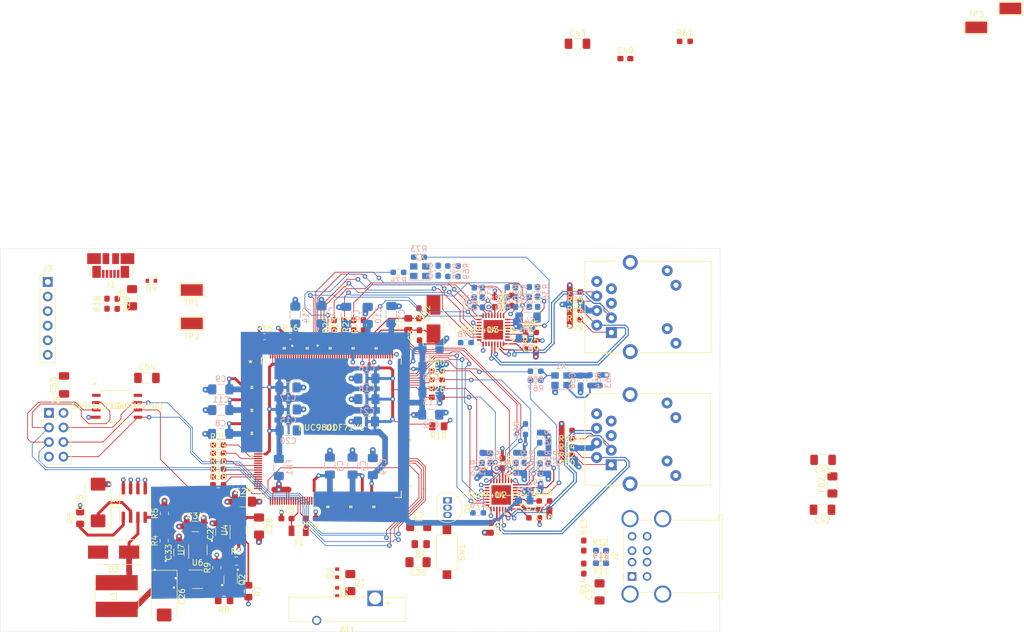
<source format=kicad_pcb>
(kicad_pcb (version 20171130) (host pcbnew 5.1.10-88a1d61d58~90~ubuntu20.04.1)
  (layers (0 "L1_(Top)" mixed) (1 "L2_(Plane)" power) (2 "L3_(Sig)" mixed) (31 "L4_(Bot)" mixed) (34 B.Paste user hide) (35 F.Paste user hide) (36 B.SilkS user hide) (37 F.SilkS user hide) (38 B.Mask user hide) (39 F.Mask user hide) (44 Edge.Cuts user))
  (net 0 "")
  (net 1 "Net-(U1-Pad210)")
  (net 2 "Net-(U1-Pad209)")
  (net 3 "Net-(U1-Pad199)")
  (net 4 "Net-(U1-Pad198)")
  (net 5 "Net-(U1-Pad191)")
  (net 6 "Net-(U1-Pad189)")
  (net 7 "Net-(U1-Pad169)")
  (net 8 "Net-(U1-Pad160)")
  (net 9 "Net-(U1-Pad129)")
  (net 10 "Net-(U1-Pad127)")
  (net 11 "Net-(U1-Pad126)")
  (net 12 "Net-(U1-Pad125)")
  (net 13 "Net-(U1-Pad124)")
  (net 14 "Net-(U1-Pad123)")
  (net 15 "Net-(U1-Pad116)")
  (net 16 "Net-(U1-Pad115)")
  (net 17 "Net-(U1-Pad114)")
  (net 18 "Net-(U1-Pad113)")
  (net 19 "Net-(U1-Pad112)")
  (net 20 "Net-(U1-Pad109)")
  (net 21 "Net-(U1-Pad108)")
  (net 22 "Net-(U1-Pad107)")
  (net 23 "Net-(U1-Pad106)")
  (net 24 "Net-(U1-Pad105)")
  (net 25 "Net-(U1-Pad103)")
  (net 26 "Net-(U1-Pad102)")
  (net 27 "Net-(U1-Pad101)")
  (net 28 "Net-(U1-Pad100)")
  (net 29 "Net-(U1-Pad98)")
  (net 30 "Net-(U1-Pad94)")
  (net 31 "Net-(U1-Pad93)")
  (net 32 "Net-(U1-Pad92)")
  (net 33 "Net-(U1-Pad91)")
  (net 34 "Net-(U1-Pad90)")
  (net 35 "Net-(U1-Pad89)")
  (net 36 "Net-(U1-Pad87)")
  (net 37 "Net-(U1-Pad85)")
  (net 38 "Net-(U1-Pad84)")
  (net 39 "Net-(U1-Pad83)")
  (net 40 "Net-(U1-Pad81)")
  (net 41 "Net-(U1-Pad79)")
  (net 42 "Net-(U1-Pad78)")
  (net 43 "Net-(U1-Pad77)")
  (net 44 "Net-(U1-Pad76)")
  (net 45 "Net-(U1-Pad75)")
  (net 46 "Net-(U1-Pad71)")
  (net 47 "Net-(U1-Pad66)")
  (net 48 "Net-(U1-Pad65)")
  (net 49 "Net-(U1-Pad61)")
  (net 50 "Net-(U1-Pad60)")
  (net 51 "Net-(U1-Pad59)")
  (net 52 "Net-(U1-Pad58)")
  (net 53 "Net-(U1-Pad57)")
  (net 54 "Net-(U1-Pad54)")
  (net 55 "Net-(U1-Pad53)")
  (net 56 "Net-(U1-Pad52)")
  (net 57 "Net-(U1-Pad47)")
  (net 58 "Net-(U1-Pad45)")
  (net 59 "Net-(U1-Pad43)")
  (net 60 "Net-(U1-Pad42)")
  (net 61 "Net-(U1-Pad38)")
  (net 62 "Net-(U1-Pad37)")
  (net 63 "Net-(U1-Pad36)")
  (net 64 "Net-(U1-Pad35)")
  (net 65 "Net-(U1-Pad34)")
  (net 66 "Net-(U1-Pad33)")
  (net 67 "Net-(U1-Pad32)")
  (net 68 "Net-(U1-Pad31)")
  (net 69 "Net-(U1-Pad30)")
  (net 70 "Net-(U1-Pad29)")
  (net 71 "Net-(U1-Pad9)")
  (net 72 "Net-(U1-Pad8)")
  (net 73 "Net-(U1-Pad7)")
  (net 74 "Net-(U1-Pad6)")
  (net 75 "Net-(U1-Pad5)")
  (net 76 "Net-(U1-Pad4)")
  (net 77 "Net-(U1-Pad3)")
  (net 78 "Net-(U1-Pad2)")
  (net 79 "Net-(U2-Pad26)")
  (net 80 "Net-(U2-Pad20)")
  (net 81 "Net-(U2-Pad18)")
  (net 82 "Net-(U2-Pad14)")
  (net 83 "Net-(U2-Pad4)")
  (net 84 "Net-(U2-Pad2)")
  (net 85 "Net-(U3-Pad26)")
  (net 86 "Net-(U3-Pad20)")
  (net 87 "Net-(U3-Pad18)")
  (net 88 "Net-(U3-Pad14)")
  (net 89 "Net-(U3-Pad4)")
  (net 90 "Net-(U3-Pad2)")
  (net 91 GND)
  (net 92 /VDD_RTC)
  (net 93 "Net-(C2-Pad2)")
  (net 94 +1V2)
  (net 95 +3V3)
  (net 96 +3.3VA)
  (net 97 /nRST)
  (net 98 "Net-(C3-Pad2)")
  (net 99 "Net-(C22-Pad2)")
  (net 100 "Net-(C23-Pad2)")
  (net 101 "Net-(C24-Pad2)")
  (net 102 "Net-(C28-Pad1)")
  (net 103 +1V8)
  (net 104 "Net-(D3-Pad1)")
  (net 105 "Net-(R4-Pad2)")
  (net 106 /1V8_EN)
  (net 107 "Net-(Q2-Pad2)")
  (net 108 "Net-(Q2-Pad5)")
  (net 109 /1V2EN)
  (net 110 /3V3EN)
  (net 111 "Net-(R6-Pad2)")
  (net 112 "Net-(R8-Pad2)")
  (net 113 "Net-(U6-Pad6)")
  (net 114 "Net-(U7-Pad4)")
  (net 115 "Net-(J1-Pad4)")
  (net 116 "Net-(J1-Pad3)")
  (net 117 "Net-(J1-Pad2)")
  (net 118 +5V)
  (net 119 VBUS)
  (net 120 "Net-(J2-Pad2)")
  (net 121 "Net-(J2-Pad3)")
  (net 122 "Net-(J4-PadL4)")
  (net 123 "Net-(J4-PadL3)")
  (net 124 "Net-(J4-PadL2)")
  (net 125 "Net-(J4-PadL1)")
  (net 126 "Net-(J4-PadR7)")
  (net 127 "Net-(J5-PadL4)")
  (net 128 "Net-(J5-PadL3)")
  (net 129 "Net-(J5-PadL2)")
  (net 130 "Net-(J5-PadL1)")
  (net 131 "Net-(J5-PadR7)")
  (net 132 "Net-(J2-Pad6)")
  (net 133 "Net-(J2-Pad7)")
  (net 134 "Net-(BT1-Pad1)")
  (net 135 "Net-(J3-Pad6)")
  (net 136 /UART0_TXD)
  (net 137 /UART0_RXD)
  (net 138 "Net-(J3-Pad3)")
  (net 139 "Net-(J3-Pad2)")
  (net 140 /USBHL.DD_P)
  (net 141 /USBHL.DD_N)
  (net 142 "Net-(R15-Pad2)")
  (net 143 "Net-(R16-Pad2)")
  (net 144 "Net-(R17-Pad1)")
  (net 145 /USB0.DD_N)
  (net 146 "Net-(R19-Pad2)")
  (net 147 /USB0.DD_P)
  (net 148 /USB0_VBUSVLD)
  (net 149 /RMII0_MDC)
  (net 150 /RMII0_MDIO)
  (net 151 /RMII0_TXD0)
  (net 152 /RMII0_TXD1)
  (net 153 /RMII0_TXEN)
  (net 154 /RMII0_REFCLK)
  (net 155 /RMII0_RXD0)
  (net 156 /RMII0_RXD1)
  (net 157 /RMII0_CRSDV)
  (net 158 /RMII0_RXERR)
  (net 159 /RMII1_MDC)
  (net 160 /RMII1_MDIO)
  (net 161 /RMII1_TXD0)
  (net 162 /RMII1_TXD1)
  (net 163 /RMII1_TXEN)
  (net 164 /RMII1_REFCLK)
  (net 165 /RMII1_RXD0)
  (net 166 /RMII1_RXD1)
  (net 167 /RMII1_CRSDV)
  (net 168 /RMII1_RXERR)
  (net 169 /PHY.RMII0_RXERR\P0AD0)
  (net 170 /PHY.RMII0_CRSDV\P0MODE2)
  (net 171 /PHY.RMII0_RXD1\P0MODE1)
  (net 172 /PHY.RMII0_RXD0\P0MODE0)
  (net 173 "Net-(R28-Pad1)")
  (net 174 "Net-(R29-Pad1)")
  (net 175 /P0AD2)
  (net 176 VDDA)
  (net 177 /PHY.RMII1_RXER\P1AD0)
  (net 178 /PHY.RMII1_CRSDV\P1MODE2)
  (net 179 /PHY.RMII1_RXCLK\P1AD1)
  (net 180 /PHY.RMII0_RXCLK\P0AD1)
  (net 181 /P1AD2)
  (net 182 /PHY.RMII1_RXD0\P1MODE0)
  (net 183 /PHY.RMII1_RXD1\P1MODE1)
  (net 184 /P0_nRST)
  (net 185 /P1_nRST)
  (net 186 /JTAG.TRST)
  (net 187 /JTAG.TDI)
  (net 188 /JTAG.TMS)
  (net 189 /JTAG.TCK)
  (net 190 /JTAG.TDO)
  (net 191 /QSPI0_MISO1)
  (net 192 /QSPI0_MOSI1)
  (net 193 /QSPI0_MISO0)
  (net 194 /QSPI0_MOSI0)
  (net 195 /QSPI0_CLK)
  (net 196 /QSPI0_SS0)
  (net 197 /BTSEL1)
  (net 198 /BTSEL0)
  (net 199 /WDT_DISABLE)
  (net 200 /UART_DBG_EN)
  (net 201 /FLASHCFG0)
  (net 202 /FLASHCFG1)
  (net 203 "Net-(R77-Pad1)")
  (net 204 "Net-(R76-Pad1)")
  (net 205 /P1_CORE)
  (net 206 /P1_XTALI)
  (net 207 "Net-(R66-Pad1)")
  (net 208 "Net-(R75-Pad1)")
  (net 209 /P0_CORE)
  (net 210 /P0_XTALI)
  (net 211 "Net-(R65-Pad1)")
  (net 212 "Net-(R67-Pad2)")
  (net 213 "Net-(R63-Pad1)")
  (net 214 "Net-(R73-Pad2)")
  (net 215 "Net-(R69-Pad1)")
  (net 216 /QSPI0_SS1)
  (net 217 /P0.0N)
  (net 218 /P0.0P)
  (net 219 /P0.1N)
  (net 220 /P0.1P)
  (net 221 /P1.0N)
  (net 222 /P1.0P)
  (net 223 /P1.1N)
  (net 224 /P1.1P)
  (module Connector_PinHeader_2.54mm:PinHeader_2x04_P2.54mm_Vertical (layer "L1_(Top)") (at 91.1352 88.4428)
    (fp_text reference J6 (at 1.27 -2.33) (layer F.SilkS))
    (fp_text value Conn_02x04_Odd_Even)
    (pad 8 thru_hole oval (at 2.54 7.62) (size 1.7 1.7) (drill 1) (layers *.Cu *.Mask) (net 194 /QSPI0_MOSI0))
    (pad 7 thru_hole oval (at 0 7.62) (size 1.7 1.7) (drill 1) (layers *.Cu *.Mask) (net 91 GND))
    (pad 6 thru_hole oval (at 2.54 5.08) (size 1.7 1.7) (drill 1) (layers *.Cu *.Mask) (net 195 /QSPI0_CLK))
    (pad 5 thru_hole oval (at 0 5.08) (size 1.7 1.7) (drill 1) (layers *.Cu *.Mask) (net 192 /QSPI0_MOSI1))
    (pad 4 thru_hole oval (at 2.54 2.54) (size 1.7 1.7) (drill 1) (layers *.Cu *.Mask) (net 191 /QSPI0_MISO1))
    (pad 3 thru_hole oval (at 0 2.54) (size 1.7 1.7) (drill 1) (layers *.Cu *.Mask) (net 193 /QSPI0_MISO0))
    (pad 2 thru_hole oval (at 2.54 0) (size 1.7 1.7) (drill 1) (layers *.Cu *.Mask) (net 95 +3V3))
    (pad 1 thru_hole rect (at 0 0) (size 1.7 1.7) (drill 1) (layers *.Cu *.Mask) (net 216 /QSPI0_SS1))
  )
  (module Capacitor_SMD:C_1206_3216Metric_Pad1.33x1.80mm_HandSolder (layer "L1_(Top)") (at 93.7768 83.566 90)
    (fp_text reference C55 (at 0 -1.85 90) (layer F.SilkS))
    (fp_text value 0.1u)
    (pad 2 smd roundrect (at 1.5625 0 90) (size 1.325 1.8) (layers "L1_(Top)" F.Paste F.Mask) (roundrect_rratio 0.188679) (net 91 GND))
    (pad 1 smd roundrect (at -1.5625 0 90) (size 1.325 1.8) (layers "L1_(Top)" F.Paste F.Mask) (roundrect_rratio 0.188679) (net 95 +3V3))
  )
  (module UnwaryNuc:S25FL127SABMFV100 (layer "L1_(Top)") (at 103.0105 87.2928)
    (fp_text reference U8 (at 0 0) (layer F.SilkS))
    (fp_text value S25FL127SABMFV100 (at 0 0) (layer F.SilkS))
    (fp_text user * (at -3.8735 -3.5814) (layer F.SilkS))
    (fp_text user * (at -3.8735 -3.5814) (layer F.SilkS))
    (pad 1 smd rect (at -3.6195 -1.905) (size 1.4732 0.5334) (layers "L1_(Top)" F.Paste F.Mask) (net 196 /QSPI0_SS0))
    (pad 2 smd rect (at -3.6195 -0.635) (size 1.4732 0.5334) (layers "L1_(Top)" F.Paste F.Mask) (net 193 /QSPI0_MISO0))
    (pad 3 smd rect (at -3.6195 0.635) (size 1.4732 0.5334) (layers "L1_(Top)" F.Paste F.Mask) (net 192 /QSPI0_MOSI1))
    (pad 4 smd rect (at -3.6195 1.905) (size 1.4732 0.5334) (layers "L1_(Top)" F.Paste F.Mask) (net 91 GND))
    (pad 5 smd rect (at 3.6195 1.905) (size 1.4732 0.5334) (layers "L1_(Top)" F.Paste F.Mask) (net 194 /QSPI0_MOSI0))
    (pad 6 smd rect (at 3.6195 0.635) (size 1.4732 0.5334) (layers "L1_(Top)" F.Paste F.Mask) (net 195 /QSPI0_CLK))
    (pad 7 smd rect (at 3.6195 -0.635) (size 1.4732 0.5334) (layers "L1_(Top)" F.Paste F.Mask) (net 191 /QSPI0_MISO1))
    (pad 8 smd rect (at 3.6195 -1.905) (size 1.4732 0.5334) (layers "L1_(Top)" F.Paste F.Mask) (net 95 +3V3))
  )
  (module Capacitor_SMD:C_1206_3216Metric_Pad1.33x1.80mm_HandSolder (layer "L1_(Top)") (at 108.204 82.3468)
    (fp_text reference C54 (at 0 -1.85) (layer F.SilkS))
    (fp_text value 0.1u)
    (pad 2 smd roundrect (at 1.5625 0) (size 1.325 1.8) (layers "L1_(Top)" F.Paste F.Mask) (roundrect_rratio 0.188679) (net 91 GND))
    (pad 1 smd roundrect (at -1.5625 0) (size 1.325 1.8) (layers "L1_(Top)" F.Paste F.Mask) (roundrect_rratio 0.188679) (net 95 +3V3))
  )
  (module Capacitor_SMD:C_0603_1608Metric_Pad1.08x0.95mm_HandSolder (layer "L1_(Top)") (at 168.7576 69.1388 270)
    (fp_text reference C48 (at 0 -1.43 90) (layer F.SilkS))
    (fp_text value 10n)
    (pad 2 smd roundrect (at 0.8625 0 270) (size 1.075 0.95) (layers "L1_(Top)" F.Paste F.Mask) (net 95 +3V3))
    (pad 1 smd roundrect (at -0.8625 0 270) (size 1.075 0.95) (layers "L1_(Top)" F.Paste F.Mask) (net 91 GND))
  )
  (module Resistor_SMD:R_0603_1608Metric_Pad1.05x0.95mm_HandSolder (layer "L4_(Bot)") (at 165.2016 69.1896 270)
    (fp_text reference R53 (at 0 1.43 270) (layer B.SilkS) (effects (justify mirror)))
    (fp_text value 4.7k)
    (pad 2 smd roundrect (at 0.875 0 270) (size 1.05 0.95) (layers "L4_(Bot)" B.Paste B.Mask) (net 91 GND))
    (pad 1 smd roundrect (at -0.875 0 270) (size 1.05 0.95) (layers "L4_(Bot)" B.Paste B.Mask) (net 170 /PHY.RMII0_CRSDV\P0MODE2))
  )
  (module Resistor_SMD:R_0603_1608Metric_Pad1.05x0.95mm_HandSolder (layer "L4_(Bot)") (at 165.1836 67.4878 90)
    (fp_text reference R52 (at 0 1.43 270) (layer B.SilkS) (effects (justify mirror)))
    (fp_text value 4.7k)
    (pad 2 smd roundrect (at 0.875 0 90) (size 1.05 0.95) (layers "L4_(Bot)" B.Paste B.Mask) (net 95 +3V3))
    (pad 1 smd roundrect (at -0.875 0 90) (size 1.05 0.95) (layers "L4_(Bot)" B.Paste B.Mask) (net 170 /PHY.RMII0_CRSDV\P0MODE2))
  )
  (module Resistor_SMD:R_0603_1608Metric_Pad1.05x0.95mm_HandSolder (layer "L4_(Bot)") (at 172.3713 69.1388 270)
    (fp_text reference R51 (at 0 1.43 270) (layer B.SilkS) (effects (justify mirror)))
    (fp_text value 4.7k)
    (pad 2 smd roundrect (at 0.875 0 270) (size 1.05 0.95) (layers "L4_(Bot)" B.Paste B.Mask) (net 91 GND))
    (pad 1 smd roundrect (at -0.875 0 270) (size 1.05 0.95) (layers "L4_(Bot)" B.Paste B.Mask) (net 171 /PHY.RMII0_RXD1\P0MODE1))
  )
  (module Resistor_SMD:R_0603_1608Metric_Pad1.05x0.95mm_HandSolder (layer "L4_(Bot)") (at 172.3713 67.437 90)
    (fp_text reference R50 (at 0 1.43 270) (layer B.SilkS) (effects (justify mirror)))
    (fp_text value 4.7k)
    (pad 2 smd roundrect (at 0.875 0 90) (size 1.05 0.95) (layers "L4_(Bot)" B.Paste B.Mask) (net 95 +3V3))
    (pad 1 smd roundrect (at -0.875 0 90) (size 1.05 0.95) (layers "L4_(Bot)" B.Paste B.Mask) (net 171 /PHY.RMII0_RXD1\P0MODE1))
  )
  (module Resistor_SMD:R_0603_1608Metric_Pad1.05x0.95mm_HandSolder (layer "L4_(Bot)") (at 170.9166 69.1388 270)
    (fp_text reference R47 (at 0 1.43 270) (layer B.SilkS) (effects (justify mirror)))
    (fp_text value 4.7k)
    (pad 2 smd roundrect (at 0.875 0 270) (size 1.05 0.95) (layers "L4_(Bot)" B.Paste B.Mask) (net 91 GND))
    (pad 1 smd roundrect (at -0.875 0 270) (size 1.05 0.95) (layers "L4_(Bot)" B.Paste B.Mask) (net 172 /PHY.RMII0_RXD0\P0MODE0))
  )
  (module Resistor_SMD:R_0603_1608Metric_Pad1.05x0.95mm_HandSolder (layer "L4_(Bot)") (at 170.9245 67.437 90)
    (fp_text reference R46 (at 0 1.43 270) (layer B.SilkS) (effects (justify mirror)))
    (fp_text value 4.7k)
    (pad 2 smd roundrect (at 0.875 0 90) (size 1.05 0.95) (layers "L4_(Bot)" B.Paste B.Mask) (net 95 +3V3))
    (pad 1 smd roundrect (at -0.875 0 90) (size 1.05 0.95) (layers "L4_(Bot)" B.Paste B.Mask) (net 172 /PHY.RMII0_RXD0\P0MODE0))
  )
  (module Resistor_SMD:R_0603_1608Metric_Pad1.05x0.95mm_HandSolder (layer "L4_(Bot)") (at 174.7774 69.088 270)
    (fp_text reference R41 (at 0 1.43 270) (layer B.SilkS) (effects (justify mirror)))
    (fp_text value 4.7k)
    (pad 2 smd roundrect (at 0.875 0 270) (size 1.05 0.95) (layers "L4_(Bot)" B.Paste B.Mask) (net 91 GND))
    (pad 1 smd roundrect (at -0.875 0 270) (size 1.05 0.95) (layers "L4_(Bot)" B.Paste B.Mask) (net 175 /P0AD2))
  )
  (module Resistor_SMD:R_0603_1608Metric_Pad1.05x0.95mm_HandSolder (layer "L4_(Bot)") (at 174.7838 67.3862 90)
    (fp_text reference R40 (at 0 1.43 270) (layer B.SilkS) (effects (justify mirror)))
    (fp_text value 4.7k)
    (pad 2 smd roundrect (at 0.875 0 90) (size 1.05 0.95) (layers "L4_(Bot)" B.Paste B.Mask) (net 95 +3V3))
    (pad 1 smd roundrect (at -0.875 0 90) (size 1.05 0.95) (layers "L4_(Bot)" B.Paste B.Mask) (net 175 /P0AD2))
  )
  (module Resistor_SMD:R_0603_1608Metric_Pad1.05x0.95mm_HandSolder (layer "L4_(Bot)") (at 176.2252 69.088 270)
    (fp_text reference R37 (at 0 1.43 270) (layer B.SilkS) (effects (justify mirror)))
    (fp_text value 4.7k)
    (pad 2 smd roundrect (at 0.875 0 270) (size 1.05 0.95) (layers "L4_(Bot)" B.Paste B.Mask) (net 91 GND))
    (pad 1 smd roundrect (at -0.875 0 270) (size 1.05 0.95) (layers "L4_(Bot)" B.Paste B.Mask) (net 180 /PHY.RMII0_RXCLK\P0AD1))
  )
  (module Resistor_SMD:R_0603_1608Metric_Pad1.05x0.95mm_HandSolder (layer "L4_(Bot)") (at 176.1998 67.3862 90)
    (fp_text reference R36 (at 0 1.43 270) (layer B.SilkS) (effects (justify mirror)))
    (fp_text value 4.7k)
    (pad 2 smd roundrect (at 0.875 0 90) (size 1.05 0.95) (layers "L4_(Bot)" B.Paste B.Mask) (net 95 +3V3))
    (pad 1 smd roundrect (at -0.875 0 90) (size 1.05 0.95) (layers "L4_(Bot)" B.Paste B.Mask) (net 180 /PHY.RMII0_RXCLK\P0AD1))
  )
  (module Resistor_SMD:R_0603_1608Metric_Pad1.05x0.95mm_HandSolder (layer "L4_(Bot)") (at 166.5986 69.1896 270)
    (fp_text reference R33 (at 0 1.43 270) (layer B.SilkS) (effects (justify mirror)))
    (fp_text value 4.7k)
    (pad 2 smd roundrect (at 0.875 0 270) (size 1.05 0.95) (layers "L4_(Bot)" B.Paste B.Mask) (net 91 GND))
    (pad 1 smd roundrect (at -0.875 0 270) (size 1.05 0.95) (layers "L4_(Bot)" B.Paste B.Mask) (net 169 /PHY.RMII0_RXERR\P0AD0))
  )
  (module Resistor_SMD:R_0603_1608Metric_Pad1.05x0.95mm_HandSolder (layer "L4_(Bot)") (at 166.607 67.4878 90)
    (fp_text reference R32 (at 0 1.43 270) (layer B.SilkS) (effects (justify mirror)))
    (fp_text value 4.7k)
    (pad 2 smd roundrect (at 0.875 0 90) (size 1.05 0.95) (layers "L4_(Bot)" B.Paste B.Mask) (net 95 +3V3))
    (pad 1 smd roundrect (at -0.875 0 90) (size 1.05 0.95) (layers "L4_(Bot)" B.Paste B.Mask) (net 169 /PHY.RMII0_RXERR\P0AD0))
  )
  (module Resistor_SMD:R_0805_2012Metric_Pad1.15x1.40mm_HandSolder (layer "L1_(Top)") (at 120.3706 115.4176 90)
    (fp_text reference R9 (at 0 -1.65 90) (layer F.SilkS))
    (fp_text value 100k)
    (pad 2 smd roundrect (at 1.025 0 90) (size 1.15 1.4) (layers "L1_(Top)" F.Paste F.Mask) (roundrect_rratio 0.217391) (net 91 GND))
    (pad 1 smd roundrect (at -1.025 0 90) (size 1.15 1.4) (layers "L1_(Top)" F.Paste F.Mask) (roundrect_rratio 0.217391) (net 109 /1V2EN))
  )
  (module Resistor_SMD:R_0805_2012Metric_Pad1.15x1.40mm_HandSolder (layer "L1_(Top)") (at 125.857 119.507 270)
    (fp_text reference R7 (at 0 -1.65 90) (layer F.SilkS))
    (fp_text value 100k)
    (pad 2 smd roundrect (at 1.025 0 270) (size 1.15 1.4) (layers "L1_(Top)" F.Paste F.Mask) (roundrect_rratio 0.217391) (net 91 GND))
    (pad 1 smd roundrect (at -1.025 0 270) (size 1.15 1.4) (layers "L1_(Top)" F.Paste F.Mask) (roundrect_rratio 0.217391) (net 106 /1V8_EN))
  )
  (module Resistor_SMD:R_0603_1608Metric_Pad0.98x0.95mm_HandSolder (layer "L1_(Top)") (at 181.3052 91.4908 180)
    (fp_text reference R86 (at 0 -1.43) (layer F.SilkS))
    (fp_text value 49.9)
    (pad 2 smd roundrect (at 0.9125 0 180) (size 0.975 0.95) (layers "L1_(Top)" F.Paste F.Mask) (net 176 VDDA))
    (pad 1 smd roundrect (at -0.9125 0 180) (size 0.975 0.95) (layers "L1_(Top)" F.Paste F.Mask) (net 221 /P1.0N))
  )
  (module Resistor_SMD:R_0603_1608Metric_Pad0.98x0.95mm_HandSolder (layer "L1_(Top)") (at 182.7276 67.3608 180)
    (fp_text reference R85 (at 0 -1.43) (layer F.SilkS))
    (fp_text value 49.9)
    (pad 2 smd roundrect (at 0.9125 0 180) (size 0.975 0.95) (layers "L1_(Top)" F.Paste F.Mask) (net 176 VDDA))
    (pad 1 smd roundrect (at -0.9125 0 180) (size 0.975 0.95) (layers "L1_(Top)" F.Paste F.Mask) (net 217 /P0.0N))
  )
  (module Resistor_SMD:R_0603_1608Metric_Pad0.98x0.95mm_HandSolder (layer "L1_(Top)") (at 181.3052 92.964 180)
    (fp_text reference R84 (at 0 -1.43) (layer F.SilkS))
    (fp_text value 49.9)
    (pad 2 smd roundrect (at 0.9125 0 180) (size 0.975 0.95) (layers "L1_(Top)" F.Paste F.Mask) (net 176 VDDA))
    (pad 1 smd roundrect (at -0.9125 0 180) (size 0.975 0.95) (layers "L1_(Top)" F.Paste F.Mask) (net 222 /P1.0P))
  )
  (module Resistor_SMD:R_0603_1608Metric_Pad0.98x0.95mm_HandSolder (layer "L1_(Top)") (at 182.7276 70.578132 180)
    (fp_text reference R83 (at 0 -1.43) (layer F.SilkS))
    (fp_text value 49.9)
    (pad 2 smd roundrect (at 0.9125 0 180) (size 0.975 0.95) (layers "L1_(Top)" F.Paste F.Mask) (net 176 VDDA))
    (pad 1 smd roundrect (at -0.9125 0 180) (size 0.975 0.95) (layers "L1_(Top)" F.Paste F.Mask) (net 219 /P0.1N))
  )
  (module Resistor_SMD:R_0603_1608Metric_Pad0.98x0.95mm_HandSolder (layer "L1_(Top)") (at 181.3052 94.3864 180)
    (fp_text reference R82 (at 0 -1.43) (layer F.SilkS))
    (fp_text value 49.9)
    (pad 2 smd roundrect (at 0.9125 0 180) (size 0.975 0.95) (layers "L1_(Top)" F.Paste F.Mask) (net 176 VDDA))
    (pad 1 smd roundrect (at -0.9125 0 180) (size 0.975 0.95) (layers "L1_(Top)" F.Paste F.Mask) (net 223 /P1.1N))
  )
  (module Resistor_SMD:R_0603_1608Metric_Pad0.98x0.95mm_HandSolder (layer "L1_(Top)") (at 182.7276 68.969466 180)
    (fp_text reference R81 (at 0 -1.43) (layer F.SilkS))
    (fp_text value 49.9)
    (pad 2 smd roundrect (at 0.9125 0 180) (size 0.975 0.95) (layers "L1_(Top)" F.Paste F.Mask) (net 176 VDDA))
    (pad 1 smd roundrect (at -0.9125 0 180) (size 0.975 0.95) (layers "L1_(Top)" F.Paste F.Mask) (net 218 /P0.0P))
  )
  (module Resistor_SMD:R_0603_1608Metric_Pad0.98x0.95mm_HandSolder (layer "L1_(Top)") (at 181.3052 95.758 180)
    (fp_text reference R80 (at 0 -1.43) (layer F.SilkS))
    (fp_text value 49.9)
    (pad 2 smd roundrect (at 0.9125 0 180) (size 0.975 0.95) (layers "L1_(Top)" F.Paste F.Mask) (net 176 VDDA))
    (pad 1 smd roundrect (at -0.9125 0 180) (size 0.975 0.95) (layers "L1_(Top)" F.Paste F.Mask) (net 224 /P1.1P))
  )
  (module Resistor_SMD:R_0603_1608Metric_Pad0.98x0.95mm_HandSolder (layer "L1_(Top)") (at 182.7276 72.1868 180)
    (fp_text reference R79 (at 0 -1.43) (layer F.SilkS))
    (fp_text value 49.9)
    (pad 2 smd roundrect (at 0.9125 0 180) (size 0.975 0.95) (layers "L1_(Top)" F.Paste F.Mask) (net 176 VDDA))
    (pad 1 smd roundrect (at -0.9125 0 180) (size 0.975 0.95) (layers "L1_(Top)" F.Paste F.Mask) (net 220 /P0.1P))
  )
  (module Resistor_SMD:R_0603_1608Metric_Pad0.98x0.95mm_HandSolder (layer "L4_(Bot)") (at 163.7284 76.2 180)
    (fp_text reference R78 (at 0 1.43) (layer B.SilkS) (effects (justify mirror)))
    (fp_text value 0)
    (pad 2 smd roundrect (at 0.9125 0 180) (size 0.975 0.95) (layers "L4_(Bot)" B.Paste B.Mask) (net 97 /nRST))
    (pad 1 smd roundrect (at -0.9125 0 180) (size 0.975 0.95) (layers "L4_(Bot)" B.Paste B.Mask) (net 184 /P0_nRST))
  )
  (module Resistor_SMD:R_0603_1608Metric_Pad0.98x0.95mm_HandSolder (layer "L1_(Top)") (at 175.6156 106.7308)
    (fp_text reference R77 (at 0 -1.43) (layer F.SilkS))
    (fp_text value 12.1k)
    (pad 2 smd roundrect (at 0.9125 0) (size 0.975 0.95) (layers "L1_(Top)" F.Paste F.Mask) (net 91 GND))
    (pad 1 smd roundrect (at -0.9125 0) (size 0.975 0.95) (layers "L1_(Top)" F.Paste F.Mask) (net 203 "Net-(R77-Pad1)"))
  )
  (module Resistor_SMD:R_0603_1608Metric_Pad0.98x0.95mm_HandSolder (layer "L4_(Bot)") (at 165.862 105.8672 180)
    (fp_text reference R76 (at 0 1.43) (layer B.SilkS) (effects (justify mirror)))
    (fp_text value 0)
    (pad 2 smd roundrect (at 0.9125 0 180) (size 0.975 0.95) (layers "L4_(Bot)" B.Paste B.Mask) (net 97 /nRST))
    (pad 1 smd roundrect (at -0.9125 0 180) (size 0.975 0.95) (layers "L4_(Bot)" B.Paste B.Mask) (net 204 "Net-(R76-Pad1)"))
  )
  (module Resistor_SMD:R_0603_1608Metric_Pad0.98x0.95mm_HandSolder (layer "L1_(Top)") (at 175.006 77.3176)
    (fp_text reference R75 (at 0 -1.43) (layer F.SilkS))
    (fp_text value 12.1k)
    (pad 2 smd roundrect (at 0.9125 0) (size 0.975 0.95) (layers "L1_(Top)" F.Paste F.Mask) (net 91 GND))
    (pad 1 smd roundrect (at -0.9125 0) (size 0.975 0.95) (layers "L1_(Top)" F.Paste F.Mask) (net 208 "Net-(R75-Pad1)"))
  )
  (module Resistor_SMD:R_0603_1608Metric_Pad0.98x0.95mm_HandSolder (layer "L4_(Bot)") (at 151.9936 63.9572)
    (fp_text reference R74 (at 0 1.43) (layer B.SilkS) (effects (justify mirror)))
    (fp_text value 33)
    (pad 2 smd roundrect (at 0.9125 0) (size 0.975 0.95) (layers "L4_(Bot)" B.Paste B.Mask) (net 214 "Net-(R73-Pad2)"))
    (pad 1 smd roundrect (at -0.9125 0) (size 0.975 0.95) (layers "L4_(Bot)" B.Paste B.Mask) (net 154 /RMII0_REFCLK))
  )
  (module Resistor_SMD:R_0603_1608Metric_Pad0.98x0.95mm_HandSolder (layer "L4_(Bot)") (at 155.5496 61.3156 180)
    (fp_text reference R73 (at 0 1.43) (layer B.SilkS) (effects (justify mirror)))
    (fp_text value 33)
    (pad 2 smd roundrect (at 0.9125 0 180) (size 0.975 0.95) (layers "L4_(Bot)" B.Paste B.Mask) (net 214 "Net-(R73-Pad2)"))
    (pad 1 smd roundrect (at -0.9125 0 180) (size 0.975 0.95) (layers "L4_(Bot)" B.Paste B.Mask) (net 210 /P0_XTALI))
  )
  (module Resistor_SMD:R_0805_2012Metric_Pad1.20x1.40mm_HandSolder (layer "L4_(Bot)") (at 173.8884 103.6828 180)
    (fp_text reference R72 (at 0 1.65) (layer B.SilkS) (effects (justify mirror)))
    (fp_text value 0)
    (pad 2 smd roundrect (at 1 0 180) (size 1.2 1.4) (layers "L4_(Bot)" B.Paste B.Mask) (roundrect_rratio 0.208333) (net 94 +1V2))
    (pad 1 smd roundrect (at -1 0 180) (size 1.2 1.4) (layers "L4_(Bot)" B.Paste B.Mask) (roundrect_rratio 0.208333) (net 205 /P1_CORE))
  )
  (module Resistor_SMD:R_0805_2012Metric_Pad1.20x1.40mm_HandSolder (layer "L4_(Bot)") (at 173.99 75.4888)
    (fp_text reference R71 (at 0 1.65) (layer B.SilkS) (effects (justify mirror)))
    (fp_text value 0)
    (pad 2 smd roundrect (at 1 0) (size 1.2 1.4) (layers "L4_(Bot)" B.Paste B.Mask) (roundrect_rratio 0.208333) (net 94 +1V2))
    (pad 1 smd roundrect (at -1 0) (size 1.2 1.4) (layers "L4_(Bot)" B.Paste B.Mask) (roundrect_rratio 0.208333) (net 209 /P0_CORE))
  )
  (module Resistor_SMD:R_0603_1608Metric_Pad0.98x0.95mm_HandSolder (layer "L4_(Bot)") (at 160.5788 63.754 90)
    (fp_text reference R70 (at 0 1.43 -90) (layer B.SilkS) (effects (justify mirror)))
    (fp_text value 10k)
    (pad 2 smd roundrect (at 0.9125 0 90) (size 0.975 0.95) (layers "L4_(Bot)" B.Paste B.Mask) (net 95 +3V3))
    (pad 1 smd roundrect (at -0.9125 0 90) (size 0.975 0.95) (layers "L4_(Bot)" B.Paste B.Mask) (net 215 "Net-(R69-Pad1)"))
  )
  (module Resistor_SMD:R_0603_1608Metric_Pad0.98x0.95mm_HandSolder (layer "L4_(Bot)") (at 162.3568 63.754 90)
    (fp_text reference R69 (at 0 1.43 -90) (layer B.SilkS) (effects (justify mirror)))
    (fp_text value 10k)
    (pad 2 smd roundrect (at 0.9125 0 90) (size 0.975 0.95) (layers "L4_(Bot)" B.Paste B.Mask) (net 91 GND))
    (pad 1 smd roundrect (at -0.9125 0 90) (size 0.975 0.95) (layers "L4_(Bot)" B.Paste B.Mask) (net 215 "Net-(R69-Pad1)"))
  )
  (module Resistor_SMD:R_0603_1608Metric_Pad0.98x0.95mm_HandSolder (layer "L4_(Bot)") (at 175.8696 81.1784)
    (fp_text reference R68 (at 0 1.43) (layer B.SilkS) (effects (justify mirror)))
    (fp_text value 33)
    (pad 2 smd roundrect (at 0.9125 0) (size 0.975 0.95) (layers "L4_(Bot)" B.Paste B.Mask) (net 212 "Net-(R67-Pad2)"))
    (pad 1 smd roundrect (at -0.9125 0) (size 0.975 0.95) (layers "L4_(Bot)" B.Paste B.Mask) (net 164 /RMII1_REFCLK))
  )
  (module Resistor_SMD:R_0603_1608Metric_Pad0.98x0.95mm_HandSolder (layer "L4_(Bot)") (at 175.8696 82.7532)
    (fp_text reference R67 (at 0 1.43) (layer B.SilkS) (effects (justify mirror)))
    (fp_text value 33)
    (pad 2 smd roundrect (at 0.9125 0) (size 0.975 0.95) (layers "L4_(Bot)" B.Paste B.Mask) (net 212 "Net-(R67-Pad2)"))
    (pad 1 smd roundrect (at -0.9125 0) (size 0.975 0.95) (layers "L4_(Bot)" B.Paste B.Mask) (net 206 /P1_XTALI))
  )
  (module Resistor_SMD:R_0603_1608Metric_Pad0.98x0.95mm_HandSolder (layer "L1_(Top)") (at 177.3936 103.7844)
    (fp_text reference R66 (at 0 -1.43) (layer F.SilkS))
    (fp_text value 10k)
    (pad 2 smd roundrect (at 0.9125 0) (size 0.975 0.95) (layers "L1_(Top)" F.Paste F.Mask) (net 176 VDDA))
    (pad 1 smd roundrect (at -0.9125 0) (size 0.975 0.95) (layers "L1_(Top)" F.Paste F.Mask) (net 207 "Net-(R66-Pad1)"))
  )
  (module Resistor_SMD:R_0603_1608Metric_Pad0.98x0.95mm_HandSolder (layer "L1_(Top)") (at 175.0568 74.422)
    (fp_text reference R65 (at 0 -1.43) (layer F.SilkS))
    (fp_text value 10k)
    (pad 2 smd roundrect (at 0.9125 0) (size 0.975 0.95) (layers "L1_(Top)" F.Paste F.Mask) (net 176 VDDA))
    (pad 1 smd roundrect (at -0.9125 0) (size 0.975 0.95) (layers "L1_(Top)" F.Paste F.Mask) (net 211 "Net-(R65-Pad1)"))
  )
  (module Resistor_SMD:R_0603_1608Metric_Pad0.98x0.95mm_HandSolder (layer "L4_(Bot)") (at 185.3184 82.7532 90)
    (fp_text reference R64 (at 0 1.43 -90) (layer B.SilkS) (effects (justify mirror)))
    (fp_text value 10k)
    (pad 2 smd roundrect (at 0.9125 0 90) (size 0.975 0.95) (layers "L4_(Bot)" B.Paste B.Mask) (net 95 +3V3))
    (pad 1 smd roundrect (at -0.9125 0 90) (size 0.975 0.95) (layers "L4_(Bot)" B.Paste B.Mask) (net 213 "Net-(R63-Pad1)"))
  )
  (module Resistor_SMD:R_0603_1608Metric_Pad0.98x0.95mm_HandSolder (layer "L4_(Bot)") (at 187.0456 82.7532 90)
    (fp_text reference R63 (at 0 1.43 -90) (layer B.SilkS) (effects (justify mirror)))
    (fp_text value 10k)
    (pad 2 smd roundrect (at 0.9125 0 90) (size 0.975 0.95) (layers "L4_(Bot)" B.Paste B.Mask) (net 91 GND))
    (pad 1 smd roundrect (at -0.9125 0 90) (size 0.975 0.95) (layers "L4_(Bot)" B.Paste B.Mask) (net 213 "Net-(R63-Pad1)"))
  )
  (module Resistor_SMD:R_0603_1608Metric_Pad0.98x0.95mm_HandSolder (layer "L4_(Bot)") (at 174.0916 91.2876 270)
    (fp_text reference R62 (at 0 1.43 90) (layer B.SilkS) (effects (justify mirror)))
    (fp_text value 1.5k)
    (pad 2 smd roundrect (at 0.9125 0 270) (size 0.975 0.95) (layers "L4_(Bot)" B.Paste B.Mask) (net 95 +3V3))
    (pad 1 smd roundrect (at -0.9125 0 270) (size 0.975 0.95) (layers "L4_(Bot)" B.Paste B.Mask) (net 160 /RMII1_MDIO))
  )
  (module Resistor_SMD:R_0603_1608Metric_Pad0.98x0.95mm_HandSolder (layer "L1_(Top)") (at 201.85 23.71)
    (fp_text reference R61 (at 0 -1.43) (layer F.SilkS))
    (fp_text value 1.5k)
    (pad 2 smd roundrect (at 0.9125 0) (size 0.975 0.95) (layers "L1_(Top)" F.Paste F.Mask) (net 95 +3V3))
    (pad 1 smd roundrect (at -0.9125 0) (size 0.975 0.95) (layers "L1_(Top)" F.Paste F.Mask) (net 150 /RMII0_MDIO))
  )
  (module Resistor_SMD:R_0603_1608Metric_Pad0.98x0.95mm_HandSolder (layer "L1_(Top)") (at 158.6738 81.1022)
    (fp_text reference R60 (at 0 -1.43) (layer F.SilkS))
    (fp_text value 10)
    (pad 2 smd roundrect (at 0.9125 0) (size 0.975 0.95) (layers "L1_(Top)" F.Paste F.Mask) (net 182 /PHY.RMII1_RXD0\P1MODE0))
    (pad 1 smd roundrect (at -0.9125 0) (size 0.975 0.95) (layers "L1_(Top)" F.Paste F.Mask) (net 165 /RMII1_RXD0))
  )
  (module Resistor_SMD:R_0603_1608Metric_Pad0.98x0.95mm_HandSolder (layer "L1_(Top)") (at 158.6738 82.643133)
    (fp_text reference R59 (at 0 -1.43) (layer F.SilkS))
    (fp_text value 10)
    (pad 2 smd roundrect (at 0.9125 0) (size 0.975 0.95) (layers "L1_(Top)" F.Paste F.Mask) (net 183 /PHY.RMII1_RXD1\P1MODE1))
    (pad 1 smd roundrect (at -0.9125 0) (size 0.975 0.95) (layers "L1_(Top)" F.Paste F.Mask) (net 166 /RMII1_RXD1))
  )
  (module Resistor_SMD:R_0603_1608Metric_Pad0.98x0.95mm_HandSolder (layer "L1_(Top)") (at 120.6246 100.965)
    (fp_text reference R58 (at 0 -1.43) (layer F.SilkS))
    (fp_text value 10k)
    (pad 2 smd roundrect (at 0.9125 0) (size 0.975 0.95) (layers "L1_(Top)" F.Paste F.Mask) (net 197 /BTSEL1))
    (pad 1 smd roundrect (at -0.9125 0) (size 0.975 0.95) (layers "L1_(Top)" F.Paste F.Mask) (net 91 GND))
  )
  (module Resistor_SMD:R_0603_1608Metric_Pad0.98x0.95mm_HandSolder (layer "L1_(Top)") (at 120.6246 99.5934)
    (fp_text reference R57 (at 0 -1.43) (layer F.SilkS))
    (fp_text value 10k)
    (pad 2 smd roundrect (at 0.9125 0) (size 0.975 0.95) (layers "L1_(Top)" F.Paste F.Mask) (net 198 /BTSEL0))
    (pad 1 smd roundrect (at -0.9125 0) (size 0.975 0.95) (layers "L1_(Top)" F.Paste F.Mask) (net 91 GND))
  )
  (module Resistor_SMD:R_0603_1608Metric_Pad0.98x0.95mm_HandSolder (layer "L1_(Top)") (at 120.6246 98.2218)
    (fp_text reference R56 (at 0 -1.43) (layer F.SilkS))
    (fp_text value 10k)
    (pad 2 smd roundrect (at 0.9125 0) (size 0.975 0.95) (layers "L1_(Top)" F.Paste F.Mask) (net 199 /WDT_DISABLE))
    (pad 1 smd roundrect (at -0.9125 0) (size 0.975 0.95) (layers "L1_(Top)" F.Paste F.Mask) (net 91 GND))
  )
  (module Resistor_SMD:R_0603_1608Metric_Pad0.98x0.95mm_HandSolder (layer "L1_(Top)") (at 120.6246 96.8502)
    (fp_text reference R55 (at 0 -1.43) (layer F.SilkS))
    (fp_text value 10k)
    (pad 2 smd roundrect (at 0.9125 0) (size 0.975 0.95) (layers "L1_(Top)" F.Paste F.Mask) (net 200 /UART_DBG_EN))
    (pad 1 smd roundrect (at -0.9125 0) (size 0.975 0.95) (layers "L1_(Top)" F.Paste F.Mask) (net 91 GND))
  )
  (module Resistor_SMD:R_0603_1608Metric_Pad0.98x0.95mm_HandSolder (layer "L1_(Top)") (at 120.6246 95.4786)
    (fp_text reference R54 (at 0 -1.43) (layer F.SilkS))
    (fp_text value 10k)
    (pad 2 smd roundrect (at 0.9125 0) (size 0.975 0.95) (layers "L1_(Top)" F.Paste F.Mask) (net 201 /FLASHCFG0))
    (pad 1 smd roundrect (at -0.9125 0) (size 0.975 0.95) (layers "L1_(Top)" F.Paste F.Mask) (net 91 GND))
  )
  (module Resistor_SMD:R_0603_1608Metric_Pad0.98x0.95mm_HandSolder (layer "L1_(Top)") (at 120.6246 94.0308)
    (fp_text reference R25 (at 0 -1.43) (layer F.SilkS))
    (fp_text value 10k)
    (pad 2 smd roundrect (at 0.9125 0) (size 0.975 0.95) (layers "L1_(Top)" F.Paste F.Mask) (net 202 /FLASHCFG1))
    (pad 1 smd roundrect (at -0.9125 0) (size 0.975 0.95) (layers "L1_(Top)" F.Paste F.Mask) (net 91 GND))
  )
  (module Capacitor_SMD:C_0805_2012Metric_Pad1.18x1.45mm_HandSolder (layer "L4_(Bot)") (at 182.7784 69.5452 180)
    (fp_text reference C53 (at 0 1.68) (layer B.SilkS) (effects (justify mirror)))
    (fp_text value 22n)
    (pad 2 smd roundrect (at 1.0375 0 180) (size 1.175 1.45) (layers "L4_(Bot)" B.Paste B.Mask) (roundrect_rratio 0.212766) (net 91 GND))
    (pad 1 smd roundrect (at -1.0375 0 180) (size 1.175 1.45) (layers "L4_(Bot)" B.Paste B.Mask) (roundrect_rratio 0.212766) (net 176 VDDA))
  )
  (module Capacitor_SMD:C_0805_2012Metric_Pad1.18x1.45mm_HandSolder (layer "L4_(Bot)") (at 182.5244 95.6056 270)
    (fp_text reference C52 (at 0 1.68 90) (layer B.SilkS) (effects (justify mirror)))
    (fp_text value 22n)
    (pad 2 smd roundrect (at 1.0375 0 270) (size 1.175 1.45) (layers "L4_(Bot)" B.Paste B.Mask) (roundrect_rratio 0.212766) (net 91 GND))
    (pad 1 smd roundrect (at -1.0375 0 270) (size 1.175 1.45) (layers "L4_(Bot)" B.Paste B.Mask) (roundrect_rratio 0.212766) (net 176 VDDA))
  )
  (module Capacitor_SMD:C_0603_1608Metric_Pad1.08x0.95mm_HandSolder (layer "L1_(Top)") (at 168.0972 108.458 270)
    (fp_text reference C51 (at 0 -1.43 270) (layer F.SilkS))
    (fp_text value 10n)
    (pad 2 smd roundrect (at 0.8625 0 270) (size 1.075 0.95) (layers "L1_(Top)" F.Paste F.Mask) (net 91 GND))
    (pad 1 smd roundrect (at -0.8625 0 270) (size 1.075 0.95) (layers "L1_(Top)" F.Paste F.Mask) (net 176 VDDA))
  )
  (module Capacitor_SMD:C_0603_1608Metric_Pad1.08x0.95mm_HandSolder (layer "L1_(Top)") (at 170.0784 97.2312 270)
    (fp_text reference C50 (at 0 -1.43 90) (layer F.SilkS))
    (fp_text value 10n)
    (pad 2 smd roundrect (at 0.8625 0 270) (size 1.075 0.95) (layers "L1_(Top)" F.Paste F.Mask) (net 95 +3V3))
    (pad 1 smd roundrect (at -0.8625 0 270) (size 1.075 0.95) (layers "L1_(Top)" F.Paste F.Mask) (net 91 GND))
  )
  (module Capacitor_SMD:C_0603_1608Metric_Pad1.08x0.95mm_HandSolder (layer "L1_(Top)") (at 191.49 26.72)
    (fp_text reference C49 (at 0 -1.43) (layer F.SilkS))
    (fp_text value 10n)
    (pad 2 smd roundrect (at 0.8625 0) (size 1.075 0.95) (layers "L1_(Top)" F.Paste F.Mask) (net 91 GND))
    (pad 1 smd roundrect (at -0.8625 0) (size 1.075 0.95) (layers "L1_(Top)" F.Paste F.Mask) (net 176 VDDA))
  )
  (module Capacitor_SMD:C_0603_1608Metric_Pad1.08x0.95mm_HandSolder (layer "L4_(Bot)") (at 174.3964 73.8124 180)
    (fp_text reference C47 (at 0 1.43) (layer B.SilkS) (effects (justify mirror)))
    (fp_text value 470p)
    (pad 2 smd roundrect (at 0.8625 0 180) (size 1.075 0.95) (layers "L4_(Bot)" B.Paste B.Mask) (net 209 /P0_CORE))
    (pad 1 smd roundrect (at -0.8625 0 180) (size 1.075 0.95) (layers "L4_(Bot)" B.Paste B.Mask) (net 91 GND))
  )
  (module Capacitor_SMD:C_0603_1608Metric_Pad1.08x0.95mm_HandSolder (layer "L4_(Bot)") (at 175.8696 102.0064 180)
    (fp_text reference C46 (at 0 1.43) (layer B.SilkS) (effects (justify mirror)))
    (fp_text value 470p)
    (pad 2 smd roundrect (at 0.8625 0 180) (size 1.075 0.95) (layers "L4_(Bot)" B.Paste B.Mask) (net 205 /P1_CORE))
    (pad 1 smd roundrect (at -0.8625 0 180) (size 1.075 0.95) (layers "L4_(Bot)" B.Paste B.Mask) (net 91 GND))
  )
  (module Capacitor_SMD:C_0603_1608Metric_Pad1.08x0.95mm_HandSolder (layer "L4_(Bot)") (at 158.9024 63.6524 270)
    (fp_text reference C45 (at 0 1.43 270) (layer B.SilkS) (effects (justify mirror)))
    (fp_text value 10n)
    (pad 2 smd roundrect (at 0.8625 0 270) (size 1.075 0.95) (layers "L4_(Bot)" B.Paste B.Mask) (net 91 GND))
    (pad 1 smd roundrect (at -0.8625 0 270) (size 1.075 0.95) (layers "L4_(Bot)" B.Paste B.Mask) (net 95 +3V3))
  )
  (module Capacitor_SMD:C_1206_3216Metric_Pad1.33x1.80mm_HandSolder (layer "L4_(Bot)") (at 174.5488 71.8312)
    (fp_text reference C44 (at 0 1.85) (layer B.SilkS) (effects (justify mirror)))
    (fp_text value 1u)
    (pad 2 smd roundrect (at 1.5625 0) (size 1.325 1.8) (layers "L4_(Bot)" B.Paste B.Mask) (roundrect_rratio 0.188679) (net 91 GND))
    (pad 1 smd roundrect (at -1.5625 0) (size 1.325 1.8) (layers "L4_(Bot)" B.Paste B.Mask) (roundrect_rratio 0.188679) (net 209 /P0_CORE))
  )
  (module Capacitor_SMD:C_1206_3216Metric_Pad1.33x1.80mm_HandSolder (layer "L1_(Top)") (at 183.16 24.13)
    (fp_text reference C43 (at 0 -1.85) (layer F.SilkS))
    (fp_text value 1u)
    (pad 2 smd roundrect (at 1.5625 0) (size 1.325 1.8) (layers "L1_(Top)" F.Paste F.Mask) (roundrect_rratio 0.188679) (net 91 GND))
    (pad 1 smd roundrect (at -1.5625 0) (size 1.325 1.8) (layers "L1_(Top)" F.Paste F.Mask) (roundrect_rratio 0.188679) (net 205 /P1_CORE))
  )
  (module Capacitor_SMD:C_1206_3216Metric_Pad1.33x1.80mm_HandSolder (layer "L1_(Top)") (at 225.806 105.3084 180)
    (fp_text reference C42 (at 0 -1.85 180) (layer F.SilkS))
    (fp_text value 0.1)
    (pad 2 smd roundrect (at 1.5625 0 180) (size 1.325 1.8) (layers "L1_(Top)" F.Paste F.Mask) (roundrect_rratio 0.188679) (net 91 GND))
    (pad 1 smd roundrect (at -1.5625 0 180) (size 1.325 1.8) (layers "L1_(Top)" F.Paste F.Mask) (roundrect_rratio 0.188679) (net 176 VDDA))
  )
  (module Capacitor_SMD:C_1206_3216Metric_Pad1.33x1.80mm_HandSolder (layer "L1_(Top)") (at 225.9076 96.6216 180)
    (fp_text reference C41 (at 0 -1.85 180) (layer F.SilkS))
    (fp_text value 0.1)
    (pad 2 smd roundrect (at 1.5625 0 180) (size 1.325 1.8) (layers "L1_(Top)" F.Paste F.Mask) (roundrect_rratio 0.188679) (net 91 GND))
    (pad 1 smd roundrect (at -1.5625 0 180) (size 1.325 1.8) (layers "L1_(Top)" F.Paste F.Mask) (roundrect_rratio 0.188679) (net 95 +3V3))
  )
  (module Capacitor_SMD:C_0603_1608Metric_Pad1.08x0.95mm_HandSolder (layer "L1_(Top)") (at 177.3936 105.2068 180)
    (fp_text reference C40 (at 0 -1.43) (layer F.SilkS))
    (fp_text value 10n)
    (pad 2 smd roundrect (at 0.8625 0 180) (size 1.075 0.95) (layers "L1_(Top)" F.Paste F.Mask) (net 176 VDDA))
    (pad 1 smd roundrect (at -0.8625 0 180) (size 1.075 0.95) (layers "L1_(Top)" F.Paste F.Mask) (net 91 GND))
  )
  (module Capacitor_SMD:C_0603_1608Metric_Pad1.08x0.95mm_HandSolder (layer "L1_(Top)") (at 175.006 75.8444 180)
    (fp_text reference C39 (at 0 -1.43) (layer F.SilkS))
    (fp_text value 10n)
    (pad 2 smd roundrect (at 0.8625 0 180) (size 1.075 0.95) (layers "L1_(Top)" F.Paste F.Mask) (net 176 VDDA))
    (pad 1 smd roundrect (at -0.8625 0 180) (size 1.075 0.95) (layers "L1_(Top)" F.Paste F.Mask) (net 91 GND))
  )
  (module Capacitor_SMD:C_0603_1608Metric_Pad1.08x0.95mm_HandSolder (layer "L4_(Bot)") (at 183.6928 82.804 270)
    (fp_text reference C38 (at 0 1.43 270) (layer B.SilkS) (effects (justify mirror)))
    (fp_text value 10n)
    (pad 2 smd roundrect (at 0.8625 0 270) (size 1.075 0.95) (layers "L4_(Bot)" B.Paste B.Mask) (net 91 GND))
    (pad 1 smd roundrect (at -0.8625 0 270) (size 1.075 0.95) (layers "L4_(Bot)" B.Paste B.Mask) (net 95 +3V3))
  )
  (module Oscillator:Oscillator_SMD_Abracon_ASE-4Pin_3.2x2.5mm (layer "L4_(Bot)") (at 155.702 63.754 180)
    (fp_text reference X2 (at 0 2.45) (layer B.SilkS) (effects (justify mirror)))
    (fp_text value ASE-xxxMHz)
    (pad 4 smd rect (at -1.05 0.825 180) (size 1.3 1.1) (layers "L4_(Bot)" B.Paste B.Mask) (net 95 +3V3))
    (pad 3 smd rect (at 1.05 0.825 180) (size 1.3 1.1) (layers "L4_(Bot)" B.Paste B.Mask) (net 214 "Net-(R73-Pad2)"))
    (pad 2 smd rect (at 1.05 -0.825 180) (size 1.3 1.1) (layers "L4_(Bot)" B.Paste B.Mask) (net 91 GND))
    (pad 1 smd rect (at -1.05 -0.825 180) (size 1.3 1.1) (layers "L4_(Bot)" B.Paste B.Mask) (net 215 "Net-(R69-Pad1)"))
  )
  (module Oscillator:Oscillator_SMD_Abracon_ASE-4Pin_3.2x2.5mm (layer "L4_(Bot)") (at 180.2892 82.7532 180)
    (fp_text reference X1 (at 0 2.45) (layer B.SilkS) (effects (justify mirror)))
    (fp_text value ASE-xxxMHz)
    (pad 4 smd rect (at -1.05 0.825 180) (size 1.3 1.1) (layers "L4_(Bot)" B.Paste B.Mask) (net 95 +3V3))
    (pad 3 smd rect (at 1.05 0.825 180) (size 1.3 1.1) (layers "L4_(Bot)" B.Paste B.Mask) (net 212 "Net-(R67-Pad2)"))
    (pad 2 smd rect (at 1.05 -0.825 180) (size 1.3 1.1) (layers "L4_(Bot)" B.Paste B.Mask) (net 91 GND))
    (pad 1 smd rect (at -1.05 -0.825 180) (size 1.3 1.1) (layers "L4_(Bot)" B.Paste B.Mask) (net 213 "Net-(R63-Pad1)"))
  )
  (module TestPoint:TestPoint_Keystone_5019_Minature (layer "L1_(Top)") (at 258.515001 17.985001)
    (fp_text reference TP4 (at 0 -2.25) (layer F.SilkS))
    (fp_text value TestPoint)
    (pad 1 smd rect (at 0 0) (size 3.8 2) (layers "L1_(Top)" F.Paste F.Mask) (net 185 /P1_nRST))
  )
  (module TestPoint:TestPoint_Keystone_5019_Minature (layer "L1_(Top)") (at 252.565001 21.275001)
    (fp_text reference TP3 (at 0 -2.25) (layer F.SilkS))
    (fp_text value TestPoint)
    (pad 1 smd rect (at 0 0) (size 3.8 2) (layers "L1_(Top)" F.Paste F.Mask) (net 184 /P0_nRST))
  )
  (module Inductor_SMD:L_1206_3216Metric_Pad1.42x1.75mm_HandSolder (layer "L1_(Top)") (at 227.5332 100.9904 90)
    (fp_text reference FB2 (at 0 -1.82 270) (layer F.SilkS))
    (fp_text value Ferrite_Bead_Small)
    (pad 2 smd roundrect (at 1.4875 0 90) (size 1.425 1.75) (layers "L1_(Top)" F.Paste F.Mask) (roundrect_rratio 0.175439) (net 95 +3V3))
    (pad 1 smd roundrect (at -1.4875 0 90) (size 1.425 1.75) (layers "L1_(Top)" F.Paste F.Mask) (roundrect_rratio 0.175439) (net 176 VDDA))
  )
  (module Resistor_SMD:R_0603_1608Metric_Pad1.05x0.95mm_HandSolder (layer "L4_(Bot)") (at 166.5732 98.0186 270)
    (fp_text reference R49 (at 0 1.43 270) (layer B.SilkS) (effects (justify mirror)))
    (fp_text value 4.7k)
    (pad 2 smd roundrect (at 0.875 0 270) (size 1.05 0.95) (layers "L4_(Bot)" B.Paste B.Mask) (net 91 GND))
    (pad 1 smd roundrect (at -0.875 0 270) (size 1.05 0.95) (layers "L4_(Bot)" B.Paste B.Mask) (net 178 /PHY.RMII1_CRSDV\P1MODE2))
  )
  (module Resistor_SMD:R_0603_1608Metric_Pad1.05x0.95mm_HandSolder (layer "L4_(Bot)") (at 166.5732 96.266 90)
    (fp_text reference R48 (at 0 1.43 270) (layer B.SilkS) (effects (justify mirror)))
    (fp_text value 4.7k)
    (pad 2 smd roundrect (at 0.875 0 90) (size 1.05 0.95) (layers "L4_(Bot)" B.Paste B.Mask) (net 95 +3V3))
    (pad 1 smd roundrect (at -0.875 0 90) (size 1.05 0.95) (layers "L4_(Bot)" B.Paste B.Mask) (net 178 /PHY.RMII1_CRSDV\P1MODE2))
  )
  (module Resistor_SMD:R_0603_1608Metric_Pad1.05x0.95mm_HandSolder (layer "L4_(Bot)") (at 173.8884 98.044 270)
    (fp_text reference R45 (at 0 1.43 270) (layer B.SilkS) (effects (justify mirror)))
    (fp_text value 4.7k)
    (pad 2 smd roundrect (at 0.875 0 270) (size 1.05 0.95) (layers "L4_(Bot)" B.Paste B.Mask) (net 91 GND))
    (pad 1 smd roundrect (at -0.875 0 270) (size 1.05 0.95) (layers "L4_(Bot)" B.Paste B.Mask) (net 183 /PHY.RMII1_RXD1\P1MODE1))
  )
  (module Resistor_SMD:R_0603_1608Metric_Pad1.05x0.95mm_HandSolder (layer "L4_(Bot)") (at 173.8884 96.2914 90)
    (fp_text reference R44 (at 0 1.43 270) (layer B.SilkS) (effects (justify mirror)))
    (fp_text value 4.7k)
    (pad 2 smd roundrect (at 0.875 0 90) (size 1.05 0.95) (layers "L4_(Bot)" B.Paste B.Mask) (net 95 +3V3))
    (pad 1 smd roundrect (at -0.875 0 90) (size 1.05 0.95) (layers "L4_(Bot)" B.Paste B.Mask) (net 183 /PHY.RMII1_RXD1\P1MODE1))
  )
  (module Resistor_SMD:R_0603_1608Metric_Pad1.05x0.95mm_HandSolder (layer "L4_(Bot)") (at 172.4406 98.0326 270)
    (fp_text reference R43 (at 0 1.43 270) (layer B.SilkS) (effects (justify mirror)))
    (fp_text value 4.7k)
    (pad 2 smd roundrect (at 0.875 0 270) (size 1.05 0.95) (layers "L4_(Bot)" B.Paste B.Mask) (net 91 GND))
    (pad 1 smd roundrect (at -0.875 0 270) (size 1.05 0.95) (layers "L4_(Bot)" B.Paste B.Mask) (net 182 /PHY.RMII1_RXD0\P1MODE0))
  )
  (module Resistor_SMD:R_0603_1608Metric_Pad1.05x0.95mm_HandSolder (layer "L4_(Bot)") (at 172.4406 96.266 90)
    (fp_text reference R42 (at 0 1.43 270) (layer B.SilkS) (effects (justify mirror)))
    (fp_text value 4.7k)
    (pad 2 smd roundrect (at 0.875 0 90) (size 1.05 0.95) (layers "L4_(Bot)" B.Paste B.Mask) (net 95 +3V3))
    (pad 1 smd roundrect (at -0.875 0 90) (size 1.05 0.95) (layers "L4_(Bot)" B.Paste B.Mask) (net 182 /PHY.RMII1_RXD0\P1MODE0))
  )
  (module Resistor_SMD:R_0603_1608Metric_Pad1.05x0.95mm_HandSolder (layer "L4_(Bot)") (at 176.6316 98.1202 270)
    (fp_text reference R39 (at 0 1.43 270) (layer B.SilkS) (effects (justify mirror)))
    (fp_text value 4.7k)
    (pad 2 smd roundrect (at 0.875 0 270) (size 1.05 0.95) (layers "L4_(Bot)" B.Paste B.Mask) (net 91 GND))
    (pad 1 smd roundrect (at -0.875 0 270) (size 1.05 0.95) (layers "L4_(Bot)" B.Paste B.Mask) (net 181 /P1AD2))
  )
  (module Resistor_SMD:R_0603_1608Metric_Pad1.05x0.95mm_HandSolder (layer "L4_(Bot)") (at 176.6062 96.3676 90)
    (fp_text reference R38 (at 0 1.43 270) (layer B.SilkS) (effects (justify mirror)))
    (fp_text value 4.7k)
    (pad 2 smd roundrect (at 0.875 0 90) (size 1.05 0.95) (layers "L4_(Bot)" B.Paste B.Mask) (net 95 +3V3))
    (pad 1 smd roundrect (at -0.875 0 90) (size 1.05 0.95) (layers "L4_(Bot)" B.Paste B.Mask) (net 181 /P1AD2))
  )
  (module Resistor_SMD:R_0603_1608Metric_Pad1.05x0.95mm_HandSolder (layer "L4_(Bot)") (at 178.0794 98.1202 270)
    (fp_text reference R35 (at 0 1.43 90) (layer B.SilkS) (effects (justify mirror)))
    (fp_text value 4.7k)
    (pad 2 smd roundrect (at 0.875 0 270) (size 1.05 0.95) (layers "L4_(Bot)" B.Paste B.Mask) (net 91 GND))
    (pad 1 smd roundrect (at -0.875 0 270) (size 1.05 0.95) (layers "L4_(Bot)" B.Paste B.Mask) (net 179 /PHY.RMII1_RXCLK\P1AD1))
  )
  (module Resistor_SMD:R_0603_1608Metric_Pad1.05x0.95mm_HandSolder (layer "L4_(Bot)") (at 178.0982 96.3676 90)
    (fp_text reference R34 (at 0 1.43 90) (layer B.SilkS) (effects (justify mirror)))
    (fp_text value 4.7k)
    (pad 2 smd roundrect (at 0.875 0 90) (size 1.05 0.95) (layers "L4_(Bot)" B.Paste B.Mask) (net 95 +3V3))
    (pad 1 smd roundrect (at -0.875 0 90) (size 1.05 0.95) (layers "L4_(Bot)" B.Paste B.Mask) (net 179 /PHY.RMII1_RXCLK\P1AD1))
  )
  (module Resistor_SMD:R_0603_1608Metric_Pad1.05x0.95mm_HandSolder (layer "L4_(Bot)") (at 167.9956 98.0694 270)
    (fp_text reference R31 (at 0 1.43 270) (layer B.SilkS) (effects (justify mirror)))
    (fp_text value 4.7k)
    (pad 2 smd roundrect (at 0.875 0 270) (size 1.05 0.95) (layers "L4_(Bot)" B.Paste B.Mask) (net 91 GND))
    (pad 1 smd roundrect (at -0.875 0 270) (size 1.05 0.95) (layers "L4_(Bot)" B.Paste B.Mask) (net 177 /PHY.RMII1_RXER\P1AD0))
  )
  (module Resistor_SMD:R_0603_1608Metric_Pad1.05x0.95mm_HandSolder (layer "L4_(Bot)") (at 167.9956 96.3168 90)
    (fp_text reference R30 (at 0 1.43 270) (layer B.SilkS) (effects (justify mirror)))
    (fp_text value 4.7k)
    (pad 2 smd roundrect (at 0.875 0 90) (size 1.05 0.95) (layers "L4_(Bot)" B.Paste B.Mask) (net 95 +3V3))
    (pad 1 smd roundrect (at -0.875 0 90) (size 1.05 0.95) (layers "L4_(Bot)" B.Paste B.Mask) (net 177 /PHY.RMII1_RXER\P1AD0))
  )
  (module Resistor_SMD:R_0603_1608Metric_Pad1.05x0.95mm_HandSolder (layer "L4_(Bot)") (at 176.5808 92.7608 90)
    (fp_text reference R29 (at 0 1.43 90) (layer B.SilkS) (effects (justify mirror)))
    (fp_text value 4.7k)
    (pad 2 smd roundrect (at 0.875 0 90) (size 1.05 0.95) (layers "L4_(Bot)" B.Paste B.Mask) (net 95 +3V3))
    (pad 1 smd roundrect (at -0.875 0 90) (size 1.05 0.95) (layers "L4_(Bot)" B.Paste B.Mask) (net 174 "Net-(R29-Pad1)"))
  )
  (module Resistor_SMD:R_0603_1608Metric_Pad1.05x0.95mm_HandSolder (layer "L1_(Top)") (at 171.704 68.8848 90)
    (fp_text reference R28 (at 0 -1.43 90) (layer F.SilkS))
    (fp_text value 4.7k)
    (pad 2 smd roundrect (at 0.875 0 90) (size 1.05 0.95) (layers "L1_(Top)" F.Paste F.Mask) (net 95 +3V3))
    (pad 1 smd roundrect (at -0.875 0 90) (size 1.05 0.95) (layers "L1_(Top)" F.Paste F.Mask) (net 173 "Net-(R28-Pad1)"))
  )
  (module Resistor_SMD:R_0603_1608Metric_Pad1.05x0.95mm_HandSolder (layer "L1_(Top)") (at 158.6738 84.184066)
    (fp_text reference R27 (at 0 -1.43) (layer F.SilkS))
    (fp_text value 10)
    (pad 2 smd roundrect (at 0.875 0) (size 1.05 0.95) (layers "L1_(Top)" F.Paste F.Mask) (net 178 /PHY.RMII1_CRSDV\P1MODE2))
    (pad 1 smd roundrect (at -0.875 0) (size 1.05 0.95) (layers "L1_(Top)" F.Paste F.Mask) (net 167 /RMII1_CRSDV))
  )
  (module Resistor_SMD:R_0603_1608Metric_Pad1.05x0.95mm_HandSolder (layer "L1_(Top)") (at 158.6738 85.725)
    (fp_text reference R26 (at 0 -1.43) (layer F.SilkS))
    (fp_text value 10)
    (pad 2 smd roundrect (at 0.875 0) (size 1.05 0.95) (layers "L1_(Top)" F.Paste F.Mask) (net 177 /PHY.RMII1_RXER\P1AD0))
    (pad 1 smd roundrect (at -0.875 0) (size 1.05 0.95) (layers "L1_(Top)" F.Paste F.Mask) (net 168 /RMII1_RXERR))
  )
  (module Resistor_SMD:R_0603_1608Metric_Pad1.05x0.95mm_HandSolder (layer "L1_(Top)") (at 140.7926 73.165 90)
    (fp_text reference R24 (at 0 -1.43 90) (layer F.SilkS))
    (fp_text value 10)
    (pad 2 smd roundrect (at 0.875 0 90) (size 1.05 0.95) (layers "L1_(Top)" F.Paste F.Mask) (net 172 /PHY.RMII0_RXD0\P0MODE0))
    (pad 1 smd roundrect (at -0.875 0 90) (size 1.05 0.95) (layers "L1_(Top)" F.Paste F.Mask) (net 155 /RMII0_RXD0))
  )
  (module Resistor_SMD:R_0603_1608Metric_Pad1.05x0.95mm_HandSolder (layer "L1_(Top)") (at 142.4926 73.165 90)
    (fp_text reference R23 (at 0 -1.43 90) (layer F.SilkS))
    (fp_text value 10)
    (pad 2 smd roundrect (at 0.875 0 90) (size 1.05 0.95) (layers "L1_(Top)" F.Paste F.Mask) (net 171 /PHY.RMII0_RXD1\P0MODE1))
    (pad 1 smd roundrect (at -0.875 0 90) (size 1.05 0.95) (layers "L1_(Top)" F.Paste F.Mask) (net 156 /RMII0_RXD1))
  )
  (module Resistor_SMD:R_0603_1608Metric_Pad1.05x0.95mm_HandSolder (layer "L1_(Top)") (at 144.1926 73.165 90)
    (fp_text reference R22 (at 0.1 -1.35 90) (layer F.SilkS))
    (fp_text value 10)
    (pad 2 smd roundrect (at 0.875 0 90) (size 1.05 0.95) (layers "L1_(Top)" F.Paste F.Mask) (net 170 /PHY.RMII0_CRSDV\P0MODE2))
    (pad 1 smd roundrect (at -0.875 0 90) (size 1.05 0.95) (layers "L1_(Top)" F.Paste F.Mask) (net 157 /RMII0_CRSDV))
  )
  (module Resistor_SMD:R_0603_1608Metric_Pad1.05x0.95mm_HandSolder (layer "L1_(Top)") (at 145.8926 73.165 90)
    (fp_text reference R21 (at -0.1 -1.45 90) (layer F.SilkS))
    (fp_text value 10)
    (pad 2 smd roundrect (at 0.875 0 90) (size 1.05 0.95) (layers "L1_(Top)" F.Paste F.Mask) (net 169 /PHY.RMII0_RXERR\P0AD0))
    (pad 1 smd roundrect (at -0.875 0 90) (size 1.05 0.95) (layers "L1_(Top)" F.Paste F.Mask) (net 158 /RMII0_RXERR))
  )
  (module Button_Switch_SMD:SW_SPST_CK_RS282G05A3 (layer "L1_(Top)") (at 160.4264 112.7252 270)
    (fp_text reference SW1 (at 0 -2.6 90) (layer F.SilkS))
    (fp_text value SW_SPST)
    (pad 2 smd rect (at 3.9 0 270) (size 1.5 1.5) (layers "L1_(Top)" F.Paste F.Mask) (net 91 GND))
    (pad 1 smd rect (at -3.9 0 270) (size 1.5 1.5) (layers "L1_(Top)" F.Paste F.Mask) (net 97 /nRST))
  )
  (module Resistor_SMD:R_0603_1608Metric_Pad1.05x0.95mm_HandSolder (layer "L1_(Top)") (at 184.2516 115.57 270)
    (fp_text reference R14 (at 3.1 0.05 90) (layer F.SilkS))
    (fp_text value R)
    (pad 2 smd roundrect (at 0.875 0 270) (size 1.05 0.95) (layers "L1_(Top)" F.Paste F.Mask) (net 91 GND))
    (pad 1 smd roundrect (at -0.875 0 270) (size 1.05 0.95) (layers "L1_(Top)" F.Paste F.Mask) (net 140 /USBHL.DD_P))
  )
  (module Resistor_SMD:R_0603_1608Metric_Pad1.05x0.95mm_HandSolder (layer "L1_(Top)") (at 184.2516 111.5568 90)
    (fp_text reference R13 (at 3.25 0 90) (layer F.SilkS))
    (fp_text value R)
    (pad 2 smd roundrect (at 0.875 0 90) (size 1.05 0.95) (layers "L1_(Top)" F.Paste F.Mask) (net 91 GND))
    (pad 1 smd roundrect (at -0.875 0 90) (size 1.05 0.95) (layers "L1_(Top)" F.Paste F.Mask) (net 141 /USBHL.DD_N))
  )
  (module Resistor_SMD:R_0603_1608Metric_Pad1.05x0.95mm_HandSolder (layer "L1_(Top)") (at 101.2512 69.4168 270)
    (fp_text reference R20 (at 0.1 -3.5 90) (layer F.SilkS))
    (fp_text value 4.7)
    (pad 2 smd roundrect (at 0.875 0 270) (size 1.05 0.95) (layers "L1_(Top)" F.Paste F.Mask) (net 147 /USB0.DD_P))
    (pad 1 smd roundrect (at -0.875 0 270) (size 1.05 0.95) (layers "L1_(Top)" F.Paste F.Mask) (net 116 "Net-(J1-Pad3)"))
  )
  (module Resistor_SMD:R_0603_1608Metric_Pad1.05x0.95mm_HandSolder (layer "L4_(Bot)") (at 187.2488 114.638 180)
    (fp_text reference R19 (at 0 1.43) (layer B.SilkS) (effects (justify mirror)))
    (fp_text value 4.7)
    (pad 2 smd roundrect (at 0.875 0 180) (size 1.05 0.95) (layers "L4_(Bot)" B.Paste B.Mask) (net 146 "Net-(R19-Pad2)"))
    (pad 1 smd roundrect (at -0.875 0 180) (size 1.05 0.95) (layers "L4_(Bot)" B.Paste B.Mask) (net 132 "Net-(J2-Pad6)"))
  )
  (module Resistor_SMD:R_0603_1608Metric_Pad1.05x0.95mm_HandSolder (layer "L1_(Top)") (at 103.0224 69.4436 90)
    (fp_text reference R18 (at 0 -3.45 90) (layer F.SilkS))
    (fp_text value 4.7)
    (pad 2 smd roundrect (at 0.875 0 90) (size 1.05 0.95) (layers "L1_(Top)" F.Paste F.Mask) (net 117 "Net-(J1-Pad2)"))
    (pad 1 smd roundrect (at -0.875 0 90) (size 1.05 0.95) (layers "L1_(Top)" F.Paste F.Mask) (net 145 /USB0.DD_N))
  )
  (module Resistor_SMD:R_0603_1608Metric_Pad1.05x0.95mm_HandSolder (layer "L4_(Bot)") (at 187.2488 112.4204)
    (fp_text reference R17 (at 0 1.43 180) (layer B.SilkS) (effects (justify mirror)))
    (fp_text value 4.7)
    (pad 2 smd roundrect (at 0.875 0) (size 1.05 0.95) (layers "L4_(Bot)" B.Paste B.Mask) (net 133 "Net-(J2-Pad7)"))
    (pad 1 smd roundrect (at -0.875 0) (size 1.05 0.95) (layers "L4_(Bot)" B.Paste B.Mask) (net 144 "Net-(R17-Pad1)"))
  )
  (module Resistor_SMD:R_0603_1608Metric_Pad1.05x0.95mm_HandSolder (layer "L1_(Top)") (at 133.1468 75.0824)
    (fp_text reference R16 (at 0 -1.43) (layer F.SilkS))
    (fp_text value 12.1k)
    (pad 2 smd roundrect (at 0.875 0) (size 1.05 0.95) (layers "L1_(Top)" F.Paste F.Mask) (net 143 "Net-(R16-Pad2)"))
    (pad 1 smd roundrect (at -0.875 0) (size 1.05 0.95) (layers "L1_(Top)" F.Paste F.Mask) (net 91 GND))
  )
  (module Resistor_SMD:R_0603_1608Metric_Pad1.05x0.95mm_HandSolder (layer "L1_(Top)") (at 128.6764 75.184)
    (fp_text reference R15 (at 0 -1.43) (layer F.SilkS))
    (fp_text value 12.1k)
    (pad 2 smd roundrect (at 0.875 0) (size 1.05 0.95) (layers "L1_(Top)" F.Paste F.Mask) (net 142 "Net-(R15-Pad2)"))
    (pad 1 smd roundrect (at -0.875 0) (size 1.05 0.95) (layers "L1_(Top)" F.Paste F.Mask) (net 91 GND))
  )
  (module Resistor_SMD:R_0603_1608Metric_Pad1.05x0.95mm_HandSolder (layer "L1_(Top)") (at 187.2488 112.438)
    (fp_text reference R12 (at -0.1 -1.45) (layer F.SilkS))
    (fp_text value 27)
    (pad 2 smd roundrect (at 0.875 0) (size 1.05 0.95) (layers "L1_(Top)" F.Paste F.Mask) (net 121 "Net-(J2-Pad3)"))
    (pad 1 smd roundrect (at -0.875 0) (size 1.05 0.95) (layers "L1_(Top)" F.Paste F.Mask) (net 141 /USBHL.DD_N))
  )
  (module Resistor_SMD:R_0603_1608Metric_Pad1.05x0.95mm_HandSolder (layer "L1_(Top)") (at 187.2488 114.6048 180)
    (fp_text reference R11 (at 0 -1.43) (layer F.SilkS))
    (fp_text value 27)
    (pad 2 smd roundrect (at 0.875 0 180) (size 1.05 0.95) (layers "L1_(Top)" F.Paste F.Mask) (net 140 /USBHL.DD_P))
    (pad 1 smd roundrect (at -0.875 0 180) (size 1.05 0.95) (layers "L1_(Top)" F.Paste F.Mask) (net 120 "Net-(J2-Pad2)"))
  )
  (module Capacitor_SMD:C_1206_3216Metric_Pad1.42x1.75mm_HandSolder (layer "L1_(Top)") (at 186.9948 119.634 90)
    (fp_text reference C37 (at 0 -1.82 90) (layer F.SilkS))
    (fp_text value 1u)
    (pad 2 smd roundrect (at 1.4875 0 90) (size 1.425 1.75) (layers "L1_(Top)" F.Paste F.Mask) (roundrect_rratio 0.175439) (net 119 VBUS))
    (pad 1 smd roundrect (at -1.4875 0 90) (size 1.425 1.75) (layers "L1_(Top)" F.Paste F.Mask) (roundrect_rratio 0.175439) (net 91 GND))
  )
  (module Capacitor_SMD:C_1206_3216Metric_Pad1.42x1.75mm_HandSolder (layer "L1_(Top)") (at 105.6132 68.3768 90)
    (fp_text reference C36 (at 0 -1.82 90) (layer F.SilkS))
    (fp_text value 1u)
    (pad 2 smd roundrect (at 1.4875 0 90) (size 1.425 1.75) (layers "L1_(Top)" F.Paste F.Mask) (roundrect_rratio 0.175439) (net 119 VBUS))
    (pad 1 smd roundrect (at -1.4875 0 90) (size 1.425 1.75) (layers "L1_(Top)" F.Paste F.Mask) (roundrect_rratio 0.175439) (net 91 GND))
  )
  (module Resistor_SMD:R_0805_2012Metric_Pad1.15x1.40mm_HandSolder (layer "L1_(Top)") (at 158.9024 90.7796 180)
    (fp_text reference R10 (at 0 -1.65) (layer F.SilkS))
    (fp_text value 100k)
    (pad 2 smd roundrect (at 1.025 0 180) (size 1.15 1.4) (layers "L1_(Top)" F.Paste F.Mask) (roundrect_rratio 0.217391) (net 97 /nRST))
    (pad 1 smd roundrect (at -1.025 0 180) (size 1.15 1.4) (layers "L1_(Top)" F.Paste F.Mask) (roundrect_rratio 0.217391) (net 95 +3V3))
  )
  (module Connector_PinHeader_2.54mm:PinHeader_1x06_P2.54mm_Vertical (layer "L1_(Top)") (at 90.932 65.6336)
    (fp_text reference J3 (at 0 -2.33) (layer F.SilkS))
    (fp_text value Conn_01x06_Male)
    (pad 6 thru_hole oval (at 0 12.7) (size 1.7 1.7) (drill 1) (layers *.Cu *.Mask) (net 135 "Net-(J3-Pad6)"))
    (pad 5 thru_hole oval (at 0 10.16) (size 1.7 1.7) (drill 1) (layers *.Cu *.Mask) (net 136 /UART0_TXD))
    (pad 4 thru_hole oval (at 0 7.62) (size 1.7 1.7) (drill 1) (layers *.Cu *.Mask) (net 137 /UART0_RXD))
    (pad 3 thru_hole oval (at 0 5.08) (size 1.7 1.7) (drill 1) (layers *.Cu *.Mask) (net 138 "Net-(J3-Pad3)"))
    (pad 2 thru_hole oval (at 0 2.54) (size 1.7 1.7) (drill 1) (layers *.Cu *.Mask) (net 139 "Net-(J3-Pad2)"))
    (pad 1 thru_hole rect (at 0 0) (size 1.7 1.7) (drill 1) (layers *.Cu *.Mask) (net 91 GND))
  )
  (module Capacitor_SMD:C_1206_3216Metric_Pad1.42x1.75mm_HandSolder (layer "L1_(Top)") (at 155.3972 114.4524 180)
    (fp_text reference C35 (at 0 -1.82) (layer F.SilkS))
    (fp_text value 1u)
    (pad 2 smd roundrect (at 1.4875 0 180) (size 1.425 1.75) (layers "L1_(Top)" F.Paste F.Mask) (roundrect_rratio 0.175439) (net 91 GND))
    (pad 1 smd roundrect (at -1.4875 0 180) (size 1.425 1.75) (layers "L1_(Top)" F.Paste F.Mask) (roundrect_rratio 0.175439) (net 97 /nRST))
  )
  (module Diode_SMD:D_SOD-523 (layer "L1_(Top)") (at 108.966 65.4304 180)
    (fp_text reference D4 (at 0 -1.3) (layer F.SilkS))
    (fp_text value D)
    (pad 1 smd rect (at -0.7 0) (size 0.6 0.7) (layers "L1_(Top)" F.Paste F.Mask) (net 118 +5V))
    (pad 2 smd rect (at 0.7 0) (size 0.6 0.7) (layers "L1_(Top)" F.Paste F.Mask) (net 119 VBUS))
  )
  (module Diode_SMD:D_SOD-523 (layer "L1_(Top)") (at 141.3128 116.3612 90)
    (fp_text reference D2 (at 0 -1.3 90) (layer F.SilkS))
    (fp_text value D)
    (pad 1 smd rect (at -0.7 0 270) (size 0.6 0.7) (layers "L1_(Top)" F.Paste F.Mask) (net 92 /VDD_RTC))
    (pad 2 smd rect (at 0.7 0 270) (size 0.6 0.7) (layers "L1_(Top)" F.Paste F.Mask) (net 134 "Net-(BT1-Pad1)"))
  )
  (module Diode_SMD:D_SOD-523 (layer "L1_(Top)") (at 141.3128 119.6312 270)
    (fp_text reference D1 (at 0 -1.3 90) (layer F.SilkS))
    (fp_text value D)
    (pad 1 smd rect (at -0.7 0 90) (size 0.6 0.7) (layers "L1_(Top)" F.Paste F.Mask) (net 92 /VDD_RTC))
    (pad 2 smd rect (at 0.7 0 90) (size 0.6 0.7) (layers "L1_(Top)" F.Paste F.Mask) (net 95 +3V3))
  )
  (module Battery:Battery_Panasonic_CR2032-VS1N_Vertical_CircularHoles (layer "L1_(Top)") (at 147.9296 120.7516 180)
    (fp_text reference BT1 (at 4.825 -5.5) (layer F.SilkS))
    (fp_text value Battery_Cell)
    (fp_text user + (at -2.2 -0.7) (layer F.SilkS) (effects (font (size 1.5 1.5))))
    (pad 2 thru_hole circle (at 10.17 -3.85 180) (size 1.6 1.6) (drill 1.09) (layers *.Cu *.Mask) (net 91 GND))
    (pad 1 thru_hole rect (at 0 0 270) (size 2.7 2.7) (drill 2.12) (layers *.Cu *.Mask) (net 134 "Net-(BT1-Pad1)"))
  )
  (module Connector_USB:USB_A_Wuerth_61400826021_Horizontal_Stacked (layer "L1_(Top)") (at 192.6532 116.938 90)
    (fp_text reference J2 (at 3.5 -3 90) (layer F.SilkS))
    (fp_text value USB_A_Dual)
    (pad 9 thru_hole circle (at 10.07 -0.35 90) (size 3 3) (drill 2.3) (layers *.Cu *.Mask) (net 91 GND))
    (pad 9 thru_hole circle (at -3.07 -0.35 90) (size 3 3) (drill 2.3) (layers *.Cu *.Mask) (net 91 GND))
    (pad 1 thru_hole rect (at 0 0 90) (size 1.5 1.5) (drill 0.92) (layers *.Cu *.Mask) (net 119 VBUS))
    (pad 2 thru_hole circle (at 2.5 0 90) (size 1.5 1.5) (drill 0.92) (layers *.Cu *.Mask) (net 120 "Net-(J2-Pad2)"))
    (pad 3 thru_hole circle (at 4.5 0 90) (size 1.5 1.5) (drill 0.92) (layers *.Cu *.Mask) (net 121 "Net-(J2-Pad3)"))
    (pad 4 thru_hole circle (at 7 0 90) (size 1.5 1.5) (drill 0.92) (layers *.Cu *.Mask) (net 91 GND))
    (pad 9 thru_hole circle (at -3.07 5.33 90) (size 3 3) (drill 2.3) (layers *.Cu *.Mask) (net 91 GND))
    (pad 9 thru_hole circle (at 10.07 5.33 90) (size 3 3) (drill 2.3) (layers *.Cu *.Mask) (net 91 GND))
    (pad 5 thru_hole circle (at 0 2.62 90) (size 1.5 1.5) (drill 0.92) (layers *.Cu *.Mask) (net 119 VBUS))
    (pad 6 thru_hole circle (at 2.5 2.62 90) (size 1.5 1.5) (drill 0.92) (layers *.Cu *.Mask) (net 132 "Net-(J2-Pad6)"))
    (pad 7 thru_hole circle (at 4.5 2.62 90) (size 1.5 1.5) (drill 0.92) (layers *.Cu *.Mask) (net 133 "Net-(J2-Pad7)"))
    (pad 8 thru_hole circle (at 7 2.62 90) (size 1.5 1.5) (drill 0.92) (layers *.Cu *.Mask) (net 91 GND))
  )
  (module TestPoint:TestPoint_Keystone_5019_Minature (layer "L1_(Top)") (at 116.0272 72.8472 180)
    (fp_text reference TP2 (at 0 -2.25) (layer F.SilkS))
    (fp_text value TestPoint)
    (pad 1 smd rect (at 0 0 180) (size 3.8 2) (layers "L1_(Top)" F.Paste F.Mask) (net 91 GND))
  )
  (module TestPoint:TestPoint_Keystone_5019_Minature (layer "L1_(Top)") (at 116.0164 67.0356 180)
    (fp_text reference TP1 (at 0 -2.25) (layer F.SilkS))
    (fp_text value TestPoint)
    (pad 1 smd rect (at 0 0 180) (size 3.8 2) (layers "L1_(Top)" F.Paste F.Mask) (net 118 +5V))
  )
  (module Connector_RJ:RJ45_Amphenol_RJMG1BD3B8K1ANR (layer "L1_(Top)") (at 189.0268 97.4852 90)
    (fp_text reference J5 (at 4.445 -5.49 90) (layer F.SilkS))
    (fp_text value RJ45_Amphenol_RJMG1BD3B8K1ANR)
    (pad "" np_thru_hole circle (at 10.16 6.34 90) (size 3.25 3.25) (drill 3.25) (layers *.Cu *.Mask))
    (pad "" np_thru_hole circle (at -1.27 6.34 90) (size 3.25 3.25) (drill 3.25) (layers *.Cu *.Mask))
    (pad 13 thru_hole circle (at 12.22 3.29 90) (size 2.6 2.6) (drill 1.6) (layers *.Cu *.Mask) (net 91 GND))
    (pad 13 thru_hole circle (at -3.33 3.29 90) (size 2.6 2.6) (drill 1.6) (layers *.Cu *.Mask) (net 91 GND))
    (pad L4 thru_hole circle (at -1.88 11.24 90) (size 1.89 1.89) (drill 0.89) (layers *.Cu *.Mask) (net 127 "Net-(J5-PadL4)"))
    (pad L3 thru_hole circle (at 0.66 9.72 90) (size 1.89 1.89) (drill 0.89) (layers *.Cu *.Mask) (net 128 "Net-(J5-PadL3)"))
    (pad L2 thru_hole circle (at 8.23 11.24 90) (size 1.89 1.89) (drill 0.89) (layers *.Cu *.Mask) (net 129 "Net-(J5-PadL2)"))
    (pad L1 thru_hole circle (at 10.77 9.72 90) (size 1.89 1.89) (drill 0.89) (layers *.Cu *.Mask) (net 130 "Net-(J5-PadL1)"))
    (pad R8 thru_hole circle (at 8.89 -2.54 90) (size 1.9 1.9) (drill 0.9) (layers *.Cu *.Mask) (net 91 GND))
    (pad R7 thru_hole circle (at 7.62 0 90) (size 1.9 1.9) (drill 0.9) (layers *.Cu *.Mask) (net 131 "Net-(J5-PadR7)"))
    (pad R6 thru_hole circle (at 6.35 -2.54 90) (size 1.9 1.9) (drill 0.9) (layers *.Cu *.Mask) (net 221 /P1.0N))
    (pad R5 thru_hole circle (at 5.08 0 90) (size 1.9 1.9) (drill 0.9) (layers *.Cu *.Mask) (net 176 VDDA))
    (pad R4 thru_hole circle (at 3.81 -2.54 90) (size 1.9 1.9) (drill 0.9) (layers *.Cu *.Mask) (net 176 VDDA))
    (pad R3 thru_hole circle (at 2.54 0 90) (size 1.9 1.9) (drill 0.9) (layers *.Cu *.Mask) (net 222 /P1.0P))
    (pad R2 thru_hole circle (at 1.27 -2.54 90) (size 1.9 1.9) (drill 0.9) (layers *.Cu *.Mask) (net 223 /P1.1N))
    (pad R1 thru_hole rect (at 0 0 90) (size 1.9 1.9) (drill 0.9) (layers *.Cu *.Mask) (net 224 /P1.1P))
  )
  (module Connector_RJ:RJ45_Amphenol_RJMG1BD3B8K1ANR (layer "L1_(Top)") (at 189.0532 74.4324 90)
    (fp_text reference J4 (at 4.445 -5.49 90) (layer F.SilkS))
    (fp_text value RJ45_Amphenol_RJMG1BD3B8K1ANR)
    (pad "" np_thru_hole circle (at 10.16 6.34 90) (size 3.25 3.25) (drill 3.25) (layers *.Cu *.Mask))
    (pad "" np_thru_hole circle (at -1.27 6.34 90) (size 3.25 3.25) (drill 3.25) (layers *.Cu *.Mask))
    (pad 13 thru_hole circle (at 12.22 3.29 90) (size 2.6 2.6) (drill 1.6) (layers *.Cu *.Mask) (net 91 GND))
    (pad 13 thru_hole circle (at -3.33 3.29 90) (size 2.6 2.6) (drill 1.6) (layers *.Cu *.Mask) (net 91 GND))
    (pad L4 thru_hole circle (at -1.88 11.24 90) (size 1.89 1.89) (drill 0.89) (layers *.Cu *.Mask) (net 122 "Net-(J4-PadL4)"))
    (pad L3 thru_hole circle (at 0.66 9.72 90) (size 1.89 1.89) (drill 0.89) (layers *.Cu *.Mask) (net 123 "Net-(J4-PadL3)"))
    (pad L2 thru_hole circle (at 8.23 11.24 90) (size 1.89 1.89) (drill 0.89) (layers *.Cu *.Mask) (net 124 "Net-(J4-PadL2)"))
    (pad L1 thru_hole circle (at 10.77 9.72 90) (size 1.89 1.89) (drill 0.89) (layers *.Cu *.Mask) (net 125 "Net-(J4-PadL1)"))
    (pad R8 thru_hole circle (at 8.89 -2.54 90) (size 1.9 1.9) (drill 0.9) (layers *.Cu *.Mask) (net 91 GND))
    (pad R7 thru_hole circle (at 7.62 0 90) (size 1.9 1.9) (drill 0.9) (layers *.Cu *.Mask) (net 126 "Net-(J4-PadR7)"))
    (pad R6 thru_hole circle (at 6.35 -2.54 90) (size 1.9 1.9) (drill 0.9) (layers *.Cu *.Mask) (net 217 /P0.0N))
    (pad R5 thru_hole circle (at 5.08 0 90) (size 1.9 1.9) (drill 0.9) (layers *.Cu *.Mask) (net 176 VDDA))
    (pad R4 thru_hole circle (at 3.81 -2.54 90) (size 1.9 1.9) (drill 0.9) (layers *.Cu *.Mask) (net 176 VDDA))
    (pad R3 thru_hole circle (at 2.54 0 90) (size 1.9 1.9) (drill 0.9) (layers *.Cu *.Mask) (net 218 /P0.0P))
    (pad R2 thru_hole circle (at 1.27 -2.54 90) (size 1.9 1.9) (drill 0.9) (layers *.Cu *.Mask) (net 219 /P0.1N))
    (pad R1 thru_hole rect (at 0 0 90) (size 1.9 1.9) (drill 0.9) (layers *.Cu *.Mask) (net 220 /P0.1P))
  )
  (module Connector_USB:USB_Micro-B_Molex_47346-0001 (layer "L1_(Top)") (at 101.9012 62.7668 180)
    (fp_text reference J1 (at 0 -3.3 180) (layer F.SilkS))
    (fp_text value USB_B_Micro)
    (pad 6 smd rect (at 0.84 1.2 180) (size 1.175 1.9) (layers "L1_(Top)" F.Paste F.Mask) (net 91 GND))
    (pad 6 smd rect (at -0.84 1.2 180) (size 1.175 1.9) (layers "L1_(Top)" F.Paste F.Mask) (net 91 GND))
    (pad 6 smd rect (at 2.91 1.2 180) (size 2.375 1.9) (layers "L1_(Top)" F.Paste F.Mask) (net 91 GND))
    (pad 6 smd rect (at -2.91 1.2 180) (size 2.375 1.9) (layers "L1_(Top)" F.Paste F.Mask) (net 91 GND))
    (pad 6 smd rect (at 2.4625 -1.1 180) (size 1.475 2.1) (layers "L1_(Top)" F.Paste F.Mask) (net 91 GND))
    (pad 6 smd rect (at -2.4625 -1.1 180) (size 1.475 2.1) (layers "L1_(Top)" F.Paste F.Mask) (net 91 GND))
    (pad 5 smd rect (at 1.3 -1.46 180) (size 0.45 1.38) (layers "L1_(Top)" F.Paste F.Mask) (net 91 GND))
    (pad 4 smd rect (at 0.65 -1.46 180) (size 0.45 1.38) (layers "L1_(Top)" F.Paste F.Mask) (net 115 "Net-(J1-Pad4)"))
    (pad 3 smd rect (at 0 -1.46 180) (size 0.45 1.38) (layers "L1_(Top)" F.Paste F.Mask) (net 116 "Net-(J1-Pad3)"))
    (pad 2 smd rect (at -0.65 -1.46 180) (size 0.45 1.38) (layers "L1_(Top)" F.Paste F.Mask) (net 117 "Net-(J1-Pad2)"))
    (pad 1 smd rect (at -1.3 -1.46 180) (size 0.45 1.38) (layers "L1_(Top)" F.Paste F.Mask) (net 119 VBUS))
  )
  (module Package_TO_SOT_SMD:SOT-23-5 (layer "L1_(Top)") (at 117.0782 112.2758 90)
    (fp_text reference U7 (at 0 -2.9 90) (layer F.SilkS))
    (fp_text value AP2127K-1.2)
    (pad 5 smd rect (at 1.1 -0.95 90) (size 1.06 0.65) (layers "L1_(Top)" F.Paste F.Mask) (net 94 +1V2))
    (pad 4 smd rect (at 1.1 0.95 90) (size 1.06 0.65) (layers "L1_(Top)" F.Paste F.Mask) (net 114 "Net-(U7-Pad4)"))
    (pad 3 smd rect (at -1.1 0.95 90) (size 1.06 0.65) (layers "L1_(Top)" F.Paste F.Mask) (net 109 /1V2EN))
    (pad 2 smd rect (at -1.1 0 90) (size 1.06 0.65) (layers "L1_(Top)" F.Paste F.Mask) (net 91 GND))
    (pad 1 smd rect (at -1.1 -0.95 90) (size 1.06 0.65) (layers "L1_(Top)" F.Paste F.Mask) (net 95 +3V3))
  )
  (module Package_TO_SOT_SMD:SOT-23-6 (layer "L1_(Top)") (at 117.0178 117.4242)
    (fp_text reference U6 (at 0 -2.9) (layer F.SilkS))
    (fp_text value LM3880)
    (pad 5 smd rect (at 1.1 0) (size 1.06 0.65) (layers "L1_(Top)" F.Paste F.Mask) (net 111 "Net-(R6-Pad2)"))
    (pad 6 smd rect (at 1.1 -0.95) (size 1.06 0.65) (layers "L1_(Top)" F.Paste F.Mask) (net 113 "Net-(U6-Pad6)"))
    (pad 4 smd rect (at 1.1 0.95) (size 1.06 0.65) (layers "L1_(Top)" F.Paste F.Mask) (net 112 "Net-(R8-Pad2)"))
    (pad 3 smd rect (at -1.1 0.95) (size 1.06 0.65) (layers "L1_(Top)" F.Paste F.Mask) (net 95 +3V3))
    (pad 2 smd rect (at -1.1 0) (size 1.06 0.65) (layers "L1_(Top)" F.Paste F.Mask) (net 91 GND))
    (pad 1 smd rect (at -1.1 -0.95) (size 1.06 0.65) (layers "L1_(Top)" F.Paste F.Mask) (net 95 +3V3))
  )
  (module Resistor_SMD:R_0805_2012Metric_Pad1.15x1.40mm_HandSolder (layer "L1_(Top)") (at 121.6406 121.0818 180)
    (fp_text reference R8 (at 0 -1.65) (layer F.SilkS))
    (fp_text value 100k)
    (pad 2 smd roundrect (at 1.025 0 180) (size 1.15 1.4) (layers "L1_(Top)" F.Paste F.Mask) (roundrect_rratio 0.217391) (net 112 "Net-(R8-Pad2)"))
    (pad 1 smd roundrect (at -1.025 0 180) (size 1.15 1.4) (layers "L1_(Top)" F.Paste F.Mask) (roundrect_rratio 0.217391) (net 108 "Net-(Q2-Pad5)"))
  )
  (module Resistor_SMD:R_0805_2012Metric_Pad1.15x1.40mm_HandSolder (layer "L1_(Top)") (at 123.7488 114.2492)
    (fp_text reference R6 (at 0 -1.65) (layer F.SilkS))
    (fp_text value 100k)
    (pad 2 smd roundrect (at 1.025 0) (size 1.15 1.4) (layers "L1_(Top)" F.Paste F.Mask) (roundrect_rratio 0.217391) (net 111 "Net-(R6-Pad2)"))
    (pad 1 smd roundrect (at -1.025 0) (size 1.15 1.4) (layers "L1_(Top)" F.Paste F.Mask) (roundrect_rratio 0.217391) (net 107 "Net-(Q2-Pad2)"))
  )
  (module Package_TO_SOT_SMD:SOT-363_SC-70-6 (layer "L1_(Top)") (at 122.7674 117.5044 270)
    (fp_text reference Q2 (at 0 -2 90) (layer F.SilkS))
    (fp_text value BC856BDW1)
    (pad 6 smd rect (at 0.95 -0.65 270) (size 0.65 0.4) (layers "L1_(Top)" F.Paste F.Mask) (net 106 /1V8_EN))
    (pad 4 smd rect (at 0.95 0.65 270) (size 0.65 0.4) (layers "L1_(Top)" F.Paste F.Mask) (net 95 +3V3))
    (pad 2 smd rect (at -0.95 0 270) (size 0.65 0.4) (layers "L1_(Top)" F.Paste F.Mask) (net 107 "Net-(Q2-Pad2)"))
    (pad 5 smd rect (at 0.95 0 270) (size 0.65 0.4) (layers "L1_(Top)" F.Paste F.Mask) (net 108 "Net-(Q2-Pad5)"))
    (pad 3 smd rect (at -0.95 0.65 270) (size 0.65 0.4) (layers "L1_(Top)" F.Paste F.Mask) (net 109 /1V2EN))
    (pad 1 smd rect (at -0.95 -0.65 270) (size 0.65 0.4) (layers "L1_(Top)" F.Paste F.Mask) (net 95 +3V3))
  )
  (module Inductor_SMD:L_1206_3216Metric_Pad1.42x1.75mm_HandSolder (layer "L4_(Bot)") (at 131.1656 97.9424 90)
    (fp_text reference FB1 (at 0 1.82 270) (layer B.SilkS) (effects (justify mirror)))
    (fp_text value Ferrite_Bead_Small)
    (pad 2 smd roundrect (at 1.4875 0 90) (size 1.425 1.75) (layers "L4_(Bot)" B.Paste B.Mask) (roundrect_rratio 0.175439) (net 95 +3V3))
    (pad 1 smd roundrect (at -1.4875 0 90) (size 1.425 1.75) (layers "L4_(Bot)" B.Paste B.Mask) (roundrect_rratio 0.175439) (net 96 +3.3VA))
  )
  (module Capacitor_SMD:C_1206_3216Metric_Pad1.42x1.75mm_HandSolder (layer "L1_(Top)") (at 116.6114 108.2294)
    (fp_text reference C34 (at 0 -1.82) (layer F.SilkS))
    (fp_text value 1u)
    (pad 2 smd roundrect (at 1.4875 0) (size 1.425 1.75) (layers "L1_(Top)" F.Paste F.Mask) (roundrect_rratio 0.175439) (net 91 GND))
    (pad 1 smd roundrect (at -1.4875 0) (size 1.425 1.75) (layers "L1_(Top)" F.Paste F.Mask) (roundrect_rratio 0.175439) (net 94 +1V2))
  )
  (module Capacitor_SMD:C_1206_3216Metric_Pad1.42x1.75mm_HandSolder (layer "L1_(Top)") (at 113.792 112.7252 90)
    (fp_text reference C33 (at 0 -1.82 90) (layer F.SilkS))
    (fp_text value 1u)
    (pad 2 smd roundrect (at 1.4875 0 90) (size 1.425 1.75) (layers "L1_(Top)" F.Paste F.Mask) (roundrect_rratio 0.175439) (net 91 GND))
    (pad 1 smd roundrect (at -1.4875 0 90) (size 1.425 1.75) (layers "L1_(Top)" F.Paste F.Mask) (roundrect_rratio 0.175439) (net 95 +3V3))
  )
  (module Crystal:Crystal_SMD_5032-2Pin_5.0x3.2mm_HandSoldering (layer "L1_(Top)") (at 158.0896 72.1868 90)
    (fp_text reference Y2 (at 0 -2.8 90) (layer F.SilkS))
    (fp_text value NX5032GA)
    (pad 2 smd rect (at 2.6 0 90) (size 3.5 2.4) (layers "L1_(Top)" F.Paste F.Mask) (net 99 "Net-(C22-Pad2)"))
    (pad 1 smd rect (at -2.6 0 90) (size 3.5 2.4) (layers "L1_(Top)" F.Paste F.Mask) (net 98 "Net-(C3-Pad2)"))
  )
  (module Crystal:Crystal_SMD_3215-2Pin_3.2x1.5mm (layer "L1_(Top)") (at 134.62 108.9914 180)
    (fp_text reference Y1 (at 0 -2) (layer F.SilkS))
    (fp_text value ABS07-166)
    (pad 2 smd rect (at -1.25 0 180) (size 1 1.8) (layers "L1_(Top)" F.Paste F.Mask) (net 101 "Net-(C24-Pad2)"))
    (pad 1 smd rect (at 1.25 0 180) (size 1 1.8) (layers "L1_(Top)" F.Paste F.Mask) (net 100 "Net-(C23-Pad2)"))
  )
  (module Package_SO:SOIC-8_3.9x4.9mm_P1.27mm (layer "L1_(Top)") (at 105.9988 104.1516 90)
    (fp_text reference U5 (at 0 -3.4 90) (layer F.SilkS))
    (fp_text value MIC4690)
    (pad 8 smd roundrect (at 2.475 -1.905 90) (size 1.95 0.6) (layers "L1_(Top)" F.Paste F.Mask) (net 91 GND))
    (pad 7 smd roundrect (at 2.475 -0.635 90) (size 1.95 0.6) (layers "L1_(Top)" F.Paste F.Mask) (net 91 GND))
    (pad 6 smd roundrect (at 2.475 0.635 90) (size 1.95 0.6) (layers "L1_(Top)" F.Paste F.Mask) (net 91 GND))
    (pad 5 smd roundrect (at 2.475 1.905 90) (size 1.95 0.6) (layers "L1_(Top)" F.Paste F.Mask) (net 91 GND))
    (pad 4 smd roundrect (at -2.475 1.905 90) (size 1.95 0.6) (layers "L1_(Top)" F.Paste F.Mask) (net 105 "Net-(R4-Pad2)"))
    (pad 3 smd roundrect (at -2.475 0.635 90) (size 1.95 0.6) (layers "L1_(Top)" F.Paste F.Mask) (net 104 "Net-(D3-Pad1)"))
    (pad 2 smd roundrect (at -2.475 -0.635 90) (size 1.95 0.6) (layers "L1_(Top)" F.Paste F.Mask) (net 118 +5V))
    (pad 1 smd roundrect (at -2.475 -1.905 90) (size 1.95 0.6) (layers "L1_(Top)" F.Paste F.Mask) (net 110 /3V3EN))
  )
  (module Package_TO_SOT_SMD:TSOT-23-5_HandSoldering (layer "L1_(Top)") (at 124.1924 108.8576 90)
    (fp_text reference U4 (at 0 -2.45 90) (layer F.SilkS))
    (fp_text value LD3985M18R_TSOT23)
    (pad 5 smd rect (at 1.71 -0.95 90) (size 2 0.65) (layers "L1_(Top)" F.Paste F.Mask) (net 103 +1V8))
    (pad 4 smd rect (at 1.71 0.95 90) (size 2 0.65) (layers "L1_(Top)" F.Paste F.Mask) (net 102 "Net-(C28-Pad1)"))
    (pad 3 smd rect (at -1.71 0.95 90) (size 2 0.65) (layers "L1_(Top)" F.Paste F.Mask) (net 106 /1V8_EN))
    (pad 2 smd rect (at -1.71 0 90) (size 2 0.65) (layers "L1_(Top)" F.Paste F.Mask) (net 91 GND))
    (pad 1 smd rect (at -1.71 -0.95 90) (size 2 0.65) (layers "L1_(Top)" F.Paste F.Mask) (net 95 +3V3))
  )
  (module UnwaryNuc:LAN8740A-EN-TR (layer "L1_(Top)") (at 168.5036 73.9648 180)
    (fp_text reference U3 (at 0 0) (layer F.SilkS))
    (fp_text value LAN8740A-EN-TR (at 0 0) (layer F.SilkS))
    (fp_text user * (at -3.4925 -2.032) (layer F.SilkS))
    (fp_text user * (at -3.4925 -2.032) (layer F.SilkS))
    (pad 33 smd rect (at 0 0 180) (size 3.4036 3.4036) (layers "L1_(Top)" F.Paste F.Mask) (net 91 GND))
    (pad 32 smd rect (at -1.778 -2.4511 180) (size 0.254 0.8128) (layers "L1_(Top)" F.Paste F.Mask) (net 208 "Net-(R75-Pad1)"))
    (pad 31 smd rect (at -1.27 -2.4511 180) (size 0.254 0.8128) (layers "L1_(Top)" F.Paste F.Mask) (net 218 /P0.0P))
    (pad 30 smd rect (at -0.762 -2.4511 180) (size 0.254 0.8128) (layers "L1_(Top)" F.Paste F.Mask) (net 217 /P0.0N))
    (pad 29 smd rect (at -0.254 -2.4511 180) (size 0.254 0.8128) (layers "L1_(Top)" F.Paste F.Mask) (net 220 /P0.1P))
    (pad 28 smd rect (at 0.254 -2.4511 180) (size 0.254 0.8128) (layers "L1_(Top)" F.Paste F.Mask) (net 219 /P0.1N))
    (pad 27 smd rect (at 0.762 -2.4511 180) (size 0.254 0.8128) (layers "L1_(Top)" F.Paste F.Mask) (net 176 VDDA))
    (pad 26 smd rect (at 1.27 -2.4511 180) (size 0.254 0.8128) (layers "L1_(Top)" F.Paste F.Mask) (net 85 "Net-(U3-Pad26)"))
    (pad 25 smd rect (at 1.778 -2.4511 180) (size 0.254 0.8128) (layers "L1_(Top)" F.Paste F.Mask) (net 91 GND))
    (pad 24 smd rect (at 2.4511 -1.778 270) (size 0.254 0.8128) (layers "L1_(Top)" F.Paste F.Mask) (net 91 GND))
    (pad 23 smd rect (at 2.4511 -1.27 270) (size 0.254 0.8128) (layers "L1_(Top)" F.Paste F.Mask) (net 152 /RMII0_TXD1))
    (pad 22 smd rect (at 2.4511 -0.762 270) (size 0.254 0.8128) (layers "L1_(Top)" F.Paste F.Mask) (net 151 /RMII0_TXD0))
    (pad 21 smd rect (at 2.4511 -0.254 270) (size 0.254 0.8128) (layers "L1_(Top)" F.Paste F.Mask) (net 153 /RMII0_TXEN))
    (pad 20 smd rect (at 2.4511 0.254 270) (size 0.254 0.8128) (layers "L1_(Top)" F.Paste F.Mask) (net 86 "Net-(U3-Pad20)"))
    (pad 19 smd rect (at 2.4511 0.762 270) (size 0.254 0.8128) (layers "L1_(Top)" F.Paste F.Mask) (net 184 /P0_nRST))
    (pad 18 smd rect (at 2.4511 1.27 270) (size 0.254 0.8128) (layers "L1_(Top)" F.Paste F.Mask) (net 87 "Net-(U3-Pad18)"))
    (pad 17 smd rect (at 2.4511 1.778 270) (size 0.254 0.8128) (layers "L1_(Top)" F.Paste F.Mask) (net 149 /RMII0_MDC))
    (pad 16 smd rect (at 1.778 2.4511 180) (size 0.254 0.8128) (layers "L1_(Top)" F.Paste F.Mask) (net 150 /RMII0_MDIO))
    (pad 15 smd rect (at 1.27 2.4511 180) (size 0.254 0.8128) (layers "L1_(Top)" F.Paste F.Mask) (net 170 /PHY.RMII0_CRSDV\P0MODE2))
    (pad 14 smd rect (at 0.762 2.4511 180) (size 0.254 0.8128) (layers "L1_(Top)" F.Paste F.Mask) (net 88 "Net-(U3-Pad14)"))
    (pad 13 smd rect (at 0.254 2.4511 180) (size 0.254 0.8128) (layers "L1_(Top)" F.Paste F.Mask) (net 169 /PHY.RMII0_RXERR\P0AD0))
    (pad 12 smd rect (at -0.254 2.4511 180) (size 0.254 0.8128) (layers "L1_(Top)" F.Paste F.Mask) (net 95 +3V3))
    (pad 11 smd rect (at -0.762 2.4511 180) (size 0.254 0.8128) (layers "L1_(Top)" F.Paste F.Mask) (net 172 /PHY.RMII0_RXD0\P0MODE0))
    (pad 10 smd rect (at -1.27 2.4511 180) (size 0.254 0.8128) (layers "L1_(Top)" F.Paste F.Mask) (net 171 /PHY.RMII0_RXD1\P0MODE1))
    (pad 9 smd rect (at -1.778 2.4511 180) (size 0.254 0.8128) (layers "L1_(Top)" F.Paste F.Mask) (net 173 "Net-(R28-Pad1)"))
    (pad 8 smd rect (at -2.4511 1.778 270) (size 0.254 0.8128) (layers "L1_(Top)" F.Paste F.Mask) (net 175 /P0AD2))
    (pad 7 smd rect (at -2.4511 1.27 270) (size 0.254 0.8128) (layers "L1_(Top)" F.Paste F.Mask) (net 180 /PHY.RMII0_RXCLK\P0AD1))
    (pad 6 smd rect (at -2.4511 0.762 270) (size 0.254 0.8128) (layers "L1_(Top)" F.Paste F.Mask) (net 209 /P0_CORE))
    (pad 5 smd rect (at -2.4511 0.254 270) (size 0.254 0.8128) (layers "L1_(Top)" F.Paste F.Mask) (net 210 /P0_XTALI))
    (pad 4 smd rect (at -2.4511 -0.254 270) (size 0.254 0.8128) (layers "L1_(Top)" F.Paste F.Mask) (net 89 "Net-(U3-Pad4)"))
    (pad 3 smd rect (at -2.4511 -0.762 270) (size 0.254 0.8128) (layers "L1_(Top)" F.Paste F.Mask) (net 211 "Net-(R65-Pad1)"))
    (pad 2 smd rect (at -2.4511 -1.27 270) (size 0.254 0.8128) (layers "L1_(Top)" F.Paste F.Mask) (net 90 "Net-(U3-Pad2)"))
    (pad 1 smd rect (at -2.4511 -1.778 270) (size 0.254 0.8128) (layers "L1_(Top)" F.Paste F.Mask) (net 176 VDDA))
  )
  (module UnwaryNuc:LAN8740A-EN-TR (layer "L1_(Top)") (at 169.8752 102.743 180)
    (fp_text reference U2 (at 0 0) (layer F.SilkS))
    (fp_text value LAN8740A-EN-TR (at 0 0) (layer F.SilkS))
    (fp_text user * (at -3.4925 -2.032) (layer F.SilkS))
    (fp_text user * (at -3.4925 -2.032) (layer F.SilkS))
    (pad 33 smd rect (at 0 0 180) (size 3.4036 3.4036) (layers "L1_(Top)" F.Paste F.Mask) (net 91 GND))
    (pad 32 smd rect (at -1.778 -2.4511 180) (size 0.254 0.8128) (layers "L1_(Top)" F.Paste F.Mask) (net 203 "Net-(R77-Pad1)"))
    (pad 31 smd rect (at -1.27 -2.4511 180) (size 0.254 0.8128) (layers "L1_(Top)" F.Paste F.Mask) (net 222 /P1.0P))
    (pad 30 smd rect (at -0.762 -2.4511 180) (size 0.254 0.8128) (layers "L1_(Top)" F.Paste F.Mask) (net 221 /P1.0N))
    (pad 29 smd rect (at -0.254 -2.4511 180) (size 0.254 0.8128) (layers "L1_(Top)" F.Paste F.Mask) (net 224 /P1.1P))
    (pad 28 smd rect (at 0.254 -2.4511 180) (size 0.254 0.8128) (layers "L1_(Top)" F.Paste F.Mask) (net 223 /P1.1N))
    (pad 27 smd rect (at 0.762 -2.4511 180) (size 0.254 0.8128) (layers "L1_(Top)" F.Paste F.Mask) (net 176 VDDA))
    (pad 26 smd rect (at 1.27 -2.4511 180) (size 0.254 0.8128) (layers "L1_(Top)" F.Paste F.Mask) (net 79 "Net-(U2-Pad26)"))
    (pad 25 smd rect (at 1.778 -2.4511 180) (size 0.254 0.8128) (layers "L1_(Top)" F.Paste F.Mask) (net 91 GND))
    (pad 24 smd rect (at 2.4511 -1.778 270) (size 0.254 0.8128) (layers "L1_(Top)" F.Paste F.Mask) (net 91 GND))
    (pad 23 smd rect (at 2.4511 -1.27 270) (size 0.254 0.8128) (layers "L1_(Top)" F.Paste F.Mask) (net 162 /RMII1_TXD1))
    (pad 22 smd rect (at 2.4511 -0.762 270) (size 0.254 0.8128) (layers "L1_(Top)" F.Paste F.Mask) (net 161 /RMII1_TXD0))
    (pad 21 smd rect (at 2.4511 -0.254 270) (size 0.254 0.8128) (layers "L1_(Top)" F.Paste F.Mask) (net 163 /RMII1_TXEN))
    (pad 20 smd rect (at 2.4511 0.254 270) (size 0.254 0.8128) (layers "L1_(Top)" F.Paste F.Mask) (net 80 "Net-(U2-Pad20)"))
    (pad 19 smd rect (at 2.4511 0.762 270) (size 0.254 0.8128) (layers "L1_(Top)" F.Paste F.Mask) (net 204 "Net-(R76-Pad1)"))
    (pad 18 smd rect (at 2.4511 1.27 270) (size 0.254 0.8128) (layers "L1_(Top)" F.Paste F.Mask) (net 81 "Net-(U2-Pad18)"))
    (pad 17 smd rect (at 2.4511 1.778 270) (size 0.254 0.8128) (layers "L1_(Top)" F.Paste F.Mask) (net 159 /RMII1_MDC))
    (pad 16 smd rect (at 1.778 2.4511 180) (size 0.254 0.8128) (layers "L1_(Top)" F.Paste F.Mask) (net 160 /RMII1_MDIO))
    (pad 15 smd rect (at 1.27 2.4511 180) (size 0.254 0.8128) (layers "L1_(Top)" F.Paste F.Mask) (net 178 /PHY.RMII1_CRSDV\P1MODE2))
    (pad 14 smd rect (at 0.762 2.4511 180) (size 0.254 0.8128) (layers "L1_(Top)" F.Paste F.Mask) (net 82 "Net-(U2-Pad14)"))
    (pad 13 smd rect (at 0.254 2.4511 180) (size 0.254 0.8128) (layers "L1_(Top)" F.Paste F.Mask) (net 177 /PHY.RMII1_RXER\P1AD0))
    (pad 12 smd rect (at -0.254 2.4511 180) (size 0.254 0.8128) (layers "L1_(Top)" F.Paste F.Mask) (net 95 +3V3))
    (pad 11 smd rect (at -0.762 2.4511 180) (size 0.254 0.8128) (layers "L1_(Top)" F.Paste F.Mask) (net 182 /PHY.RMII1_RXD0\P1MODE0))
    (pad 10 smd rect (at -1.27 2.4511 180) (size 0.254 0.8128) (layers "L1_(Top)" F.Paste F.Mask) (net 183 /PHY.RMII1_RXD1\P1MODE1))
    (pad 9 smd rect (at -1.778 2.4511 180) (size 0.254 0.8128) (layers "L1_(Top)" F.Paste F.Mask) (net 174 "Net-(R29-Pad1)"))
    (pad 8 smd rect (at -2.4511 1.778 270) (size 0.254 0.8128) (layers "L1_(Top)" F.Paste F.Mask) (net 181 /P1AD2))
    (pad 7 smd rect (at -2.4511 1.27 270) (size 0.254 0.8128) (layers "L1_(Top)" F.Paste F.Mask) (net 179 /PHY.RMII1_RXCLK\P1AD1))
    (pad 6 smd rect (at -2.4511 0.762 270) (size 0.254 0.8128) (layers "L1_(Top)" F.Paste F.Mask) (net 205 /P1_CORE))
    (pad 5 smd rect (at -2.4511 0.254 270) (size 0.254 0.8128) (layers "L1_(Top)" F.Paste F.Mask) (net 206 /P1_XTALI))
    (pad 4 smd rect (at -2.4511 -0.254 270) (size 0.254 0.8128) (layers "L1_(Top)" F.Paste F.Mask) (net 83 "Net-(U2-Pad4)"))
    (pad 3 smd rect (at -2.4511 -0.762 270) (size 0.254 0.8128) (layers "L1_(Top)" F.Paste F.Mask) (net 207 "Net-(R66-Pad1)"))
    (pad 2 smd rect (at -2.4511 -1.27 270) (size 0.254 0.8128) (layers "L1_(Top)" F.Paste F.Mask) (net 84 "Net-(U2-Pad2)"))
    (pad 1 smd rect (at -2.4511 -1.778 270) (size 0.254 0.8128) (layers "L1_(Top)" F.Paste F.Mask) (net 176 VDDA))
  )
  (module UnwaryNuc:NUC980DF71YC (layer "L1_(Top)") (at 140.3 91)
    (fp_text reference U1 (at 0 0) (layer F.SilkS))
    (fp_text value NUC980DF71YC (at 0 0) (layer F.SilkS))
    (fp_text user * (at -14.0716 -11.180999) (layer F.SilkS))
    (fp_text user * (at -14.0716 -11.180999) (layer F.SilkS))
    (pad 216 smd rect (at -10.599999 -12.74445) (size 0.2286 1.3843) (layers "L1_(Top)" F.Paste F.Mask) (net 142 "Net-(R15-Pad2)"))
    (pad 215 smd rect (at -10.2 -12.74445) (size 0.2286 1.3843) (layers "L1_(Top)" F.Paste F.Mask) (net 95 +3V3))
    (pad 214 smd rect (at -9.799998 -12.74445) (size 0.2286 1.3843) (layers "L1_(Top)" F.Paste F.Mask) (net 95 +3V3))
    (pad 213 smd rect (at -9.399999 -12.74445) (size 0.2286 1.3843) (layers "L1_(Top)" F.Paste F.Mask) (net 147 /USB0.DD_P))
    (pad 212 smd rect (at -9 -12.74445) (size 0.2286 1.3843) (layers "L1_(Top)" F.Paste F.Mask) (net 145 /USB0.DD_N))
    (pad 211 smd rect (at -8.599998 -12.74445) (size 0.2286 1.3843) (layers "L1_(Top)" F.Paste F.Mask) (net 91 GND))
    (pad 210 smd rect (at -8.199999 -12.74445) (size 0.2286 1.3843) (layers "L1_(Top)" F.Paste F.Mask) (net 1 "Net-(U1-Pad210)"))
    (pad 209 smd rect (at -7.8 -12.74445) (size 0.2286 1.3843) (layers "L1_(Top)" F.Paste F.Mask) (net 2 "Net-(U1-Pad209)"))
    (pad 208 smd rect (at -7.4 -12.74445) (size 0.2286 1.3843) (layers "L1_(Top)" F.Paste F.Mask) (net 91 GND))
    (pad 207 smd rect (at -6.999999 -12.74445) (size 0.2286 1.3843) (layers "L1_(Top)" F.Paste F.Mask) (net 94 +1V2))
    (pad 206 smd rect (at -6.599999 -12.74445) (size 0.2286 1.3843) (layers "L1_(Top)" F.Paste F.Mask) (net 94 +1V2))
    (pad 205 smd rect (at -6.2 -12.74445) (size 0.2286 1.3843) (layers "L1_(Top)" F.Paste F.Mask) (net 143 "Net-(R16-Pad2)"))
    (pad 204 smd rect (at -5.799999 -12.74445) (size 0.2286 1.3843) (layers "L1_(Top)" F.Paste F.Mask) (net 95 +3V3))
    (pad 203 smd rect (at -5.399999 -12.74445) (size 0.2286 1.3843) (layers "L1_(Top)" F.Paste F.Mask) (net 95 +3V3))
    (pad 202 smd rect (at -5 -12.74445) (size 0.2286 1.3843) (layers "L1_(Top)" F.Paste F.Mask) (net 144 "Net-(R17-Pad1)"))
    (pad 201 smd rect (at -4.599998 -12.74445) (size 0.2286 1.3843) (layers "L1_(Top)" F.Paste F.Mask) (net 146 "Net-(R19-Pad2)"))
    (pad 200 smd rect (at -4.199999 -12.74445) (size 0.2286 1.3843) (layers "L1_(Top)" F.Paste F.Mask) (net 91 GND))
    (pad 199 smd rect (at -3.8 -12.74445) (size 0.2286 1.3843) (layers "L1_(Top)" F.Paste F.Mask) (net 3 "Net-(U1-Pad199)"))
    (pad 198 smd rect (at -3.400001 -12.74445) (size 0.2286 1.3843) (layers "L1_(Top)" F.Paste F.Mask) (net 4 "Net-(U1-Pad198)"))
    (pad 197 smd rect (at -2.999999 -12.74445) (size 0.2286 1.3843) (layers "L1_(Top)" F.Paste F.Mask) (net 91 GND))
    (pad 196 smd rect (at -2.6 -12.74445) (size 0.2286 1.3843) (layers "L1_(Top)" F.Paste F.Mask) (net 94 +1V2))
    (pad 195 smd rect (at -2.200001 -12.74445) (size 0.2286 1.3843) (layers "L1_(Top)" F.Paste F.Mask) (net 94 +1V2))
    (pad 194 smd rect (at -1.799999 -12.74445) (size 0.2286 1.3843) (layers "L1_(Top)" F.Paste F.Mask) (net 91 GND))
    (pad 193 smd rect (at -1.4 -12.74445) (size 0.2286 1.3843) (layers "L1_(Top)" F.Paste F.Mask) (net 94 +1V2))
    (pad 192 smd rect (at -1.000001 -12.74445) (size 0.2286 1.3843) (layers "L1_(Top)" F.Paste F.Mask) (net 91 GND))
    (pad 191 smd rect (at -0.599999 -12.74445) (size 0.2286 1.3843) (layers "L1_(Top)" F.Paste F.Mask) (net 5 "Net-(U1-Pad191)"))
    (pad 190 smd rect (at -0.2 -12.74445) (size 0.2286 1.3843) (layers "L1_(Top)" F.Paste F.Mask) (net 148 /USB0_VBUSVLD))
    (pad 189 smd rect (at 0.2 -12.74445) (size 0.2286 1.3843) (layers "L1_(Top)" F.Paste F.Mask) (net 6 "Net-(U1-Pad189)"))
    (pad 188 smd rect (at 0.599999 -12.74445) (size 0.2286 1.3843) (layers "L1_(Top)" F.Paste F.Mask) (net 149 /RMII0_MDC))
    (pad 187 smd rect (at 1.000001 -12.74445) (size 0.2286 1.3843) (layers "L1_(Top)" F.Paste F.Mask) (net 150 /RMII0_MDIO))
    (pad 186 smd rect (at 1.4 -12.74445) (size 0.2286 1.3843) (layers "L1_(Top)" F.Paste F.Mask) (net 95 +3V3))
    (pad 185 smd rect (at 1.799999 -12.74445) (size 0.2286 1.3843) (layers "L1_(Top)" F.Paste F.Mask) (net 151 /RMII0_TXD0))
    (pad 184 smd rect (at 2.200001 -12.74445) (size 0.2286 1.3843) (layers "L1_(Top)" F.Paste F.Mask) (net 152 /RMII0_TXD1))
    (pad 183 smd rect (at 2.6 -12.74445) (size 0.2286 1.3843) (layers "L1_(Top)" F.Paste F.Mask) (net 153 /RMII0_TXEN))
    (pad 182 smd rect (at 2.999999 -12.74445) (size 0.2286 1.3843) (layers "L1_(Top)" F.Paste F.Mask) (net 154 /RMII0_REFCLK))
    (pad 181 smd rect (at 3.399998 -12.74445) (size 0.2286 1.3843) (layers "L1_(Top)" F.Paste F.Mask) (net 155 /RMII0_RXD0))
    (pad 180 smd rect (at 3.8 -12.74445) (size 0.2286 1.3843) (layers "L1_(Top)" F.Paste F.Mask) (net 94 +1V2))
    (pad 179 smd rect (at 4.199999 -12.74445) (size 0.2286 1.3843) (layers "L1_(Top)" F.Paste F.Mask) (net 156 /RMII0_RXD1))
    (pad 178 smd rect (at 4.599998 -12.74445) (size 0.2286 1.3843) (layers "L1_(Top)" F.Paste F.Mask) (net 157 /RMII0_CRSDV))
    (pad 177 smd rect (at 5 -12.74445) (size 0.2286 1.3843) (layers "L1_(Top)" F.Paste F.Mask) (net 158 /RMII0_RXERR))
    (pad 176 smd rect (at 5.399999 -12.74445) (size 0.2286 1.3843) (layers "L1_(Top)" F.Paste F.Mask) (net 91 GND))
    (pad 175 smd rect (at 5.799999 -12.74445) (size 0.2286 1.3843) (layers "L1_(Top)" F.Paste F.Mask) (net 99 "Net-(C22-Pad2)"))
    (pad 174 smd rect (at 6.2 -12.74445) (size 0.2286 1.3843) (layers "L1_(Top)" F.Paste F.Mask) (net 98 "Net-(C3-Pad2)"))
    (pad 173 smd rect (at 6.599999 -12.74445) (size 0.2286 1.3843) (layers "L1_(Top)" F.Paste F.Mask) (net 95 +3V3))
    (pad 172 smd rect (at 6.999999 -12.74445) (size 0.2286 1.3843) (layers "L1_(Top)" F.Paste F.Mask) (net 136 /UART0_TXD))
    (pad 171 smd rect (at 7.399998 -12.74445) (size 0.2286 1.3843) (layers "L1_(Top)" F.Paste F.Mask) (net 91 GND))
    (pad 170 smd rect (at 7.8 -12.74445) (size 0.2286 1.3843) (layers "L1_(Top)" F.Paste F.Mask) (net 137 /UART0_RXD))
    (pad 169 smd rect (at 8.199999 -12.74445) (size 0.2286 1.3843) (layers "L1_(Top)" F.Paste F.Mask) (net 7 "Net-(U1-Pad169)"))
    (pad 168 smd rect (at 8.599998 -12.74445) (size 0.2286 1.3843) (layers "L1_(Top)" F.Paste F.Mask) (net 94 +1V2))
    (pad 167 smd rect (at 9 -12.74445) (size 0.2286 1.3843) (layers "L1_(Top)" F.Paste F.Mask) (net 159 /RMII1_MDC))
    (pad 166 smd rect (at 9.399999 -12.74445) (size 0.2286 1.3843) (layers "L1_(Top)" F.Paste F.Mask) (net 160 /RMII1_MDIO))
    (pad 165 smd rect (at 9.799998 -12.74445) (size 0.2286 1.3843) (layers "L1_(Top)" F.Paste F.Mask) (net 161 /RMII1_TXD0))
    (pad 164 smd rect (at 10.2 -12.74445) (size 0.2286 1.3843) (layers "L1_(Top)" F.Paste F.Mask) (net 91 GND))
    (pad 163 smd rect (at 10.599999 -12.74445) (size 0.2286 1.3843) (layers "L1_(Top)" F.Paste F.Mask) (net 91 GND))
    (pad 162 smd rect (at 12.74445 -10.599999 90) (size 0.2286 1.3843) (layers "L1_(Top)" F.Paste F.Mask) (net 94 +1V2))
    (pad 161 smd rect (at 12.74445 -10.2 90) (size 0.2286 1.3843) (layers "L1_(Top)" F.Paste F.Mask) (net 94 +1V2))
    (pad 160 smd rect (at 12.74445 -9.799998 90) (size 0.2286 1.3843) (layers "L1_(Top)" F.Paste F.Mask) (net 8 "Net-(U1-Pad160)"))
    (pad 159 smd rect (at 12.74445 -9.399999 90) (size 0.2286 1.3843) (layers "L1_(Top)" F.Paste F.Mask) (net 162 /RMII1_TXD1))
    (pad 158 smd rect (at 12.74445 -9 90) (size 0.2286 1.3843) (layers "L1_(Top)" F.Paste F.Mask) (net 163 /RMII1_TXEN))
    (pad 157 smd rect (at 12.74445 -8.599998 90) (size 0.2286 1.3843) (layers "L1_(Top)" F.Paste F.Mask) (net 164 /RMII1_REFCLK))
    (pad 156 smd rect (at 12.74445 -8.199999 90) (size 0.2286 1.3843) (layers "L1_(Top)" F.Paste F.Mask) (net 165 /RMII1_RXD0))
    (pad 155 smd rect (at 12.74445 -7.8 90) (size 0.2286 1.3843) (layers "L1_(Top)" F.Paste F.Mask) (net 166 /RMII1_RXD1))
    (pad 154 smd rect (at 12.74445 -7.4 90) (size 0.2286 1.3843) (layers "L1_(Top)" F.Paste F.Mask) (net 167 /RMII1_CRSDV))
    (pad 153 smd rect (at 12.74445 -6.999999 90) (size 0.2286 1.3843) (layers "L1_(Top)" F.Paste F.Mask) (net 168 /RMII1_RXERR))
    (pad 152 smd rect (at 12.74445 -6.599999 90) (size 0.2286 1.3843) (layers "L1_(Top)" F.Paste F.Mask) (net 95 +3V3))
    (pad 151 smd rect (at 12.74445 -6.2 90) (size 0.2286 1.3843) (layers "L1_(Top)" F.Paste F.Mask) (net 91 GND))
    (pad 150 smd rect (at 12.74445 -5.799999 90) (size 0.2286 1.3843) (layers "L1_(Top)" F.Paste F.Mask) (net 91 GND))
    (pad 149 smd rect (at 12.74445 -5.399999 90) (size 0.2286 1.3843) (layers "L1_(Top)" F.Paste F.Mask) (net 91 GND))
    (pad 148 smd rect (at 12.74445 -5 90) (size 0.2286 1.3843) (layers "L1_(Top)" F.Paste F.Mask) (net 103 +1V8))
    (pad 147 smd rect (at 12.74445 -4.599998 90) (size 0.2286 1.3843) (layers "L1_(Top)" F.Paste F.Mask) (net 91 GND))
    (pad 146 smd rect (at 12.74445 -4.199999 90) (size 0.2286 1.3843) (layers "L1_(Top)" F.Paste F.Mask) (net 103 +1V8))
    (pad 145 smd rect (at 12.74445 -3.8 90) (size 0.2286 1.3843) (layers "L1_(Top)" F.Paste F.Mask) (net 91 GND))
    (pad 144 smd rect (at 12.74445 -3.400001 90) (size 0.2286 1.3843) (layers "L1_(Top)" F.Paste F.Mask) (net 103 +1V8))
    (pad 143 smd rect (at 12.74445 -2.999999 90) (size 0.2286 1.3843) (layers "L1_(Top)" F.Paste F.Mask) (net 91 GND))
    (pad 142 smd rect (at 12.74445 -2.6 90) (size 0.2286 1.3843) (layers "L1_(Top)" F.Paste F.Mask) (net 103 +1V8))
    (pad 141 smd rect (at 12.74445 -2.200001 90) (size 0.2286 1.3843) (layers "L1_(Top)" F.Paste F.Mask) (net 94 +1V2))
    (pad 140 smd rect (at 12.74445 -1.799999 90) (size 0.2286 1.3843) (layers "L1_(Top)" F.Paste F.Mask) (net 91 GND))
    (pad 139 smd rect (at 12.74445 -1.4 90) (size 0.2286 1.3843) (layers "L1_(Top)" F.Paste F.Mask) (net 91 GND))
    (pad 138 smd rect (at 12.74445 -1.000001 90) (size 0.2286 1.3843) (layers "L1_(Top)" F.Paste F.Mask) (net 95 +3V3))
    (pad 137 smd rect (at 12.74445 -0.599999 90) (size 0.2286 1.3843) (layers "L1_(Top)" F.Paste F.Mask) (net 97 /nRST))
    (pad 136 smd rect (at 12.74445 -0.2 90) (size 0.2286 1.3843) (layers "L1_(Top)" F.Paste F.Mask) (net 186 /JTAG.TRST))
    (pad 135 smd rect (at 12.74445 0.2 90) (size 0.2286 1.3843) (layers "L1_(Top)" F.Paste F.Mask) (net 187 /JTAG.TDI))
    (pad 134 smd rect (at 12.74445 0.599999 90) (size 0.2286 1.3843) (layers "L1_(Top)" F.Paste F.Mask) (net 188 /JTAG.TMS))
    (pad 133 smd rect (at 12.74445 1.000001 90) (size 0.2286 1.3843) (layers "L1_(Top)" F.Paste F.Mask) (net 189 /JTAG.TCK))
    (pad 132 smd rect (at 12.74445 1.4 90) (size 0.2286 1.3843) (layers "L1_(Top)" F.Paste F.Mask) (net 190 /JTAG.TDO))
    (pad 131 smd rect (at 12.74445 1.799999 90) (size 0.2286 1.3843) (layers "L1_(Top)" F.Paste F.Mask) (net 140 /USBHL.DD_P))
    (pad 130 smd rect (at 12.74445 2.200001 90) (size 0.2286 1.3843) (layers "L1_(Top)" F.Paste F.Mask) (net 141 /USBHL.DD_N))
    (pad 129 smd rect (at 12.74445 2.6 90) (size 0.2286 1.3843) (layers "L1_(Top)" F.Paste F.Mask) (net 9 "Net-(U1-Pad129)"))
    (pad 128 smd rect (at 12.74445 2.999999 90) (size 0.2286 1.3843) (layers "L1_(Top)" F.Paste F.Mask) (net 91 GND))
    (pad 127 smd rect (at 12.74445 3.399998 90) (size 0.2286 1.3843) (layers "L1_(Top)" F.Paste F.Mask) (net 10 "Net-(U1-Pad127)"))
    (pad 126 smd rect (at 12.74445 3.8 90) (size 0.2286 1.3843) (layers "L1_(Top)" F.Paste F.Mask) (net 11 "Net-(U1-Pad126)"))
    (pad 125 smd rect (at 12.74445 4.199999 90) (size 0.2286 1.3843) (layers "L1_(Top)" F.Paste F.Mask) (net 12 "Net-(U1-Pad125)"))
    (pad 124 smd rect (at 12.74445 4.599998 90) (size 0.2286 1.3843) (layers "L1_(Top)" F.Paste F.Mask) (net 13 "Net-(U1-Pad124)"))
    (pad 123 smd rect (at 12.74445 5 90) (size 0.2286 1.3843) (layers "L1_(Top)" F.Paste F.Mask) (net 14 "Net-(U1-Pad123)"))
    (pad 122 smd rect (at 12.74445 5.399999 90) (size 0.2286 1.3843) (layers "L1_(Top)" F.Paste F.Mask) (net 191 /QSPI0_MISO1))
    (pad 121 smd rect (at 12.74445 5.799999 90) (size 0.2286 1.3843) (layers "L1_(Top)" F.Paste F.Mask) (net 192 /QSPI0_MOSI1))
    (pad 120 smd rect (at 12.74445 6.2 90) (size 0.2286 1.3843) (layers "L1_(Top)" F.Paste F.Mask) (net 193 /QSPI0_MISO0))
    (pad 119 smd rect (at 12.74445 6.599999 90) (size 0.2286 1.3843) (layers "L1_(Top)" F.Paste F.Mask) (net 194 /QSPI0_MOSI0))
    (pad 118 smd rect (at 12.74445 6.999999 90) (size 0.2286 1.3843) (layers "L1_(Top)" F.Paste F.Mask) (net 195 /QSPI0_CLK))
    (pad 117 smd rect (at 12.74445 7.399998 90) (size 0.2286 1.3843) (layers "L1_(Top)" F.Paste F.Mask) (net 196 /QSPI0_SS0))
    (pad 116 smd rect (at 12.74445 7.8 90) (size 0.2286 1.3843) (layers "L1_(Top)" F.Paste F.Mask) (net 15 "Net-(U1-Pad116)"))
    (pad 115 smd rect (at 12.74445 8.199999 90) (size 0.2286 1.3843) (layers "L1_(Top)" F.Paste F.Mask) (net 16 "Net-(U1-Pad115)"))
    (pad 114 smd rect (at 12.74445 8.599998 90) (size 0.2286 1.3843) (layers "L1_(Top)" F.Paste F.Mask) (net 17 "Net-(U1-Pad114)"))
    (pad 113 smd rect (at 12.74445 9 90) (size 0.2286 1.3843) (layers "L1_(Top)" F.Paste F.Mask) (net 18 "Net-(U1-Pad113)"))
    (pad 112 smd rect (at 12.74445 9.399999 90) (size 0.2286 1.3843) (layers "L1_(Top)" F.Paste F.Mask) (net 19 "Net-(U1-Pad112)"))
    (pad 111 smd rect (at 12.74445 9.799998 90) (size 0.2286 1.3843) (layers "L1_(Top)" F.Paste F.Mask) (net 216 /QSPI0_SS1))
    (pad 110 smd rect (at 12.74445 10.2 90) (size 0.2286 1.3843) (layers "L1_(Top)" F.Paste F.Mask) (net 91 GND))
    (pad 109 smd rect (at 12.74445 10.599999 90) (size 0.2286 1.3843) (layers "L1_(Top)" F.Paste F.Mask) (net 20 "Net-(U1-Pad109)"))
    (pad 108 smd rect (at 10.599999 12.74445) (size 0.2286 1.3843) (layers "L1_(Top)" F.Paste F.Mask) (net 21 "Net-(U1-Pad108)"))
    (pad 107 smd rect (at 10.2 12.74445) (size 0.2286 1.3843) (layers "L1_(Top)" F.Paste F.Mask) (net 22 "Net-(U1-Pad107)"))
    (pad 106 smd rect (at 9.799998 12.74445) (size 0.2286 1.3843) (layers "L1_(Top)" F.Paste F.Mask) (net 23 "Net-(U1-Pad106)"))
    (pad 105 smd rect (at 9.399999 12.74445) (size 0.2286 1.3843) (layers "L1_(Top)" F.Paste F.Mask) (net 24 "Net-(U1-Pad105)"))
    (pad 104 smd rect (at 9 12.74445) (size 0.2286 1.3843) (layers "L1_(Top)" F.Paste F.Mask))
    (pad 103 smd rect (at 8.599998 12.74445) (size 0.2286 1.3843) (layers "L1_(Top)" F.Paste F.Mask) (net 25 "Net-(U1-Pad103)"))
    (pad 102 smd rect (at 8.199999 12.74445) (size 0.2286 1.3843) (layers "L1_(Top)" F.Paste F.Mask) (net 26 "Net-(U1-Pad102)"))
    (pad 101 smd rect (at 7.8 12.74445) (size 0.2286 1.3843) (layers "L1_(Top)" F.Paste F.Mask) (net 27 "Net-(U1-Pad101)"))
    (pad 100 smd rect (at 7.4 12.74445) (size 0.2286 1.3843) (layers "L1_(Top)" F.Paste F.Mask) (net 28 "Net-(U1-Pad100)"))
    (pad 99 smd rect (at 6.999999 12.74445) (size 0.2286 1.3843) (layers "L1_(Top)" F.Paste F.Mask) (net 95 +3V3))
    (pad 98 smd rect (at 6.599999 12.74445) (size 0.2286 1.3843) (layers "L1_(Top)" F.Paste F.Mask) (net 29 "Net-(U1-Pad98)"))
    (pad 97 smd rect (at 6.2 12.74445) (size 0.2286 1.3843) (layers "L1_(Top)" F.Paste F.Mask) (net 91 GND))
    (pad 96 smd rect (at 5.799999 12.74445) (size 0.2286 1.3843) (layers "L1_(Top)" F.Paste F.Mask) (net 91 GND))
    (pad 95 smd rect (at 5.399999 12.74445) (size 0.2286 1.3843) (layers "L1_(Top)" F.Paste F.Mask) (net 94 +1V2))
    (pad 94 smd rect (at 5 12.74445) (size 0.2286 1.3843) (layers "L1_(Top)" F.Paste F.Mask) (net 30 "Net-(U1-Pad94)"))
    (pad 93 smd rect (at 4.599998 12.74445) (size 0.2286 1.3843) (layers "L1_(Top)" F.Paste F.Mask) (net 31 "Net-(U1-Pad93)"))
    (pad 92 smd rect (at 4.199999 12.74445) (size 0.2286 1.3843) (layers "L1_(Top)" F.Paste F.Mask) (net 32 "Net-(U1-Pad92)"))
    (pad 91 smd rect (at 3.8 12.74445) (size 0.2286 1.3843) (layers "L1_(Top)" F.Paste F.Mask) (net 33 "Net-(U1-Pad91)"))
    (pad 90 smd rect (at 3.400001 12.74445) (size 0.2286 1.3843) (layers "L1_(Top)" F.Paste F.Mask) (net 34 "Net-(U1-Pad90)"))
    (pad 89 smd rect (at 2.999999 12.74445) (size 0.2286 1.3843) (layers "L1_(Top)" F.Paste F.Mask) (net 35 "Net-(U1-Pad89)"))
    (pad 88 smd rect (at 2.6 12.74445) (size 0.2286 1.3843) (layers "L1_(Top)" F.Paste F.Mask) (net 91 GND))
    (pad 87 smd rect (at 2.200001 12.74445) (size 0.2286 1.3843) (layers "L1_(Top)" F.Paste F.Mask) (net 36 "Net-(U1-Pad87)"))
    (pad 86 smd rect (at 1.799999 12.74445) (size 0.2286 1.3843) (layers "L1_(Top)" F.Paste F.Mask) (net 91 GND))
    (pad 85 smd rect (at 1.4 12.74445) (size 0.2286 1.3843) (layers "L1_(Top)" F.Paste F.Mask) (net 37 "Net-(U1-Pad85)"))
    (pad 84 smd rect (at 1.000001 12.74445) (size 0.2286 1.3843) (layers "L1_(Top)" F.Paste F.Mask) (net 38 "Net-(U1-Pad84)"))
    (pad 83 smd rect (at 0.599999 12.74445) (size 0.2286 1.3843) (layers "L1_(Top)" F.Paste F.Mask) (net 39 "Net-(U1-Pad83)"))
    (pad 82 smd rect (at 0.2 12.74445) (size 0.2286 1.3843) (layers "L1_(Top)" F.Paste F.Mask) (net 91 GND))
    (pad 81 smd rect (at -0.2 12.74445) (size 0.2286 1.3843) (layers "L1_(Top)" F.Paste F.Mask) (net 40 "Net-(U1-Pad81)"))
    (pad 80 smd rect (at -0.599999 12.74445) (size 0.2286 1.3843) (layers "L1_(Top)" F.Paste F.Mask) (net 91 GND))
    (pad 79 smd rect (at -1.000001 12.74445) (size 0.2286 1.3843) (layers "L1_(Top)" F.Paste F.Mask) (net 41 "Net-(U1-Pad79)"))
    (pad 78 smd rect (at -1.4 12.74445) (size 0.2286 1.3843) (layers "L1_(Top)" F.Paste F.Mask) (net 42 "Net-(U1-Pad78)"))
    (pad 77 smd rect (at -1.799999 12.74445) (size 0.2286 1.3843) (layers "L1_(Top)" F.Paste F.Mask) (net 43 "Net-(U1-Pad77)"))
    (pad 76 smd rect (at -2.200001 12.74445) (size 0.2286 1.3843) (layers "L1_(Top)" F.Paste F.Mask) (net 44 "Net-(U1-Pad76)"))
    (pad 75 smd rect (at -2.6 12.74445) (size 0.2286 1.3843) (layers "L1_(Top)" F.Paste F.Mask) (net 45 "Net-(U1-Pad75)"))
    (pad 74 smd rect (at -2.999999 12.74445) (size 0.2286 1.3843) (layers "L1_(Top)" F.Paste F.Mask) (net 94 +1V2))
    (pad 73 smd rect (at -3.399998 12.74445) (size 0.2286 1.3843) (layers "L1_(Top)" F.Paste F.Mask) (net 91 GND))
    (pad 72 smd rect (at -3.8 12.74445) (size 0.2286 1.3843) (layers "L1_(Top)" F.Paste F.Mask) (net 91 GND))
    (pad 71 smd rect (at -4.199999 12.74445) (size 0.2286 1.3843) (layers "L1_(Top)" F.Paste F.Mask) (net 46 "Net-(U1-Pad71)"))
    (pad 70 smd rect (at -4.599998 12.74445) (size 0.2286 1.3843) (layers "L1_(Top)" F.Paste F.Mask) (net 91 GND))
    (pad 69 smd rect (at -5 12.74445) (size 0.2286 1.3843) (layers "L1_(Top)" F.Paste F.Mask) (net 91 GND))
    (pad 68 smd rect (at -5.399999 12.74445) (size 0.2286 1.3843) (layers "L1_(Top)" F.Paste F.Mask) (net 101 "Net-(C24-Pad2)"))
    (pad 67 smd rect (at -5.799999 12.74445) (size 0.2286 1.3843) (layers "L1_(Top)" F.Paste F.Mask) (net 100 "Net-(C23-Pad2)"))
    (pad 66 smd rect (at -6.2 12.74445) (size 0.2286 1.3843) (layers "L1_(Top)" F.Paste F.Mask) (net 47 "Net-(U1-Pad66)"))
    (pad 65 smd rect (at -6.599999 12.74445) (size 0.2286 1.3843) (layers "L1_(Top)" F.Paste F.Mask) (net 48 "Net-(U1-Pad65)"))
    (pad 64 smd rect (at -6.999999 12.74445) (size 0.2286 1.3843) (layers "L1_(Top)" F.Paste F.Mask) (net 92 /VDD_RTC))
    (pad 63 smd rect (at -7.399998 12.74445) (size 0.2286 1.3843) (layers "L1_(Top)" F.Paste F.Mask) (net 96 +3.3VA))
    (pad 62 smd rect (at -7.8 12.74445) (size 0.2286 1.3843) (layers "L1_(Top)" F.Paste F.Mask) (net 96 +3.3VA))
    (pad 61 smd rect (at -8.199999 12.74445) (size 0.2286 1.3843) (layers "L1_(Top)" F.Paste F.Mask) (net 49 "Net-(U1-Pad61)"))
    (pad 60 smd rect (at -8.599998 12.74445) (size 0.2286 1.3843) (layers "L1_(Top)" F.Paste F.Mask) (net 50 "Net-(U1-Pad60)"))
    (pad 59 smd rect (at -9 12.74445) (size 0.2286 1.3843) (layers "L1_(Top)" F.Paste F.Mask) (net 51 "Net-(U1-Pad59)"))
    (pad 58 smd rect (at -9.399999 12.74445) (size 0.2286 1.3843) (layers "L1_(Top)" F.Paste F.Mask) (net 52 "Net-(U1-Pad58)"))
    (pad 57 smd rect (at -9.799998 12.74445) (size 0.2286 1.3843) (layers "L1_(Top)" F.Paste F.Mask) (net 53 "Net-(U1-Pad57)"))
    (pad 56 smd rect (at -10.2 12.74445) (size 0.2286 1.3843) (layers "L1_(Top)" F.Paste F.Mask) (net 96 +3.3VA))
    (pad 55 smd rect (at -10.599999 12.74445) (size 0.2286 1.3843) (layers "L1_(Top)" F.Paste F.Mask) (net 91 GND))
    (pad 54 smd rect (at -12.74445 10.599999 90) (size 0.2286 1.3843) (layers "L1_(Top)" F.Paste F.Mask) (net 54 "Net-(U1-Pad54)"))
    (pad 53 smd rect (at -12.74445 10.199997 90) (size 0.2286 1.3843) (layers "L1_(Top)" F.Paste F.Mask) (net 55 "Net-(U1-Pad53)"))
    (pad 52 smd rect (at -12.74445 9.799998 90) (size 0.2286 1.3843) (layers "L1_(Top)" F.Paste F.Mask) (net 56 "Net-(U1-Pad52)"))
    (pad 51 smd rect (at -12.74445 9.399999 90) (size 0.2286 1.3843) (layers "L1_(Top)" F.Paste F.Mask))
    (pad 50 smd rect (at -12.74445 9 90) (size 0.2286 1.3843) (layers "L1_(Top)" F.Paste F.Mask) (net 91 GND))
    (pad 49 smd rect (at -12.74445 8.599998 90) (size 0.2286 1.3843) (layers "L1_(Top)" F.Paste F.Mask) (net 197 /BTSEL1))
    (pad 48 smd rect (at -12.74445 8.199999 90) (size 0.2286 1.3843) (layers "L1_(Top)" F.Paste F.Mask) (net 198 /BTSEL0))
    (pad 47 smd rect (at -12.74445 7.8 90) (size 0.2286 1.3843) (layers "L1_(Top)" F.Paste F.Mask) (net 57 "Net-(U1-Pad47)"))
    (pad 46 smd rect (at -12.74445 7.399998 90) (size 0.2286 1.3843) (layers "L1_(Top)" F.Paste F.Mask) (net 199 /WDT_DISABLE))
    (pad 45 smd rect (at -12.74445 6.999999 90) (size 0.2286 1.3843) (layers "L1_(Top)" F.Paste F.Mask) (net 58 "Net-(U1-Pad45)"))
    (pad 44 smd rect (at -12.74445 6.599999 90) (size 0.2286 1.3843) (layers "L1_(Top)" F.Paste F.Mask) (net 200 /UART_DBG_EN))
    (pad 43 smd rect (at -12.74445 6.199998 90) (size 0.2286 1.3843) (layers "L1_(Top)" F.Paste F.Mask) (net 59 "Net-(U1-Pad43)"))
    (pad 42 smd rect (at -12.74445 5.799999 90) (size 0.2286 1.3843) (layers "L1_(Top)" F.Paste F.Mask) (net 60 "Net-(U1-Pad42)"))
    (pad 41 smd rect (at -12.74445 5.399999 90) (size 0.2286 1.3843) (layers "L1_(Top)" F.Paste F.Mask) (net 201 /FLASHCFG0))
    (pad 40 smd rect (at -12.74445 5 90) (size 0.2286 1.3843) (layers "L1_(Top)" F.Paste F.Mask) (net 202 /FLASHCFG1))
    (pad 39 smd rect (at -12.74445 4.599998 90) (size 0.2286 1.3843) (layers "L1_(Top)" F.Paste F.Mask) (net 95 +3V3))
    (pad 38 smd rect (at -12.74445 4.199999 90) (size 0.2286 1.3843) (layers "L1_(Top)" F.Paste F.Mask) (net 61 "Net-(U1-Pad38)"))
    (pad 37 smd rect (at -12.74445 3.8 90) (size 0.2286 1.3843) (layers "L1_(Top)" F.Paste F.Mask) (net 62 "Net-(U1-Pad37)"))
    (pad 36 smd rect (at -12.74445 3.399998 90) (size 0.2286 1.3843) (layers "L1_(Top)" F.Paste F.Mask) (net 63 "Net-(U1-Pad36)"))
    (pad 35 smd rect (at -12.74445 2.999999 90) (size 0.2286 1.3843) (layers "L1_(Top)" F.Paste F.Mask) (net 64 "Net-(U1-Pad35)"))
    (pad 34 smd rect (at -12.74445 2.6 90) (size 0.2286 1.3843) (layers "L1_(Top)" F.Paste F.Mask) (net 65 "Net-(U1-Pad34)"))
    (pad 33 smd rect (at -12.74445 2.200001 90) (size 0.2286 1.3843) (layers "L1_(Top)" F.Paste F.Mask) (net 66 "Net-(U1-Pad33)"))
    (pad 32 smd rect (at -12.74445 1.799999 90) (size 0.2286 1.3843) (layers "L1_(Top)" F.Paste F.Mask) (net 67 "Net-(U1-Pad32)"))
    (pad 31 smd rect (at -12.74445 1.4 90) (size 0.2286 1.3843) (layers "L1_(Top)" F.Paste F.Mask) (net 68 "Net-(U1-Pad31)"))
    (pad 30 smd rect (at -12.74445 1.000001 90) (size 0.2286 1.3843) (layers "L1_(Top)" F.Paste F.Mask) (net 69 "Net-(U1-Pad30)"))
    (pad 29 smd rect (at -12.74445 0.599999 90) (size 0.2286 1.3843) (layers "L1_(Top)" F.Paste F.Mask) (net 70 "Net-(U1-Pad29)"))
    (pad 28 smd rect (at -12.74445 0.2 90) (size 0.2286 1.3843) (layers "L1_(Top)" F.Paste F.Mask) (net 94 +1V2))
    (pad 27 smd rect (at -12.74445 -0.2 90) (size 0.2286 1.3843) (layers "L1_(Top)" F.Paste F.Mask) (net 91 GND))
    (pad 26 smd rect (at -12.74445 -0.600001 90) (size 0.2286 1.3843) (layers "L1_(Top)" F.Paste F.Mask) (net 91 GND))
    (pad 25 smd rect (at -12.74445 -1.000001 90) (size 0.2286 1.3843) (layers "L1_(Top)" F.Paste F.Mask) (net 91 GND))
    (pad 24 smd rect (at -12.74445 -1.4 90) (size 0.2286 1.3843) (layers "L1_(Top)" F.Paste F.Mask) (net 103 +1V8))
    (pad 23 smd rect (at -12.74445 -1.799999 90) (size 0.2286 1.3843) (layers "L1_(Top)" F.Paste F.Mask) (net 91 GND))
    (pad 22 smd rect (at -12.74445 -2.200001 90) (size 0.2286 1.3843) (layers "L1_(Top)" F.Paste F.Mask) (net 103 +1V8))
    (pad 21 smd rect (at -12.74445 -2.6 90) (size 0.2286 1.3843) (layers "L1_(Top)" F.Paste F.Mask) (net 91 GND))
    (pad 20 smd rect (at -12.74445 -2.999999 90) (size 0.2286 1.3843) (layers "L1_(Top)" F.Paste F.Mask) (net 103 +1V8))
    (pad 19 smd rect (at -12.74445 -3.400001 90) (size 0.2286 1.3843) (layers "L1_(Top)" F.Paste F.Mask) (net 91 GND))
    (pad 18 smd rect (at -12.74445 -3.8 90) (size 0.2286 1.3843) (layers "L1_(Top)" F.Paste F.Mask) (net 103 +1V8))
    (pad 17 smd rect (at -12.74445 -4.199999 90) (size 0.2286 1.3843) (layers "L1_(Top)" F.Paste F.Mask) (net 91 GND))
    (pad 16 smd rect (at -12.74445 -4.600001 90) (size 0.2286 1.3843) (layers "L1_(Top)" F.Paste F.Mask) (net 103 +1V8))
    (pad 15 smd rect (at -12.74445 -5 90) (size 0.2286 1.3843) (layers "L1_(Top)" F.Paste F.Mask) (net 91 GND))
    (pad 14 smd rect (at -12.74445 -5.399999 90) (size 0.2286 1.3843) (layers "L1_(Top)" F.Paste F.Mask) (net 94 +1V2))
    (pad 13 smd rect (at -12.74445 -5.799999 90) (size 0.2286 1.3843) (layers "L1_(Top)" F.Paste F.Mask) (net 91 GND))
    (pad 12 smd rect (at -12.74445 -6.2 90) (size 0.2286 1.3843) (layers "L1_(Top)" F.Paste F.Mask) (net 94 +1V2))
    (pad 11 smd rect (at -12.74445 -6.599999 90) (size 0.2286 1.3843) (layers "L1_(Top)" F.Paste F.Mask) (net 91 GND))
    (pad 10 smd rect (at -12.74445 -6.999999 90) (size 0.2286 1.3843) (layers "L1_(Top)" F.Paste F.Mask) (net 95 +3V3))
    (pad 9 smd rect (at -12.74445 -7.4 90) (size 0.2286 1.3843) (layers "L1_(Top)" F.Paste F.Mask) (net 71 "Net-(U1-Pad9)"))
    (pad 8 smd rect (at -12.74445 -7.8 90) (size 0.2286 1.3843) (layers "L1_(Top)" F.Paste F.Mask) (net 72 "Net-(U1-Pad8)"))
    (pad 7 smd rect (at -12.74445 -8.199999 90) (size 0.2286 1.3843) (layers "L1_(Top)" F.Paste F.Mask) (net 73 "Net-(U1-Pad7)"))
    (pad 6 smd rect (at -12.74445 -8.599998 90) (size 0.2286 1.3843) (layers "L1_(Top)" F.Paste F.Mask) (net 74 "Net-(U1-Pad6)"))
    (pad 5 smd rect (at -12.74445 -9 90) (size 0.2286 1.3843) (layers "L1_(Top)" F.Paste F.Mask) (net 75 "Net-(U1-Pad5)"))
    (pad 4 smd rect (at -12.74445 -9.399999 90) (size 0.2286 1.3843) (layers "L1_(Top)" F.Paste F.Mask) (net 76 "Net-(U1-Pad4)"))
    (pad 3 smd rect (at -12.74445 -9.799998 90) (size 0.2286 1.3843) (layers "L1_(Top)" F.Paste F.Mask) (net 77 "Net-(U1-Pad3)"))
    (pad 2 smd rect (at -12.74445 -10.2 90) (size 0.2286 1.3843) (layers "L1_(Top)" F.Paste F.Mask) (net 78 "Net-(U1-Pad2)"))
    (pad 1 smd rect (at -12.74445 -10.599999 90) (size 0.2286 1.3843) (layers "L1_(Top)" F.Paste F.Mask) (net 91 GND))
  )
  (module Resistor_SMD:R_0805_2012Metric_Pad1.15x1.40mm_HandSolder (layer "L1_(Top)") (at 111.2488 105.9516 90)
    (fp_text reference R5 (at 0 -1.65 90) (layer F.SilkS))
    (fp_text value 1.78k)
    (pad 2 smd roundrect (at 1.025 0 90) (size 1.15 1.4) (layers "L1_(Top)" F.Paste F.Mask) (roundrect_rratio 0.217391) (net 91 GND))
    (pad 1 smd roundrect (at -1.025 0 90) (size 1.15 1.4) (layers "L1_(Top)" F.Paste F.Mask) (roundrect_rratio 0.217391) (net 105 "Net-(R4-Pad2)"))
  )
  (module Resistor_SMD:R_0805_2012Metric_Pad1.15x1.40mm_HandSolder (layer "L1_(Top)") (at 111.1988 110.7016 90)
    (fp_text reference R4 (at 0 -1.65 90) (layer F.SilkS))
    (fp_text value 3.01k)
    (pad 2 smd roundrect (at 1.025 0 90) (size 1.15 1.4) (layers "L1_(Top)" F.Paste F.Mask) (roundrect_rratio 0.217391) (net 105 "Net-(R4-Pad2)"))
    (pad 1 smd roundrect (at -1.025 0 90) (size 1.15 1.4) (layers "L1_(Top)" F.Paste F.Mask) (roundrect_rratio 0.217391) (net 95 +3V3))
  )
  (module Resistor_SMD:R_0805_2012Metric_Pad1.15x1.40mm_HandSolder (layer "L1_(Top)") (at 96.5708 106.7562 90)
    (fp_text reference R3 (at 0 -1.65 90) (layer F.SilkS))
    (fp_text value 100k)
    (pad 2 smd roundrect (at 1.025 0 90) (size 1.15 1.4) (layers "L1_(Top)" F.Paste F.Mask) (roundrect_rratio 0.217391) (net 91 GND))
    (pad 1 smd roundrect (at -1.025 0 90) (size 1.15 1.4) (layers "L1_(Top)" F.Paste F.Mask) (roundrect_rratio 0.217391) (net 110 /3V3EN))
  )
  (module Resistor_SMD:R_0805_2012Metric_Pad1.15x1.40mm_HandSolder (layer "L1_(Top)") (at 153.6954 72.9996 90)
    (fp_text reference R2 (at 0 -1.65 90) (layer F.SilkS))
    (fp_text value 100k)
    (pad 2 smd roundrect (at 1.025 0 90) (size 1.15 1.4) (layers "L1_(Top)" F.Paste F.Mask) (roundrect_rratio 0.217391) (net 99 "Net-(C22-Pad2)"))
    (pad 1 smd roundrect (at -1.025 0 90) (size 1.15 1.4) (layers "L1_(Top)" F.Paste F.Mask) (roundrect_rratio 0.217391) (net 98 "Net-(C3-Pad2)"))
  )
  (module Resistor_SMD:R_0805_2012Metric_Pad1.15x1.40mm_HandSolder (layer "L1_(Top)") (at 155.8544 111.3028 180)
    (fp_text reference R1 (at 0 -1.65) (layer F.SilkS))
    (fp_text value 100k)
    (pad 2 smd roundrect (at 1.025 0 180) (size 1.15 1.4) (layers "L1_(Top)" F.Paste F.Mask) (roundrect_rratio 0.217391) (net 91 GND))
    (pad 1 smd roundrect (at -1.025 0 180) (size 1.15 1.4) (layers "L1_(Top)" F.Paste F.Mask) (roundrect_rratio 0.217391) (net 93 "Net-(C2-Pad2)"))
  )
  (module Package_TO_SOT_THT:TO-92_Inline (layer "L1_(Top)") (at 160.528 103.6828 270)
    (fp_text reference Q1 (at 1.27 -3.56 90) (layer F.SilkS))
    (fp_text value 2N3904)
    (pad 1 thru_hole rect (at 0 0 270) (size 1.05 1.5) (drill 0.75) (layers *.Cu *.Mask) (net 91 GND))
    (pad 3 thru_hole oval (at 2.54 0 270) (size 1.05 1.5) (drill 0.75) (layers *.Cu *.Mask) (net 97 /nRST))
    (pad 2 thru_hole oval (at 1.27 0 270) (size 1.05 1.5) (drill 0.75) (layers *.Cu *.Mask) (net 93 "Net-(C2-Pad2)"))
  )
  (module UnwaryNuc:CDRH6D38_Sumida (layer "L1_(Top)") (at 102.9488 120.3516 270)
    (fp_text reference L1 (at 0 0.5 90) (layer F.SilkS))
    (fp_text value CDRH6D38NP-150NC)
    (pad 2 smd rect (at 2.325 0 270) (size 2.65 7.3) (layers "L1_(Top)" F.Paste F.Mask) (net 95 +3V3))
    (pad 1 smd rect (at -2.325 0 270) (size 2.65 7.3) (layers "L1_(Top)" F.Paste F.Mask) (net 104 "Net-(D3-Pad1)"))
  )
  (module Diode_SMD:D_SMB_Handsoldering (layer "L1_(Top)") (at 102.3988 112.7016 180)
    (fp_text reference D3 (at 0 -3) (layer F.SilkS))
    (fp_text value "B240, 40V 2A")
    (pad 2 smd rect (at 2.7 0 180) (size 3.5 2.3) (layers "L1_(Top)" F.Paste F.Mask) (net 91 GND))
    (pad 1 smd rect (at -2.7 0 180) (size 3.5 2.3) (layers "L1_(Top)" F.Paste F.Mask) (net 104 "Net-(D3-Pad1)"))
  )
  (module Capacitor_SMD:C_1206_3216Metric_Pad1.42x1.75mm_HandSolder (layer "L4_(Bot)") (at 157.6 88.75)
    (fp_text reference C32 (at 0 1.82) (layer B.SilkS) (effects (justify mirror)))
    (fp_text value 1u)
    (pad 2 smd roundrect (at 1.4875 0) (size 1.425 1.75) (layers "L4_(Bot)" B.Paste B.Mask) (roundrect_rratio 0.175439) (net 91 GND))
    (pad 1 smd roundrect (at -1.4875 0) (size 1.425 1.75) (layers "L4_(Bot)" B.Paste B.Mask) (roundrect_rratio 0.175439) (net 94 +1V2))
  )
  (module Capacitor_SMD:C_1206_3216Metric_Pad1.42x1.75mm_HandSolder (layer "L4_(Bot)") (at 157.65 77.15)
    (fp_text reference C31 (at 0 1.82) (layer B.SilkS) (effects (justify mirror)))
    (fp_text value 1u)
    (pad 2 smd roundrect (at 1.4875 0) (size 1.425 1.75) (layers "L4_(Bot)" B.Paste B.Mask) (roundrect_rratio 0.175439) (net 91 GND))
    (pad 1 smd roundrect (at -1.4875 0) (size 1.425 1.75) (layers "L4_(Bot)" B.Paste B.Mask) (roundrect_rratio 0.175439) (net 94 +1V2))
  )
  (module Capacitor_SMD:C_1206_3216Metric_Pad1.42x1.75mm_HandSolder (layer "L4_(Bot)") (at 157.65 80.4)
    (fp_text reference C30 (at 0 1.82) (layer B.SilkS) (effects (justify mirror)))
    (fp_text value 1u)
    (pad 1 smd roundrect (at -1.4875 0) (size 1.425 1.75) (layers "L4_(Bot)" B.Paste B.Mask) (roundrect_rratio 0.175439) (net 94 +1V2))
    (pad 2 smd roundrect (at 1.4875 0) (size 1.425 1.75) (layers "L4_(Bot)" B.Paste B.Mask) (roundrect_rratio 0.175439) (net 91 GND))
  )
  (module Capacitor_SMD:C_1206_3216Metric_Pad1.42x1.75mm_HandSolder (layer "L1_(Top)") (at 124.9934 103.9114)
    (fp_text reference C29 (at 0 -1.82) (layer F.SilkS))
    (fp_text value 1u)
    (pad 2 smd roundrect (at 1.4875 0) (size 1.425 1.75) (layers "L1_(Top)" F.Paste F.Mask) (roundrect_rratio 0.175439) (net 91 GND))
    (pad 1 smd roundrect (at -1.4875 0) (size 1.425 1.75) (layers "L1_(Top)" F.Paste F.Mask) (roundrect_rratio 0.175439) (net 103 +1V8))
  )
  (module Capacitor_SMD:C_1206_3216Metric_Pad1.42x1.75mm_HandSolder (layer "L1_(Top)") (at 127.7112 108.1532 270)
    (fp_text reference C28 (at 0 -1.82 90) (layer F.SilkS))
    (fp_text value 10n)
    (pad 2 smd roundrect (at 1.4875 0 270) (size 1.425 1.75) (layers "L1_(Top)" F.Paste F.Mask) (roundrect_rratio 0.175439) (net 91 GND))
    (pad 1 smd roundrect (at -1.4875 0 270) (size 1.425 1.75) (layers "L1_(Top)" F.Paste F.Mask) (roundrect_rratio 0.175439) (net 102 "Net-(C28-Pad1)"))
  )
  (module Capacitor_SMD:C_1206_3216Metric_Pad1.42x1.75mm_HandSolder (layer "L1_(Top)") (at 121.0818 109.1692 90)
    (fp_text reference C27 (at 0 -1.82 90) (layer F.SilkS))
    (fp_text value 1u)
    (pad 2 smd roundrect (at 1.4875 0 90) (size 1.425 1.75) (layers "L1_(Top)" F.Paste F.Mask) (roundrect_rratio 0.175439) (net 91 GND))
    (pad 1 smd roundrect (at -1.4875 0 90) (size 1.425 1.75) (layers "L1_(Top)" F.Paste F.Mask) (roundrect_rratio 0.175439) (net 95 +3V3))
  )
  (module Capacitor_Tantalum_SMD:CP_EIA-7343-43_Kemet-X_Pad2.25x2.55mm_HandSolder (layer "L1_(Top)") (at 111.1988 120.4516 270)
    (fp_text reference C26 (at 0 -3.1 90) (layer F.SilkS))
    (fp_text value 293D127X96)
    (pad 2 smd roundrect (at 3.2 0 270) (size 2.25 2.55) (layers "L1_(Top)" F.Paste F.Mask) (roundrect_rratio 0.111111) (net 91 GND))
    (pad 1 smd roundrect (at -3.2 0 270) (size 2.25 2.55) (layers "L1_(Top)" F.Paste F.Mask) (roundrect_rratio 0.111111) (net 95 +3V3))
  )
  (module Capacitor_Tantalum_SMD:CP_EIA-7343-15_Kemet-W_Pad2.25x2.55mm_HandSolder (layer "L1_(Top)") (at 99.6988 104.0516 90)
    (fp_text reference C25 (at 0 -3.1 90) (layer F.SilkS))
    (fp_text value T491D226k035AT)
    (pad 2 smd roundrect (at 3.2 0 90) (size 2.25 2.55) (layers "L1_(Top)" F.Paste F.Mask) (roundrect_rratio 0.111111) (net 91 GND))
    (pad 1 smd roundrect (at -3.2 0 90) (size 2.25 2.55) (layers "L1_(Top)" F.Paste F.Mask) (roundrect_rratio 0.111111) (net 118 +5V))
  )
  (module Capacitor_SMD:C_0603_1608Metric_Pad1.05x0.95mm_HandSolder (layer "L1_(Top)") (at 136.7282 106.8324 180)
    (fp_text reference C24 (at 0 -1.43) (layer F.SilkS))
    (fp_text value 7pf)
    (pad 2 smd roundrect (at 0.875 0 180) (size 1.05 0.95) (layers "L1_(Top)" F.Paste F.Mask) (net 101 "Net-(C24-Pad2)"))
    (pad 1 smd roundrect (at -0.875 0 180) (size 1.05 0.95) (layers "L1_(Top)" F.Paste F.Mask) (net 91 GND))
  )
  (module Capacitor_SMD:C_0603_1608Metric_Pad1.05x0.95mm_HandSolder (layer "L1_(Top)") (at 132.4864 106.8578)
    (fp_text reference C23 (at 0 -1.43) (layer F.SilkS))
    (fp_text value 7pf)
    (pad 2 smd roundrect (at 0.875 0) (size 1.05 0.95) (layers "L1_(Top)" F.Paste F.Mask) (net 100 "Net-(C23-Pad2)"))
    (pad 1 smd roundrect (at -0.875 0) (size 1.05 0.95) (layers "L1_(Top)" F.Paste F.Mask) (net 91 GND))
  )
  (module Capacitor_SMD:C_0603_1608Metric_Pad1.05x0.95mm_HandSolder (layer "L1_(Top)") (at 155.5496 71.0946 270)
    (fp_text reference C22 (at 0 -1.43 90) (layer F.SilkS))
    (fp_text value 8pf)
    (pad 2 smd roundrect (at 0.875 0 270) (size 1.05 0.95) (layers "L1_(Top)" F.Paste F.Mask) (net 99 "Net-(C22-Pad2)"))
    (pad 1 smd roundrect (at -0.875 0 270) (size 1.05 0.95) (layers "L1_(Top)" F.Paste F.Mask) (net 91 GND))
  )
  (module Capacitor_SMD:C_1206_3216Metric_Pad1.42x1.75mm_HandSolder (layer "L4_(Bot)") (at 146.4125 89.95 180)
    (fp_text reference C21 (at 0 1.82) (layer B.SilkS) (effects (justify mirror)))
    (fp_text value 0.1)
    (pad 2 smd roundrect (at 1.4875 0 180) (size 1.425 1.75) (layers "L4_(Bot)" B.Paste B.Mask) (roundrect_rratio 0.175439) (net 91 GND))
    (pad 1 smd roundrect (at -1.4875 0 180) (size 1.425 1.75) (layers "L4_(Bot)" B.Paste B.Mask) (roundrect_rratio 0.175439) (net 95 +3V3))
  )
  (module Capacitor_SMD:C_1206_3216Metric_Pad1.42x1.75mm_HandSolder (layer "L4_(Bot)") (at 132.8 91.5)
    (fp_text reference C20 (at 0 1.82) (layer B.SilkS) (effects (justify mirror)))
    (fp_text value 0.1)
    (pad 2 smd roundrect (at 1.4875 0) (size 1.425 1.75) (layers "L4_(Bot)" B.Paste B.Mask) (roundrect_rratio 0.175439) (net 91 GND))
    (pad 1 smd roundrect (at -1.4875 0) (size 1.425 1.75) (layers "L4_(Bot)" B.Paste B.Mask) (roundrect_rratio 0.175439) (net 95 +3V3))
  )
  (module Capacitor_SMD:C_1206_3216Metric_Pad1.42x1.75mm_HandSolder (layer "L4_(Bot)") (at 147.5232 97.8011 90)
    (fp_text reference C19 (at 0 1.82 270) (layer B.SilkS) (effects (justify mirror)))
    (fp_text value 0.1)
    (pad 2 smd roundrect (at 1.4875 0 90) (size 1.425 1.75) (layers "L4_(Bot)" B.Paste B.Mask) (roundrect_rratio 0.175439) (net 91 GND))
    (pad 1 smd roundrect (at -1.4875 0 90) (size 1.425 1.75) (layers "L4_(Bot)" B.Paste B.Mask) (roundrect_rratio 0.175439) (net 95 +3V3))
  )
  (module Capacitor_SMD:C_1206_3216Metric_Pad1.42x1.75mm_HandSolder (layer "L4_(Bot)") (at 146.5 86.05 180)
    (fp_text reference C18 (at 0 1.82) (layer B.SilkS) (effects (justify mirror)))
    (fp_text value 0.1)
    (pad 2 smd roundrect (at 1.4875 0 180) (size 1.425 1.75) (layers "L4_(Bot)" B.Paste B.Mask) (roundrect_rratio 0.175439) (net 91 GND))
    (pad 1 smd roundrect (at -1.4875 0 180) (size 1.425 1.75) (layers "L4_(Bot)" B.Paste B.Mask) (roundrect_rratio 0.175439) (net 95 +3V3))
  )
  (module Capacitor_SMD:C_1206_3216Metric_Pad1.42x1.75mm_HandSolder (layer "L4_(Bot)") (at 132.75 84)
    (fp_text reference C17 (at 0 1.82) (layer B.SilkS) (effects (justify mirror)))
    (fp_text value 0.1)
    (pad 2 smd roundrect (at 1.4875 0) (size 1.425 1.75) (layers "L4_(Bot)" B.Paste B.Mask) (roundrect_rratio 0.175439) (net 91 GND))
    (pad 1 smd roundrect (at -1.4875 0) (size 1.425 1.75) (layers "L4_(Bot)" B.Paste B.Mask) (roundrect_rratio 0.175439) (net 95 +3V3))
  )
  (module Capacitor_SMD:C_1206_3216Metric_Pad1.42x1.75mm_HandSolder (layer "L4_(Bot)") (at 146.5 82.45 180)
    (fp_text reference C16 (at 0 1.82) (layer B.SilkS) (effects (justify mirror)))
    (fp_text value 0.1)
    (pad 2 smd roundrect (at 1.4875 0 180) (size 1.425 1.75) (layers "L4_(Bot)" B.Paste B.Mask) (roundrect_rratio 0.175439) (net 91 GND))
    (pad 1 smd roundrect (at -1.4875 0 180) (size 1.425 1.75) (layers "L4_(Bot)" B.Paste B.Mask) (roundrect_rratio 0.175439) (net 95 +3V3))
  )
  (module Capacitor_SMD:C_1206_3216Metric_Pad1.42x1.75mm_HandSolder (layer "L4_(Bot)") (at 132.8 87.85)
    (fp_text reference C15 (at 0 1.82) (layer B.SilkS) (effects (justify mirror)))
    (fp_text value 0.1)
    (pad 1 smd roundrect (at -1.4875 0) (size 1.425 1.75) (layers "L4_(Bot)" B.Paste B.Mask) (roundrect_rratio 0.175439) (net 95 +3V3))
    (pad 2 smd roundrect (at 1.4875 0) (size 1.425 1.75) (layers "L4_(Bot)" B.Paste B.Mask) (roundrect_rratio 0.175439) (net 91 GND))
  )
  (module Capacitor_SMD:C_1206_3216Metric_Pad1.42x1.75mm_HandSolder (layer "L4_(Bot)") (at 134.0358 71.3994 90)
    (fp_text reference C14 (at 0 1.82 90) (layer B.SilkS) (effects (justify mirror)))
    (fp_text value 0.1)
    (pad 2 smd roundrect (at 1.4875 0 90) (size 1.425 1.75) (layers "L4_(Bot)" B.Paste B.Mask) (roundrect_rratio 0.175439) (net 91 GND))
    (pad 1 smd roundrect (at -1.4875 0 90) (size 1.425 1.75) (layers "L4_(Bot)" B.Paste B.Mask) (roundrect_rratio 0.175439) (net 94 +1V2))
  )
  (module Capacitor_SMD:C_1206_3216Metric_Pad1.42x1.75mm_HandSolder (layer "L4_(Bot)") (at 157.65 84.75)
    (fp_text reference C13 (at 0 1.82) (layer B.SilkS) (effects (justify mirror)))
    (fp_text value 0.1)
    (pad 2 smd roundrect (at 1.4875 0) (size 1.425 1.75) (layers "L4_(Bot)" B.Paste B.Mask) (roundrect_rratio 0.175439) (net 91 GND))
    (pad 1 smd roundrect (at -1.4875 0) (size 1.425 1.75) (layers "L4_(Bot)" B.Paste B.Mask) (roundrect_rratio 0.175439) (net 94 +1V2))
  )
  (module Capacitor_SMD:C_1206_3216Metric_Pad1.42x1.75mm_HandSolder (layer "L4_(Bot)") (at 138.6 71.3625 90)
    (fp_text reference C12 (at 0 1.82 90) (layer B.SilkS) (effects (justify mirror)))
    (fp_text value 0.1)
    (pad 2 smd roundrect (at 1.4875 0 90) (size 1.425 1.75) (layers "L4_(Bot)" B.Paste B.Mask) (roundrect_rratio 0.175439) (net 91 GND))
    (pad 1 smd roundrect (at -1.4875 0 90) (size 1.425 1.75) (layers "L4_(Bot)" B.Paste B.Mask) (roundrect_rratio 0.175439) (net 94 +1V2))
  )
  (module Capacitor_SMD:C_1206_3216Metric_Pad1.42x1.75mm_HandSolder (layer "L4_(Bot)") (at 121.0625 87.95 180)
    (fp_text reference C11 (at 0 1.82) (layer B.SilkS) (effects (justify mirror)))
    (fp_text value 0.1)
    (pad 2 smd roundrect (at 1.4875 0 180) (size 1.425 1.75) (layers "L4_(Bot)" B.Paste B.Mask) (roundrect_rratio 0.175439) (net 91 GND))
    (pad 1 smd roundrect (at -1.4875 0 180) (size 1.425 1.75) (layers "L4_(Bot)" B.Paste B.Mask) (roundrect_rratio 0.175439) (net 94 +1V2))
  )
  (module Capacitor_SMD:C_1206_3216Metric_Pad1.42x1.75mm_HandSolder (layer "L4_(Bot)") (at 146.65 71.4625 90)
    (fp_text reference C10 (at 0 1.82 90) (layer B.SilkS) (effects (justify mirror)))
    (fp_text value 0.1)
    (pad 2 smd roundrect (at 1.4875 0 90) (size 1.425 1.75) (layers "L4_(Bot)" B.Paste B.Mask) (roundrect_rratio 0.175439) (net 91 GND))
    (pad 1 smd roundrect (at -1.4875 0 90) (size 1.425 1.75) (layers "L4_(Bot)" B.Paste B.Mask) (roundrect_rratio 0.175439) (net 94 +1V2))
  )
  (module Capacitor_SMD:C_1206_3216Metric_Pad1.42x1.75mm_HandSolder (layer "L4_(Bot)") (at 121.0625 84.35 180)
    (fp_text reference C9 (at 0 1.82) (layer B.SilkS) (effects (justify mirror)))
    (fp_text value 0.1)
    (pad 2 smd roundrect (at 1.4875 0 180) (size 1.425 1.75) (layers "L4_(Bot)" B.Paste B.Mask) (roundrect_rratio 0.175439) (net 91 GND))
    (pad 1 smd roundrect (at -1.4875 0 180) (size 1.425 1.75) (layers "L4_(Bot)" B.Paste B.Mask) (roundrect_rratio 0.175439) (net 94 +1V2))
  )
  (module Capacitor_SMD:C_1206_3216Metric_Pad1.42x1.75mm_HandSolder (layer "L4_(Bot)") (at 121.0125 92.1 180)
    (fp_text reference C8 (at 0 1.82) (layer B.SilkS) (effects (justify mirror)))
    (fp_text value 0.1)
    (pad 2 smd roundrect (at 1.4875 0 180) (size 1.425 1.75) (layers "L4_(Bot)" B.Paste B.Mask) (roundrect_rratio 0.175439) (net 91 GND))
    (pad 1 smd roundrect (at -1.4875 0 180) (size 1.425 1.75) (layers "L4_(Bot)" B.Paste B.Mask) (roundrect_rratio 0.175439) (net 94 +1V2))
  )
  (module Capacitor_SMD:C_1206_3216Metric_Pad1.42x1.75mm_HandSolder (layer "L4_(Bot)") (at 150.75 71.3125 90)
    (fp_text reference C7 (at 0 1.82 90) (layer B.SilkS) (effects (justify mirror)))
    (fp_text value 0.1)
    (pad 2 smd roundrect (at 1.4875 0 90) (size 1.425 1.75) (layers "L4_(Bot)" B.Paste B.Mask) (roundrect_rratio 0.175439) (net 91 GND))
    (pad 1 smd roundrect (at -1.4875 0 90) (size 1.425 1.75) (layers "L4_(Bot)" B.Paste B.Mask) (roundrect_rratio 0.175439) (net 94 +1V2))
  )
  (module Capacitor_SMD:C_1206_3216Metric_Pad1.42x1.75mm_HandSolder (layer "L4_(Bot)") (at 142.9 71.45 90)
    (fp_text reference C6 (at 0 1.82 90) (layer B.SilkS) (effects (justify mirror)))
    (fp_text value 0.1)
    (pad 2 smd roundrect (at 1.4875 0 90) (size 1.425 1.75) (layers "L4_(Bot)" B.Paste B.Mask) (roundrect_rratio 0.175439) (net 91 GND))
    (pad 1 smd roundrect (at -1.4875 0 90) (size 1.425 1.75) (layers "L4_(Bot)" B.Paste B.Mask) (roundrect_rratio 0.175439) (net 94 +1V2))
  )
  (module Capacitor_SMD:C_1206_3216Metric_Pad1.42x1.75mm_HandSolder (layer "L4_(Bot)") (at 140.05 97.7 90)
    (fp_text reference C5 (at 0 1.82 90) (layer B.SilkS) (effects (justify mirror)))
    (fp_text value 0.1)
    (pad 2 smd roundrect (at 1.4875 0 90) (size 1.425 1.75) (layers "L4_(Bot)" B.Paste B.Mask) (roundrect_rratio 0.175439) (net 91 GND))
    (pad 1 smd roundrect (at -1.4875 0 90) (size 1.425 1.75) (layers "L4_(Bot)" B.Paste B.Mask) (roundrect_rratio 0.175439) (net 94 +1V2))
  )
  (module Capacitor_SMD:C_1206_3216Metric_Pad1.42x1.75mm_HandSolder (layer "L4_(Bot)") (at 144 97.7 90)
    (fp_text reference C4 (at 0 1.82 90) (layer B.SilkS) (effects (justify mirror)))
    (fp_text value 0.1)
    (pad 2 smd roundrect (at 1.4875 0 90) (size 1.425 1.75) (layers "L4_(Bot)" B.Paste B.Mask) (roundrect_rratio 0.175439) (net 91 GND))
    (pad 1 smd roundrect (at -1.4875 0 90) (size 1.425 1.75) (layers "L4_(Bot)" B.Paste B.Mask) (roundrect_rratio 0.175439) (net 94 +1V2))
  )
  (module Capacitor_SMD:C_0603_1608Metric_Pad1.05x0.95mm_HandSolder (layer "L1_(Top)") (at 155.6512 74.93 90)
    (fp_text reference C3 (at 0 -1.43 90) (layer F.SilkS))
    (fp_text value 8pf)
    (pad 2 smd roundrect (at 0.875 0 90) (size 1.05 0.95) (layers "L1_(Top)" F.Paste F.Mask) (net 98 "Net-(C3-Pad2)"))
    (pad 1 smd roundrect (at -0.875 0 90) (size 1.05 0.95) (layers "L1_(Top)" F.Paste F.Mask) (net 91 GND))
  )
  (module Capacitor_SMD:C_1206_3216Metric_Pad1.42x1.75mm_HandSolder (layer "L1_(Top)") (at 155.5131 108.1532)
    (fp_text reference C2 (at 0 -1.82) (layer F.SilkS))
    (fp_text value 1u)
    (pad 2 smd roundrect (at 1.4875 0) (size 1.425 1.75) (layers "L1_(Top)" F.Paste F.Mask) (roundrect_rratio 0.175439) (net 93 "Net-(C2-Pad2)"))
    (pad 1 smd roundrect (at -1.4875 0) (size 1.425 1.75) (layers "L1_(Top)" F.Paste F.Mask) (roundrect_rratio 0.175439) (net 94 +1V2))
  )
  (module Capacitor_SMD:C_1206_3216Metric_Pad1.42x1.75mm_HandSolder (layer "L1_(Top)") (at 143.6116 118.0084 270)
    (fp_text reference C1 (at 0 -1.82 270) (layer F.SilkS))
    (fp_text value 0.1u)
    (pad 2 smd roundrect (at 1.4875 0 270) (size 1.425 1.75) (layers "L1_(Top)" F.Paste F.Mask) (roundrect_rratio 0.175439) (net 91 GND))
    (pad 1 smd roundrect (at -1.4875 0 270) (size 1.425 1.75) (layers "L1_(Top)" F.Paste F.Mask) (roundrect_rratio 0.175439) (net 92 /VDD_RTC))
  )
  (gr_line (start 82.65 123.15) (end 82.6516 126.452) (layer Edge.Cuts) (width 0.05))
  (gr_line (start 207.9244 126.5936) (end 207.7728 126.5936) (layer Edge.Cuts) (width 0.05))
  (gr_line (start 207.9244 126.5428) (end 207.9244 126.5936) (layer Edge.Cuts) (width 0.05))
  (gr_line (start 207.9244 123.2916) (end 207.9244 126.5428) (layer Edge.Cuts) (width 0.05))
  (gr_line (start 188.5476 126.552) (end 207.7728 126.5936) (layer Edge.Cuts) (width 0.05))
  (gr_line (start 207.9752 59.7916) (end 188.75 59.75) (layer Edge.Cuts) (width 0.05))
  (gr_line (start 82.7 85.7) (end 82.65 123.15) (layer Edge.Cuts) (width 0.05))
  (gr_line (start 188.5476 126.552) (end 82.6516 126.452) (layer Edge.Cuts) (width 0.05))
  (gr_line (start 207.9252 123.2916) (end 207.9752 59.7916) (layer Edge.Cuts) (width 0.05))
  (gr_line (start 82.7 59.85) (end 188.75 59.75) (layer Edge.Cuts) (width 0.05))
  (gr_line (start 82.7 85.7) (end 82.7 59.85) (layer Edge.Cuts) (width 0.05))
  (segment (start 158.8294 88.392) (end 160.2486 88.392) (width 1) (layer "L4_(Bot)") (net 91))
  (via (at 160.2486 88.392) (size 0.8) (drill 0.4) (layers "L1_(Top)" "L4_(Bot)") (net 91))
  (segment (start 159.1564 85.3218) (end 159.1564 86.741) (width 1) (layer "L4_(Bot)") (net 91))
  (via (at 159.1564 86.741) (size 0.8) (drill 0.4) (layers "L1_(Top)" "L4_(Bot)") (net 91))
  (segment (start 158.8802 79.9338) (end 160.2994 79.9338) (width 1) (layer "L4_(Bot)") (net 91))
  (via (at 160.2994 79.9338) (size 0.8) (drill 0.4) (layers "L1_(Top)" "L4_(Bot)") (net 91))
  (via (at 160.3756 75.438) (size 0.8) (drill 0.4) (layers "L1_(Top)" "L4_(Bot)") (net 91))
  (segment (start 150.676 69.8754) (end 152.0952 69.8754) (width 1) (layer "L4_(Bot)") (net 91))
  (via (at 152.0952 69.8754) (size 0.8) (drill 0.4) (layers "L1_(Top)" "L4_(Bot)") (net 91))
  (segment (start 146.2278 69.7516) (end 146.2278 71.1708) (width 1) (layer "L4_(Bot)") (net 91))
  (via (at 146.2278 71.1708) (size 0.8) (drill 0.4) (layers "L1_(Top)" "L4_(Bot)") (net 91))
  (segment (start 143.0242 70.0278) (end 141.605 70.0278) (width 1) (layer "L4_(Bot)") (net 91))
  (via (at 141.605 70.0278) (size 0.8) (drill 0.4) (layers "L1_(Top)" "L4_(Bot)") (net 91))
  (segment (start 138.5824 70.1262) (end 138.5824 68.707) (width 1) (layer "L4_(Bot)") (net 91))
  (via (at 138.5824 68.707) (size 0.8) (drill 0.4) (layers "L1_(Top)" "L4_(Bot)") (net 91))
  (segment (start 134.0358 70.1262) (end 134.0358 68.707) (width 1) (layer "L4_(Bot)") (net 91))
  (via (at 134.0358 68.707) (size 0.8) (drill 0.4) (layers "L1_(Top)" "L4_(Bot)") (net 91))
  (segment (start 119.7324 92.1004) (end 118.3132 92.1004) (width 1) (layer "L4_(Bot)") (net 91))
  (via (at 118.3132 92.1004) (size 0.8) (drill 0.4) (layers "L1_(Top)" "L4_(Bot)") (net 91))
  (segment (start 119.7832 84.4042) (end 118.364 84.4042) (width 1) (layer "L4_(Bot)") (net 91))
  (via (at 118.364 84.4042) (size 0.8) (drill 0.4) (layers "L1_(Top)" "L4_(Bot)") (net 91))
  (segment (start 119.8086 87.9602) (end 118.3894 87.9602) (width 1) (layer "L4_(Bot)") (net 91))
  (via (at 118.3894 87.9602) (size 0.8) (drill 0.4) (layers "L1_(Top)" "L4_(Bot)") (net 91))
  (segment (start 134.0644 87.8332) (end 135.4836 87.8332) (width 1) (layer "L4_(Bot)") (net 91))
  (via (at 135.4836 87.8332) (size 0.8) (drill 0.4) (layers "L1_(Top)" "L4_(Bot)") (net 91))
  (segment (start 134.039 84.0232) (end 135.4582 84.0232) (width 1) (layer "L4_(Bot)") (net 91))
  (via (at 135.4582 84.0232) (size 0.8) (drill 0.4) (layers "L1_(Top)" "L4_(Bot)") (net 91))
  (segment (start 145.2086 86.0806) (end 143.7894 86.0806) (width 1) (layer "L4_(Bot)") (net 91))
  (via (at 143.7894 86.0806) (size 0.8) (drill 0.4) (layers "L1_(Top)" "L4_(Bot)") (net 91))
  (segment (start 145.2086 82.4484) (end 143.7894 82.4484) (width 1) (layer "L4_(Bot)") (net 91))
  (via (at 143.7894 82.4484) (size 0.8) (drill 0.4) (layers "L1_(Top)" "L4_(Bot)") (net 91))
  (segment (start 145.1578 89.9414) (end 143.7386 89.9414) (width 1) (layer "L4_(Bot)") (net 91))
  (via (at 143.7386 89.9414) (size 0.8) (drill 0.4) (layers "L1_(Top)" "L4_(Bot)") (net 91))
  (segment (start 140.0556 96.4406) (end 140.0556 95.0214) (width 1) (layer "L4_(Bot)") (net 91))
  (via (at 140.0556 95.0214) (size 0.8) (drill 0.4) (layers "L1_(Top)" "L4_(Bot)") (net 91))
  (segment (start 143.9926 96.3644) (end 143.9926 94.9452) (width 1) (layer "L4_(Bot)") (net 91))
  (via (at 143.9926 94.9452) (size 0.8) (drill 0.4) (layers "L1_(Top)" "L4_(Bot)") (net 91))
  (segment (start 131.6114 105.7288) (end 131.5974 105.7148) (width 0.508) (layer "L1_(Top)") (net 91))
  (via (at 131.5974 105.7148) (size 0.8) (drill 0.4) (layers "L1_(Top)" "L4_(Bot)") (net 91))
  (segment (start 131.6114 106.8578) (end 131.6114 105.7288) (width 0.508) (layer "L1_(Top)") (net 91))
  (via (at 137.5918 105.664) (size 0.8) (drill 0.4) (layers "L1_(Top)" "L4_(Bot)") (net 91))
  (segment (start 137.6032 105.6754) (end 137.5918 105.664) (width 0.508) (layer "L1_(Top)") (net 91))
  (segment (start 137.6032 106.8324) (end 137.6032 105.6754) (width 0.508) (layer "L1_(Top)") (net 91))
  (via (at 147.5232 94.8944) (size 0.8) (drill 0.4) (layers "L1_(Top)" "L4_(Bot)") (net 91))
  (segment (start 147.5232 96.3136) (end 147.5232 94.8944) (width 1) (layer "L4_(Bot)") (net 91))
  (via (at 104.0892 100.076) (size 0.8) (drill 0.4) (layers "L1_(Top)" "L4_(Bot)") (net 91))
  (segment (start 104.0938 100.0806) (end 104.0892 100.076) (width 0.508) (layer "L1_(Top)") (net 91))
  (segment (start 104.0938 101.6766) (end 104.0938 100.0806) (width 0.508) (layer "L1_(Top)") (net 91))
  (via (at 105.3846 100.1014) (size 0.8) (drill 0.4) (layers "L1_(Top)" "L4_(Bot)") (net 91))
  (segment (start 105.3638 100.1222) (end 105.3846 100.1014) (width 0.508) (layer "L1_(Top)") (net 91))
  (segment (start 105.3638 101.6766) (end 105.3638 100.1222) (width 0.508) (layer "L1_(Top)") (net 91))
  (via (at 106.6546 100.1014) (size 0.8) (drill 0.4) (layers "L1_(Top)" "L4_(Bot)") (net 91))
  (segment (start 106.6338 100.1222) (end 106.6546 100.1014) (width 0.508) (layer "L1_(Top)") (net 91))
  (segment (start 106.6338 101.6766) (end 106.6338 100.1222) (width 0.508) (layer "L1_(Top)") (net 91))
  (via (at 107.8738 100.1268) (size 0.8) (drill 0.4) (layers "L1_(Top)" "L4_(Bot)") (net 91))
  (segment (start 107.9038 100.1568) (end 107.8738 100.1268) (width 0.508) (layer "L1_(Top)") (net 91))
  (segment (start 107.9038 101.6766) (end 107.9038 100.1568) (width 0.508) (layer "L1_(Top)") (net 91))
  (via (at 111.2774 103.7336) (size 0.8) (drill 0.4) (layers "L1_(Top)" "L4_(Bot)") (net 91))
  (segment (start 111.2488 103.7622) (end 111.2774 103.7336) (width 1) (layer "L1_(Top)") (net 91))
  (segment (start 111.2488 104.9266) (end 111.2488 103.7622) (width 1) (layer "L1_(Top)") (net 91))
  (via (at 113.792 109.9312) (size 0.8) (drill 0.4) (layers "L1_(Top)" "L4_(Bot)") (net 91))
  (segment (start 113.792 111.2377) (end 113.792 109.9312) (width 1) (layer "L1_(Top)") (net 91))
  (via (at 118.0846 106.7308) (size 0.8) (drill 0.4) (layers "L1_(Top)" "L4_(Bot)") (net 91))
  (segment (start 118.0989 106.7451) (end 118.0846 106.7308) (width 1) (layer "L1_(Top)") (net 91))
  (segment (start 118.0989 108.2294) (end 118.0989 106.7451) (width 1) (layer "L1_(Top)") (net 91))
  (via (at 119.5832 107.696) (size 0.8) (drill 0.4) (layers "L1_(Top)" "L4_(Bot)") (net 91))
  (segment (start 119.5975 107.6817) (end 119.5832 107.696) (width 1) (layer "L1_(Top)") (net 91))
  (segment (start 121.0818 107.6817) (end 119.5975 107.6817) (width 1) (layer "L1_(Top)") (net 91))
  (via (at 125.8824 121.7422) (size 0.8) (drill 0.4) (layers "L1_(Top)" "L4_(Bot)") (net 91))
  (segment (start 125.857 120.532) (end 125.857 121.7168) (width 0.3) (layer "L1_(Top)") (net 91))
  (via (at 120.3706 113.1824) (size 0.8) (drill 0.4) (layers "L1_(Top)" "L4_(Bot)") (net 91))
  (segment (start 120.3706 114.3926) (end 120.3706 113.1824) (width 0.3) (layer "L1_(Top)") (net 91))
  (via (at 127.6858 110.9726) (size 0.8) (drill 0.4) (layers "L1_(Top)" "L4_(Bot)") (net 91))
  (segment (start 127.7112 110.9472) (end 127.6858 110.9726) (width 1) (layer "L1_(Top)") (net 91))
  (segment (start 127.7112 109.6407) (end 127.7112 110.9472) (width 1) (layer "L1_(Top)") (net 91))
  (via (at 124.1806 112.1918) (size 0.8) (drill 0.4) (layers "L1_(Top)" "L4_(Bot)") (net 91))
  (segment (start 124.1924 112.18) (end 124.1806 112.1918) (width 0.508) (layer "L1_(Top)") (net 91))
  (segment (start 124.1924 110.5676) (end 124.1924 112.18) (width 0.508) (layer "L1_(Top)") (net 91))
  (via (at 127.8128 103.886) (size 0.8) (drill 0.4) (layers "L1_(Top)" "L4_(Bot)") (net 91))
  (segment (start 127.7874 103.9114) (end 127.8128 103.886) (width 1) (layer "L1_(Top)") (net 91))
  (segment (start 126.4809 103.9114) (end 127.7874 103.9114) (width 1) (layer "L1_(Top)") (net 91))
  (via (at 101.5746 100.8888) (size 0.8) (drill 0.4) (layers "L1_(Top)" "L4_(Bot)") (net 91))
  (segment (start 101.5374 100.8516) (end 101.5746 100.8888) (width 1) (layer "L1_(Top)") (net 91))
  (segment (start 99.6988 100.8516) (end 101.5374 100.8516) (width 1) (layer "L1_(Top)") (net 91))
  (via (at 96.5962 104.521) (size 0.8) (drill 0.4) (layers "L1_(Top)" "L4_(Bot)") (net 91))
  (segment (start 96.5708 104.5464) (end 96.5962 104.521) (width 0.508) (layer "L1_(Top)") (net 91))
  (segment (start 96.5708 105.7312) (end 96.5708 104.5464) (width 0.508) (layer "L1_(Top)") (net 91))
  (via (at 168.7576 67.1576) (size 0.8) (drill 0.4) (layers "L1_(Top)" "L4_(Bot)") (net 91))
  (segment (start 168.7576 68.2763) (end 168.7576 67.1576) (width 0.508) (layer "L1_(Top)") (net 91))
  (via (at 98.044 89.2048) (size 0.8) (drill 0.4) (layers "L1_(Top)" "L4_(Bot)") (net 91))
  (segment (start 98.051 89.1978) (end 98.044 89.2048) (width 0.508) (layer "L1_(Top)") (net 91))
  (segment (start 99.391 89.1978) (end 98.051 89.1978) (width 0.508) (layer "L1_(Top)") (net 91))
  (via (at 145.6944 79.756) (size 0.8) (drill 0.4) (layers "L1_(Top)" "L4_(Bot)") (net 91))
  (segment (start 145.699999 79.750401) (end 145.6944 79.756) (width 0.127) (layer "L1_(Top)") (net 91))
  (segment (start 145.699999 78.25555) (end 145.699999 79.750401) (width 0.127) (layer "L1_(Top)") (net 91))
  (via (at 147.7264 79.6036) (size 0.8) (drill 0.4) (layers "L1_(Top)" "L4_(Bot)") (net 91))
  (segment (start 147.699998 79.577198) (end 147.7264 79.6036) (width 0.127) (layer "L1_(Top)") (net 91))
  (segment (start 147.699998 78.25555) (end 147.699998 79.577198) (width 0.127) (layer "L1_(Top)") (net 91))
  (segment (start 150.5 78.25555) (end 150.899999 78.25555) (width 0.127) (layer "L1_(Top)") (net 91))
  (via (at 151.638 78.232) (size 0.8) (drill 0.4) (layers "L1_(Top)" "L4_(Bot)") (net 91))
  (segment (start 151.61445 78.25555) (end 151.638 78.232) (width 0.127) (layer "L1_(Top)") (net 91))
  (segment (start 150.899999 78.25555) (end 151.61445 78.25555) (width 0.127) (layer "L1_(Top)") (net 91))
  (via (at 150.5204 79.6544) (size 0.8) (drill 0.4) (layers "L1_(Top)" "L4_(Bot)") (net 91))
  (segment (start 150.5 79.634) (end 150.5204 79.6544) (width 0.127) (layer "L1_(Top)") (net 91))
  (segment (start 150.5 78.25555) (end 150.5 79.634) (width 0.127) (layer "L1_(Top)") (net 91))
  (via (at 170.074616 94.642434) (size 0.8) (drill 0.4) (layers "L1_(Top)" "L4_(Bot)") (net 91))
  (segment (start 170.0784 94.646218) (end 170.074616 94.642434) (width 0.508) (layer "L1_(Top)") (net 91))
  (segment (start 170.0784 96.3687) (end 170.0784 94.646218) (width 0.508) (layer "L1_(Top)") (net 91))
  (segment (start 166.624 98.9444) (end 166.5732 98.8936) (width 1) (layer "L4_(Bot)") (net 91))
  (segment (start 167.9956 98.9444) (end 166.624 98.9444) (width 1) (layer "L4_(Bot)") (net 91))
  (via (at 165.6588 99.822) (size 0.8) (drill 0.4) (layers "L1_(Top)" "L4_(Bot)") (net 91))
  (segment (start 166.5732 98.9076) (end 165.6588 99.822) (width 1) (layer "L4_(Bot)") (net 91))
  (segment (start 166.5732 98.8936) (end 166.5732 98.9076) (width 1) (layer "L4_(Bot)") (net 91))
  (segment (start 173.877 98.9076) (end 173.8884 98.919) (width 1) (layer "L4_(Bot)") (net 91))
  (segment (start 172.4406 98.9076) (end 173.877 98.9076) (width 1) (layer "L4_(Bot)") (net 91))
  (via (at 173.8884 100.0252) (size 0.8) (drill 0.4) (layers "L1_(Top)" "L4_(Bot)") (net 91))
  (segment (start 173.8884 98.919) (end 173.8884 100.0252) (width 1) (layer "L4_(Bot)") (net 91))
  (segment (start 176.6316 98.9952) (end 178.0794 98.9952) (width 1) (layer "L4_(Bot)") (net 91))
  (segment (start 178.0794 98.9952) (end 178.0794 99.949) (width 1) (layer "L4_(Bot)") (net 91))
  (via (at 178.0794 99.949) (size 0.8) (drill 0.4) (layers "L1_(Top)" "L4_(Bot)") (net 91))
  (segment (start 159.1375 76.6761) (end 160.3756 75.438) (width 1) (layer "L4_(Bot)") (net 91))
  (segment (start 159.1375 77.15) (end 159.1375 76.6761) (width 1) (layer "L4_(Bot)") (net 91))
  (segment (start 167.4241 104.521) (end 168.0972 105.1941) (width 0.127) (layer "L1_(Top)") (net 91))
  (via (at 168.0972 106.3752) (size 0.8) (drill 0.4) (layers "L1_(Top)" "L4_(Bot)") (net 91))
  (segment (start 168.0972 105.1941) (end 168.0972 106.3752) (width 0.127) (layer "L1_(Top)") (net 91))
  (via (at 179.2732 84.8868) (size 0.8) (drill 0.4) (layers "L1_(Top)" "L4_(Bot)") (net 91))
  (segment (start 179.2392 84.8528) (end 179.2732 84.8868) (width 1) (layer "L4_(Bot)") (net 91))
  (segment (start 179.2392 83.5782) (end 179.2392 84.8528) (width 1) (layer "L4_(Bot)") (net 91))
  (via (at 183.6928 84.8868) (size 0.8) (drill 0.4) (layers "L1_(Top)" "L4_(Bot)") (net 91))
  (segment (start 183.6928 83.6665) (end 183.6928 84.8868) (width 1) (layer "L4_(Bot)") (net 91))
  (segment (start 188.2121 81.8407) (end 188.214 81.8388) (width 1) (layer "L4_(Bot)") (net 91))
  (via (at 188.214 81.8388) (size 0.8) (drill 0.4) (layers "L1_(Top)" "L4_(Bot)") (net 91))
  (segment (start 187.0456 81.8407) (end 188.2121 81.8407) (width 1) (layer "L4_(Bot)") (net 91))
  (via (at 176.7332 100.773) (size 0.8) (drill 0.4) (layers "L1_(Top)" "L4_(Bot)") (net 91))
  (segment (start 176.7321 100.7741) (end 176.7332 100.773) (width 1) (layer "L4_(Bot)") (net 91))
  (segment (start 176.7321 102.0064) (end 176.7321 100.7741) (width 1) (layer "L4_(Bot)") (net 91))
  (via (at 166.9796 109.2708) (size 0.8) (drill 0.4) (layers "L1_(Top)" "L4_(Bot)") (net 91))
  (segment (start 167.0293 109.3205) (end 166.9796 109.2708) (width 1) (layer "L1_(Top)") (net 91))
  (segment (start 168.0972 109.3205) (end 167.0293 109.3205) (width 1) (layer "L1_(Top)") (net 91))
  (via (at 176.5808 107.8992) (size 0.8) (drill 0.4) (layers "L1_(Top)" "L4_(Bot)") (net 91))
  (segment (start 176.5281 107.8465) (end 176.5808 107.8992) (width 0.508) (layer "L1_(Top)") (net 91))
  (segment (start 176.5281 106.7308) (end 176.5281 107.8465) (width 0.508) (layer "L1_(Top)") (net 91))
  (via (at 180.4924 69.5452) (size 0.8) (drill 0.4) (layers "L1_(Top)" "L4_(Bot)") (net 91))
  (segment (start 181.7409 69.5452) (end 180.4924 69.5452) (width 1) (layer "L4_(Bot)") (net 91))
  (via (at 183.388 97.8408) (size 0.8) (drill 0.4) (layers "L1_(Top)" "L4_(Bot)") (net 91))
  (segment (start 182.5244 96.9772) (end 183.388 97.8408) (width 1) (layer "L4_(Bot)") (net 91))
  (segment (start 182.5244 96.6431) (end 182.5244 96.9772) (width 1) (layer "L4_(Bot)") (net 91))
  (segment (start 166.0525 75.7428) (end 166.7256 76.4159) (width 0.127) (layer "L1_(Top)") (net 91))
  (via (at 166.7256 77.5716) (size 0.8) (drill 0.4) (layers "L1_(Top)" "L4_(Bot)") (net 91))
  (segment (start 166.7256 76.4159) (end 166.7256 77.5716) (width 0.127) (layer "L1_(Top)") (net 91))
  (segment (start 178.2561 105.2068) (end 178.2561 106.5773) (width 1) (layer "L1_(Top)") (net 91))
  (via (at 178.2572 106.5784) (size 0.8) (drill 0.4) (layers "L1_(Top)" "L4_(Bot)") (net 91))
  (segment (start 178.2561 106.5773) (end 178.2572 106.5784) (width 1) (layer "L1_(Top)") (net 91))
  (via (at 177.038 75.8444) (size 0.8) (drill 0.4) (layers "L1_(Top)" "L4_(Bot)") (net 91))
  (segment (start 175.8685 75.8444) (end 177.038 75.8444) (width 0.508) (layer "L1_(Top)") (net 91))
  (via (at 175.9204 78.649) (size 0.8) (drill 0.4) (layers "L1_(Top)" "L4_(Bot)") (net 91))
  (segment (start 175.9185 78.6471) (end 175.9204 78.649) (width 1) (layer "L1_(Top)") (net 91))
  (segment (start 175.9185 77.3176) (end 175.9185 78.6471) (width 1) (layer "L1_(Top)") (net 91))
  (via (at 131.064 73.66) (size 0.8) (drill 0.4) (layers "L1_(Top)" "L4_(Bot)") (net 91))
  (segment (start 132.2718 74.8678) (end 131.064 73.66) (width 0.508) (layer "L1_(Top)") (net 91))
  (segment (start 132.2718 75.0824) (end 132.2718 74.8678) (width 0.508) (layer "L1_(Top)") (net 91))
  (via (at 127.8128 73.7616) (size 0.8) (drill 0.4) (layers "L1_(Top)" "L4_(Bot)") (net 91))
  (segment (start 127.8014 73.773) (end 127.8128 73.7616) (width 0.508) (layer "L1_(Top)") (net 91))
  (segment (start 127.8014 75.184) (end 127.8014 73.773) (width 0.508) (layer "L1_(Top)") (net 91))
  (segment (start 144 99.1875) (end 144 103.3092) (width 1) (layer "L4_(Bot)") (net 94))
  (segment (start 140.05 99.1875) (end 140.05 103.855) (width 1) (layer "L4_(Bot)") (net 94))
  (segment (start 137.300001 103.74445) (end 137.300001 101.994001) (width 0.127) (layer "L1_(Top)") (net 94))
  (segment (start 137.300001 101.994001) (end 137.3124 101.981602) (width 0.508) (layer "L1_(Top)") (net 94))
  (via (at 138.0998 99.3648) (size 0.8) (drill 0.4) (layers "L1_(Top)" "L4_(Bot)") (net 94))
  (segment (start 137.3124 100.1522) (end 138.0998 99.3648) (width 0.508) (layer "L1_(Top)") (net 94))
  (segment (start 137.3124 101.981602) (end 137.3124 100.1522) (width 0.508) (layer "L1_(Top)") (net 94))
  (segment (start 139.8727 99.3648) (end 140.05 99.1875) (width 0.508) (layer "L4_(Bot)") (net 94))
  (segment (start 138.0998 99.3648) (end 139.8727 99.3648) (width 0.508) (layer "L4_(Bot)") (net 94))
  (segment (start 145.699999 103.739199) (end 145.6944 103.7336) (width 0.127) (layer "L1_(Top)") (net 94))
  (segment (start 145.699999 103.74445) (end 145.699999 103.739199) (width 0.127) (layer "L1_(Top)") (net 94))
  (segment (start 145.6944 103.7336) (end 145.6944 101.9556) (width 0.127) (layer "L1_(Top)") (net 94))
  (via (at 145.6944 99.441) (size 0.8) (drill 0.4) (layers "L1_(Top)" "L4_(Bot)") (net 94))
  (segment (start 145.6944 101.9556) (end 145.6944 99.441) (width 0.508) (layer "L1_(Top)") (net 94))
  (segment (start 145.4409 99.1875) (end 145.6944 99.441) (width 0.508) (layer "L4_(Bot)") (net 94))
  (segment (start 144 99.1875) (end 145.4409 99.1875) (width 0.508) (layer "L4_(Bot)") (net 94))
  (via (at 154.6098 88.7984) (size 0.8) (drill 0.4) (layers "L1_(Top)" "L4_(Bot)") (net 94))
  (segment (start 154.608201 88.799999) (end 154.6098 88.7984) (width 0.127) (layer "L1_(Top)") (net 94))
  (segment (start 153.04445 88.799999) (end 154.608201 88.799999) (width 0.127) (layer "L1_(Top)") (net 94))
  (segment (start 156.0641 88.7984) (end 156.1125 88.75) (width 1) (layer "L4_(Bot)") (net 94))
  (segment (start 154.6098 88.7984) (end 156.0641 88.7984) (width 1) (layer "L4_(Bot)") (net 94))
  (segment (start 156.1125 84.8) (end 156.1625 84.75) (width 1) (layer "L4_(Bot)") (net 94))
  (segment (start 156.1125 86.6607) (end 152.9801 86.6607) (width 1) (layer "L4_(Bot)") (net 94))
  (segment (start 156.1125 88.75) (end 156.1125 86.6607) (width 1) (layer "L4_(Bot)") (net 94))
  (segment (start 156.1125 86.6607) (end 156.1125 84.8) (width 1) (layer "L4_(Bot)") (net 94))
  (via (at 154.5844 80.7974) (size 0.8) (drill 0.4) (layers "L1_(Top)" "L4_(Bot)") (net 94))
  (segment (start 154.5818 80.8) (end 154.5844 80.7974) (width 0.127) (layer "L1_(Top)") (net 94))
  (segment (start 153.04445 80.8) (end 154.5818 80.8) (width 0.127) (layer "L1_(Top)") (net 94))
  (segment (start 155.7651 80.7974) (end 156.1625 80.4) (width 0.508) (layer "L4_(Bot)") (net 94))
  (segment (start 154.5844 80.7974) (end 155.7651 80.7974) (width 0.508) (layer "L4_(Bot)") (net 94))
  (segment (start 156.1625 77.15) (end 156.1625 80.4) (width 1) (layer "L4_(Bot)") (net 94))
  (segment (start 156.1625 84.75) (end 156.1625 80.4) (width 1) (layer "L4_(Bot)") (net 94))
  (segment (start 156.1625 77.15) (end 155.0314 77.15) (width 0.508) (layer "L4_(Bot)") (net 94))
  (via (at 154.5336 79.4258) (size 0.8) (drill 0.4) (layers "L1_(Top)" "L4_(Bot)") (net 94))
  (segment (start 154.5336 77.6478) (end 154.5336 79.4258) (width 0.508) (layer "L4_(Bot)") (net 94))
  (segment (start 155.0314 77.15) (end 154.5336 77.6478) (width 0.508) (layer "L4_(Bot)") (net 94))
  (segment (start 153.559399 80.400001) (end 153.04445 80.400001) (width 0.127) (layer "L1_(Top)") (net 94))
  (segment (start 154.5336 79.4258) (end 153.559399 80.400001) (width 0.127) (layer "L1_(Top)") (net 94))
  (segment (start 116.1282 109.2337) (end 115.1239 108.2294) (width 1) (layer "L1_(Top)") (net 94))
  (segment (start 116.1282 111.1758) (end 116.1282 109.2337) (width 1) (layer "L1_(Top)") (net 94))
  (via (at 113.7666 108.2294) (size 0.8) (drill 0.4) (layers "L1_(Top)" "L4_(Bot)") (net 94))
  (segment (start 115.1239 108.2294) (end 113.7666 108.2294) (width 1) (layer "L1_(Top)") (net 94))
  (via (at 115.1382 106.7562) (size 0.8) (drill 0.4) (layers "L1_(Top)" "L4_(Bot)") (net 94))
  (segment (start 115.1239 106.7705) (end 115.1382 106.7562) (width 1) (layer "L1_(Top)") (net 94))
  (segment (start 115.1239 108.2294) (end 115.1239 106.7705) (width 1) (layer "L1_(Top)") (net 94))
  (segment (start 122.55 84.35) (end 125.3456 84.35) (width 1) (layer "L4_(Bot)") (net 94))
  (segment (start 122.55 87.95) (end 125.3592 87.95) (width 1) (layer "L4_(Bot)") (net 94))
  (segment (start 122.5 92.1) (end 125.9336 92.1) (width 1) (layer "L4_(Bot)") (net 94))
  (segment (start 127.55555 84.8) (end 125.8972 84.8) (width 0.127) (layer "L1_(Top)") (net 94))
  (via (at 122.5296 82.4992) (size 0.8) (drill 0.4) (layers "L1_(Top)" "L4_(Bot)") (net 94))
  (segment (start 123.5964 82.4992) (end 122.5296 82.4992) (width 0.508) (layer "L1_(Top)") (net 94))
  (segment (start 125.8972 84.8) (end 123.5964 82.4992) (width 0.508) (layer "L1_(Top)") (net 94))
  (segment (start 122.5296 84.3296) (end 122.55 84.35) (width 0.508) (layer "L4_(Bot)") (net 94))
  (segment (start 122.5296 82.4992) (end 122.5296 84.3296) (width 0.508) (layer "L4_(Bot)") (net 94))
  (segment (start 127.150399 85.600001) (end 127.148398 85.598) (width 0.127) (layer "L1_(Top)") (net 94))
  (segment (start 127.55555 85.600001) (end 127.150399 85.600001) (width 0.127) (layer "L1_(Top)") (net 94))
  (segment (start 127.55555 85.600001) (end 126.087601 85.600001) (width 0.127) (layer "L1_(Top)") (net 94))
  (via (at 122.6312 86.1568) (size 0.8) (drill 0.4) (layers "L1_(Top)" "L4_(Bot)") (net 94))
  (segment (start 125.530802 86.1568) (end 122.6312 86.1568) (width 0.508) (layer "L1_(Top)") (net 94))
  (segment (start 126.087601 85.600001) (end 125.530802 86.1568) (width 0.508) (layer "L1_(Top)") (net 94))
  (segment (start 122.6312 87.8688) (end 122.55 87.95) (width 0.508) (layer "L4_(Bot)") (net 94))
  (segment (start 122.6312 86.1568) (end 122.6312 87.8688) (width 0.508) (layer "L4_(Bot)") (net 94))
  (segment (start 127.55555 91.2) (end 125.9472 91.2) (width 0.127) (layer "L1_(Top)") (net 94))
  (via (at 122.5296 90.3224) (size 0.8) (drill 0.4) (layers "L1_(Top)" "L4_(Bot)") (net 94))
  (segment (start 125.0696 90.3224) (end 122.5296 90.3224) (width 0.508) (layer "L1_(Top)") (net 94))
  (segment (start 125.9472 91.2) (end 125.0696 90.3224) (width 0.508) (layer "L1_(Top)") (net 94))
  (segment (start 122.5296 92.0704) (end 122.5 92.1) (width 0.508) (layer "L4_(Bot)") (net 94))
  (segment (start 122.5296 90.3224) (end 122.5296 92.0704) (width 0.508) (layer "L4_(Bot)") (net 94))
  (via (at 133.5024 76.7588) (size 0.8) (drill 0.4) (layers "L1_(Top)" "L4_(Bot)") (net 94))
  (segment (start 133.300001 76.961199) (end 133.5024 76.7588) (width 0.127) (layer "L1_(Top)") (net 94))
  (segment (start 133.300001 78.25555) (end 133.300001 76.961199) (width 0.127) (layer "L1_(Top)") (net 94))
  (segment (start 133.700001 76.956401) (end 133.5024 76.7588) (width 0.127) (layer "L1_(Top)") (net 94))
  (segment (start 133.700001 78.25555) (end 133.700001 76.956401) (width 0.127) (layer "L1_(Top)") (net 94))
  (segment (start 134.0358 72.8869) (end 134.0358 75.2094) (width 1) (layer "L4_(Bot)") (net 94))
  (segment (start 138.6 72.85) (end 138.6 75.1508) (width 1) (layer "L4_(Bot)") (net 94))
  (segment (start 142.9 72.9375) (end 142.9 75.3868) (width 1) (layer "L4_(Bot)") (net 94))
  (segment (start 146.65 72.95) (end 146.65 75.0728) (width 1) (layer "L4_(Bot)") (net 94))
  (segment (start 150.75 72.8) (end 150.75 74.9036) (width 1) (layer "L4_(Bot)") (net 94))
  (via (at 137.922 76.708) (size 0.8) (drill 0.4) (layers "L1_(Top)" "L4_(Bot)") (net 94))
  (segment (start 138.099999 76.885999) (end 137.922 76.708) (width 0.127) (layer "L1_(Top)") (net 94))
  (segment (start 138.099999 78.25555) (end 138.099999 76.885999) (width 0.127) (layer "L1_(Top)") (net 94))
  (segment (start 137.7 76.93) (end 137.922 76.708) (width 0.127) (layer "L1_(Top)") (net 94))
  (segment (start 137.7 78.25555) (end 137.7 76.93) (width 0.127) (layer "L1_(Top)") (net 94))
  (segment (start 172.8884 103.6828) (end 172.7708 103.6828) (width 1) (layer "L4_(Bot)") (net 94))
  (segment (start 169.418 107.0356) (end 168.700722 107.0356) (width 0.508) (layer "L4_(Bot)") (net 94))
  (segment (start 172.7708 103.6828) (end 169.418 107.0356) (width 0.508) (layer "L4_(Bot)") (net 94))
  (segment (start 167.4368 107.5944) (end 153.924 107.5944) (width 1) (layer "L4_(Bot)") (net 94))
  (segment (start 153.924 107.5944) (end 153.3652 107.0356) (width 1) (layer "L4_(Bot)") (net 94))
  (segment (start 168.141922 107.5944) (end 168.700722 107.0356) (width 0.508) (layer "L4_(Bot)") (net 94))
  (segment (start 167.4368 107.5944) (end 168.141922 107.5944) (width 0.508) (layer "L4_(Bot)") (net 94))
  (via (at 144.0688 79.6036) (size 0.8) (drill 0.4) (layers "L1_(Top)" "L4_(Bot)") (net 94))
  (segment (start 144.1 79.5724) (end 144.0688 79.6036) (width 0.127) (layer "L1_(Top)") (net 94))
  (segment (start 144.1 78.25555) (end 144.1 79.5724) (width 0.127) (layer "L1_(Top)") (net 94))
  (segment (start 144.0688 79.6036) (end 144.0688 77.8764) (width 0.508) (layer "L4_(Bot)") (net 94))
  (segment (start 131.2625 96.358) (end 131.1656 96.4549) (width 1) (layer "L4_(Bot)") (net 95))
  (segment (start 131.2625 84) (end 131.2625 96.358) (width 1) (layer "L4_(Bot)") (net 95))
  (segment (start 131.2625 84) (end 131.2625 83.2913) (width 1) (layer "L4_(Bot)") (net 95))
  (segment (start 147.299999 103.74445) (end 147.299999 102.189599) (width 0.127) (layer "L1_(Top)") (net 95))
  (segment (start 147.299999 102.189599) (end 147.32 102.169598) (width 0.508) (layer "L1_(Top)") (net 95))
  (via (at 147.32 100.7618) (size 0.8) (drill 0.4) (layers "L1_(Top)" "L4_(Bot)") (net 95))
  (segment (start 147.32 102.169598) (end 147.32 100.7618) (width 0.508) (layer "L1_(Top)") (net 95))
  (segment (start 147.32 99.4918) (end 147.5232 99.2886) (width 0.508) (layer "L4_(Bot)") (net 95))
  (segment (start 147.32 100.7618) (end 147.32 99.4918) (width 0.508) (layer "L4_(Bot)") (net 95))
  (segment (start 105.7738 122.6766) (end 102.9488 122.6766) (width 1) (layer "L1_(Top)") (net 95))
  (segment (start 111.1988 117.2516) (end 105.7738 122.6766) (width 1) (layer "L1_(Top)") (net 95))
  (segment (start 113.792 114.2127) (end 111.4663 114.2127) (width 1) (layer "L1_(Top)") (net 95))
  (segment (start 111.1988 114.4802) (end 111.1988 111.7266) (width 1) (layer "L1_(Top)") (net 95))
  (segment (start 123.1533 110.6567) (end 123.2424 110.5676) (width 0.508) (layer "L1_(Top)") (net 95))
  (segment (start 121.0818 110.6567) (end 123.1533 110.6567) (width 0.508) (layer "L1_(Top)") (net 95))
  (segment (start 115.9178 116.3385) (end 113.792 114.2127) (width 0.508) (layer "L1_(Top)") (net 95))
  (segment (start 115.9178 116.4742) (end 115.9178 116.3385) (width 0.508) (layer "L1_(Top)") (net 95))
  (segment (start 114.6289 113.3758) (end 113.792 114.2127) (width 0.508) (layer "L1_(Top)") (net 95))
  (segment (start 116.1282 113.3758) (end 114.6289 113.3758) (width 0.508) (layer "L1_(Top)") (net 95))
  (segment (start 116.7478 116.4742) (end 117.0178 116.7442) (width 0.3) (layer "L1_(Top)") (net 95))
  (segment (start 115.9178 116.4742) (end 116.7478 116.4742) (width 0.3) (layer "L1_(Top)") (net 95))
  (segment (start 116.452802 118.3742) (end 115.9178 118.3742) (width 0.3) (layer "L1_(Top)") (net 95))
  (segment (start 117.0178 117.809202) (end 116.452802 118.3742) (width 0.3) (layer "L1_(Top)") (net 95))
  (segment (start 117.0178 116.7442) (end 117.0178 117.809202) (width 0.3) (layer "L1_(Top)") (net 95))
  (segment (start 119.5435 110.6567) (end 119.507 110.6932) (width 1) (layer "L1_(Top)") (net 95))
  (via (at 119.507 110.6932) (size 0.8) (drill 0.4) (layers "L1_(Top)" "L4_(Bot)") (net 95))
  (segment (start 121.0818 110.6567) (end 119.5435 110.6567) (width 1) (layer "L1_(Top)") (net 95))
  (segment (start 123.4174 116.3796) (end 124.0238 115.7732) (width 0.3) (layer "L1_(Top)") (net 95))
  (via (at 124.0238 115.7732) (size 0.8) (drill 0.4) (layers "L1_(Top)" "L4_(Bot)") (net 95))
  (segment (start 123.4174 116.5544) (end 123.4174 116.3796) (width 0.3) (layer "L1_(Top)") (net 95))
  (via (at 121.3104 118.4402) (size 0.8) (drill 0.4) (layers "L1_(Top)" "L4_(Bot)") (net 95))
  (segment (start 121.3246 118.4544) (end 121.3104 118.4402) (width 0.3) (layer "L1_(Top)") (net 95))
  (segment (start 122.1174 118.4544) (end 121.3246 118.4544) (width 0.3) (layer "L1_(Top)") (net 95))
  (via (at 113.2078 117.2464) (size 0.8) (drill 0.4) (layers "L1_(Top)" "L4_(Bot)") (net 95))
  (segment (start 113.2026 117.2516) (end 113.2078 117.2464) (width 1) (layer "L1_(Top)") (net 95))
  (segment (start 111.1988 117.2516) (end 113.2026 117.2516) (width 1) (layer "L1_(Top)") (net 95))
  (via (at 111.4663 114.2127) (size 0.8) (drill 0.4) (layers "L1_(Top)" "L4_(Bot)") (net 95))
  (segment (start 111.1988 114.4802) (end 111.4663 114.2127) (width 1) (layer "L1_(Top)") (net 95))
  (segment (start 111.1988 117.2516) (end 111.1988 114.4802) (width 1) (layer "L1_(Top)") (net 95))
  (via (at 109.5502 115.7986) (size 0.8) (drill 0.4) (layers "L1_(Top)" "L4_(Bot)") (net 95))
  (segment (start 111.0032 117.2516) (end 109.5502 115.7986) (width 1) (layer "L1_(Top)") (net 95))
  (segment (start 111.1988 117.2516) (end 111.0032 117.2516) (width 1) (layer "L1_(Top)") (net 95))
  (via (at 112.903 118.872) (size 0.8) (drill 0.4) (layers "L1_(Top)" "L4_(Bot)") (net 95))
  (segment (start 111.2826 117.2516) (end 112.903 118.872) (width 1) (layer "L1_(Top)") (net 95))
  (segment (start 111.1988 117.2516) (end 111.2826 117.2516) (width 1) (layer "L1_(Top)") (net 95))
  (segment (start 168.7576 71.5137) (end 168.7576 70.0013) (width 0.2) (layer "L1_(Top)") (net 95))
  (via (at 167.6908 70.0024) (size 0.8) (drill 0.4) (layers "L1_(Top)" "L4_(Bot)") (net 95))
  (segment (start 167.6919 70.0013) (end 167.6908 70.0024) (width 0.2) (layer "L1_(Top)") (net 95))
  (segment (start 168.7576 70.0013) (end 167.6919 70.0013) (width 0.2) (layer "L1_(Top)") (net 95))
  (segment (start 127.55555 95.599998) (end 128.772398 95.599998) (width 0.127) (layer "L1_(Top)") (net 95))
  (segment (start 128.772398 95.599998) (end 128.986802 95.599998) (width 0.508) (layer "L1_(Top)") (net 95))
  (segment (start 128.986802 95.599998) (end 129.54 95.0468) (width 0.508) (layer "L1_(Top)") (net 95))
  (segment (start 129.54 80.4672) (end 130.048 79.9592) (width 0.508) (layer "L1_(Top)") (net 95))
  (segment (start 130.048 79.9592) (end 130.5052 79.9592) (width 0.508) (layer "L1_(Top)") (net 95))
  (segment (start 130.5052 78.260748) (end 130.500002 78.25555) (width 0.127) (layer "L1_(Top)") (net 95))
  (segment (start 130.5052 79.9592) (end 130.5052 78.260748) (width 0.127) (layer "L1_(Top)") (net 95))
  (segment (start 130.1 79.9072) (end 130.048 79.9592) (width 0.127) (layer "L1_(Top)") (net 95))
  (segment (start 130.1 78.25555) (end 130.1 79.9072) (width 0.127) (layer "L1_(Top)") (net 95))
  (via (at 129.54 83.9216) (size 0.8) (drill 0.4) (layers "L1_(Top)" "L4_(Bot)") (net 95))
  (segment (start 129.461599 84.000001) (end 129.54 83.9216) (width 0.127) (layer "L1_(Top)") (net 95))
  (segment (start 127.55555 84.000001) (end 129.461599 84.000001) (width 0.127) (layer "L1_(Top)") (net 95))
  (segment (start 129.54 83.9216) (end 129.54 80.4672) (width 0.508) (layer "L1_(Top)") (net 95))
  (segment (start 129.6184 84) (end 129.54 83.9216) (width 0.508) (layer "L4_(Bot)") (net 95))
  (segment (start 131.2625 84) (end 129.6184 84) (width 0.508) (layer "L4_(Bot)") (net 95))
  (via (at 129.54 87.7824) (size 0.8) (drill 0.4) (layers "L1_(Top)" "L4_(Bot)") (net 95))
  (segment (start 129.6076 87.85) (end 129.54 87.7824) (width 0.508) (layer "L4_(Bot)") (net 95))
  (segment (start 131.3125 87.85) (end 129.6076 87.85) (width 0.508) (layer "L4_(Bot)") (net 95))
  (segment (start 129.54 87.7824) (end 129.54 83.9216) (width 0.508) (layer "L1_(Top)") (net 95))
  (segment (start 129.6324 91.5) (end 129.54 91.5924) (width 0.508) (layer "L4_(Bot)") (net 95))
  (segment (start 131.3125 91.5) (end 129.6324 91.5) (width 0.508) (layer "L4_(Bot)") (net 95))
  (via (at 129.54 91.5924) (size 0.8) (drill 0.4) (layers "L1_(Top)" "L4_(Bot)") (net 95))
  (segment (start 129.54 91.5924) (end 129.54 87.7824) (width 0.508) (layer "L1_(Top)") (net 95))
  (segment (start 129.54 95.0468) (end 129.54 91.5924) (width 0.508) (layer "L1_(Top)") (net 95))
  (segment (start 134.500001 78.25555) (end 134.500001 79.432801) (width 0.127) (layer "L1_(Top)") (net 95))
  (segment (start 151.417199 89.999999) (end 153.04445 89.999999) (width 0.127) (layer "L1_(Top)") (net 95))
  (segment (start 150.9776 89.5604) (end 151.417199 89.999999) (width 0.127) (layer "L1_(Top)") (net 95))
  (via (at 150.9776 82.4484) (size 0.8) (drill 0.4) (layers "L1_(Top)" "L4_(Bot)") (net 95))
  (segment (start 150.976 82.45) (end 150.9776 82.4484) (width 0.508) (layer "L4_(Bot)") (net 95))
  (segment (start 147.9875 82.45) (end 150.976 82.45) (width 0.508) (layer "L4_(Bot)") (net 95))
  (via (at 150.9776 86.0552) (size 0.8) (drill 0.4) (layers "L1_(Top)" "L4_(Bot)") (net 95))
  (segment (start 150.9724 86.05) (end 150.9776 86.0552) (width 0.508) (layer "L4_(Bot)") (net 95))
  (segment (start 147.9875 86.05) (end 150.9724 86.05) (width 0.508) (layer "L4_(Bot)") (net 95))
  (segment (start 150.9776 86.0552) (end 150.9776 89.5604) (width 0.508) (layer "L1_(Top)") (net 95))
  (via (at 150.9776 89.5604) (size 0.8) (drill 0.4) (layers "L1_(Top)" "L4_(Bot)") (net 95))
  (segment (start 150.588 89.95) (end 150.9776 89.5604) (width 0.508) (layer "L4_(Bot)") (net 95))
  (segment (start 147.9 89.95) (end 150.588 89.95) (width 0.508) (layer "L4_(Bot)") (net 95))
  (segment (start 147.5232 99.2886) (end 149.6568 97.155) (width 1) (layer "L4_(Bot)") (net 95))
  (segment (start 149.6568 92.8116) (end 148.5392 91.694) (width 1) (layer "L4_(Bot)") (net 95))
  (segment (start 149.6568 97.155) (end 149.6568 92.8116) (width 1) (layer "L4_(Bot)") (net 95))
  (segment (start 151.049601 84.400001) (end 150.9776 84.328) (width 0.127) (layer "L1_(Top)") (net 95))
  (segment (start 153.04445 84.400001) (end 151.049601 84.400001) (width 0.127) (layer "L1_(Top)") (net 95))
  (segment (start 150.9776 84.328) (end 150.9776 86.0552) (width 0.508) (layer "L1_(Top)") (net 95))
  (segment (start 150.9776 82.4484) (end 150.9776 84.328) (width 0.508) (layer "L1_(Top)") (net 95))
  (segment (start 146.899999 79.843999) (end 146.9136 79.8576) (width 0.127) (layer "L1_(Top)") (net 95))
  (segment (start 146.899999 78.25555) (end 146.899999 79.843999) (width 0.127) (layer "L1_(Top)") (net 95))
  (segment (start 141.6812 78.6384) (end 141.6812 79.8576) (width 0.127) (layer "L1_(Top)") (net 95))
  (segment (start 141.7 78.6196) (end 141.6812 78.6384) (width 0.127) (layer "L1_(Top)") (net 95))
  (segment (start 141.7 78.25555) (end 141.7 78.6196) (width 0.127) (layer "L1_(Top)") (net 95))
  (segment (start 134.900001 79.425199) (end 134.6962 79.629) (width 0.127) (layer "L1_(Top)") (net 95))
  (segment (start 134.900001 78.25555) (end 134.900001 79.425199) (width 0.127) (layer "L1_(Top)") (net 95))
  (segment (start 134.6962 79.629) (end 134.9248 79.8576) (width 0.508) (layer "L1_(Top)") (net 95))
  (segment (start 134.500001 79.432801) (end 134.6962 79.629) (width 0.508) (layer "L1_(Top)") (net 95))
  (segment (start 170.1292 98.1445) (end 170.0784 98.0937) (width 0.3) (layer "L1_(Top)") (net 95))
  (segment (start 170.1292 100.2919) (end 170.1292 98.1445) (width 0.3) (layer "L1_(Top)") (net 95))
  (via (at 169.1132 98.0948) (size 0.8) (drill 0.4) (layers "L1_(Top)" "L4_(Bot)") (net 95))
  (segment (start 169.1143 98.0937) (end 169.1132 98.0948) (width 0.508) (layer "L1_(Top)") (net 95))
  (segment (start 170.0784 98.0937) (end 169.1143 98.0937) (width 0.508) (layer "L1_(Top)") (net 95))
  (segment (start 131.156001 80.610001) (end 130.5052 79.9592) (width 0.508) (layer "L1_(Top)") (net 95))
  (segment (start 134.9248 80.3148) (end 135.220001 80.610001) (width 0.508) (layer "L1_(Top)") (net 95))
  (segment (start 134.9248 79.8576) (end 134.9248 80.3148) (width 0.508) (layer "L1_(Top)") (net 95))
  (segment (start 135.220001 80.610001) (end 131.156001 80.610001) (width 0.508) (layer "L1_(Top)") (net 95))
  (segment (start 141.6812 80.4672) (end 141.538399 80.610001) (width 0.508) (layer "L1_(Top)") (net 95))
  (segment (start 141.6812 79.8576) (end 141.6812 80.4672) (width 0.508) (layer "L1_(Top)") (net 95))
  (segment (start 141.538399 80.610001) (end 135.220001 80.610001) (width 0.508) (layer "L1_(Top)") (net 95))
  (segment (start 146.899999 80.402799) (end 147.107201 80.610001) (width 0.508) (layer "L1_(Top)") (net 95))
  (segment (start 146.899999 79.843999) (end 146.899999 80.402799) (width 0.508) (layer "L1_(Top)") (net 95))
  (segment (start 147.107201 80.610001) (end 141.538399 80.610001) (width 0.508) (layer "L1_(Top)") (net 95))
  (segment (start 150.9776 81.026) (end 150.9776 82.4484) (width 0.508) (layer "L1_(Top)") (net 95))
  (segment (start 150.561601 80.610001) (end 150.9776 81.026) (width 0.508) (layer "L1_(Top)") (net 95))
  (segment (start 147.107201 80.610001) (end 150.561601 80.610001) (width 0.508) (layer "L1_(Top)") (net 95))
  (segment (start 166.624 95.4418) (end 166.5732 95.391) (width 1) (layer "L4_(Bot)") (net 95))
  (segment (start 167.9956 95.4418) (end 166.624 95.4418) (width 1) (layer "L4_(Bot)") (net 95))
  (segment (start 173.863 95.391) (end 173.8884 95.4164) (width 1) (layer "L4_(Bot)") (net 95))
  (segment (start 172.4406 95.391) (end 173.863 95.391) (width 1) (layer "L4_(Bot)") (net 95))
  (segment (start 176.6062 95.4926) (end 178.0982 95.4926) (width 1) (layer "L4_(Bot)") (net 95))
  (via (at 160.9852 89.7128) (size 0.8) (drill 0.4) (layers "L1_(Top)" "L4_(Bot)") (net 95))
  (segment (start 159.9274 90.7706) (end 160.9852 89.7128) (width 0.25) (layer "L1_(Top)") (net 95))
  (segment (start 159.9274 90.7796) (end 159.9274 90.7706) (width 0.25) (layer "L1_(Top)") (net 95))
  (segment (start 185.2309 81.9282) (end 185.3184 81.8407) (width 1) (layer "L4_(Bot)") (net 95))
  (segment (start 181.3392 81.9282) (end 185.2309 81.9282) (width 1) (layer "L4_(Bot)") (net 95))
  (segment (start 176.5808 91.8858) (end 177.3822 91.8858) (width 1) (layer "L4_(Bot)") (net 95))
  (segment (start 178.0982 92.6018) (end 178.0982 95.4926) (width 1) (layer "L4_(Bot)") (net 95))
  (segment (start 177.3822 91.8858) (end 178.0982 92.6018) (width 1) (layer "L4_(Bot)") (net 95))
  (segment (start 173.8884 94.0816) (end 174.0916 93.8784) (width 0.508) (layer "L4_(Bot)") (net 95))
  (via (at 174.0916 93.8784) (size 0.8) (drill 0.4) (layers "L1_(Top)" "L4_(Bot)") (net 95))
  (segment (start 173.8884 95.4164) (end 173.8884 94.0816) (width 0.508) (layer "L4_(Bot)") (net 95))
  (segment (start 174.0916 92.2001) (end 174.0916 93.8784) (width 0.508) (layer "L4_(Bot)") (net 95))
  (via (at 178.0982 92.6018) (size 0.8) (drill 0.4) (layers "L1_(Top)" "L4_(Bot)") (net 95))
  (segment (start 171.704 68.0098) (end 172.6184 68.9242) (width 0.127) (layer "L1_(Top)") (net 95))
  (via (at 171.5008 71.2216) (size 0.8) (drill 0.4) (layers "L1_(Top)" "L4_(Bot)") (net 95))
  (segment (start 172.6184 70.104) (end 171.5008 71.2216) (width 0.127) (layer "L1_(Top)") (net 95))
  (segment (start 172.6184 68.9242) (end 172.6184 70.104) (width 0.127) (layer "L1_(Top)") (net 95))
  (segment (start 130.1 103.74445) (end 130.1 102.4394) (width 0.127) (layer "L1_(Top)") (net 96))
  (segment (start 130.1 102.4394) (end 130.279 102.2604) (width 0.127) (layer "L1_(Top)") (net 96))
  (segment (start 131.1656 99.4299) (end 131.1656 100.8126) (width 0.508) (layer "L4_(Bot)") (net 96))
  (via (at 131.1656 100.8126) (size 0.8) (drill 0.4) (layers "L1_(Top)" "L4_(Bot)") (net 96))
  (via (at 131.1656 101.8032) (size 0.8) (drill 0.4) (layers "L1_(Top)" "L4_(Bot)") (net 96))
  (segment (start 131.1656 100.8126) (end 131.1656 101.8032) (width 1) (layer "L1_(Top)") (net 96))
  (segment (start 131.1656 101.8032) (end 130.3782 101.8032) (width 1) (layer "L1_(Top)") (net 96))
  (segment (start 130.3782 101.8032) (end 132.8674 101.8032) (width 1) (layer "L1_(Top)") (net 96))
  (segment (start 132.5 102.863697) (end 132.5118 102.851897) (width 0.127) (layer "L1_(Top)") (net 96))
  (segment (start 132.5 103.74445) (end 132.5 102.863697) (width 0.127) (layer "L1_(Top)") (net 96))
  (segment (start 132.5118 102.1588) (end 132.8674 101.8032) (width 0.127) (layer "L1_(Top)") (net 96))
  (segment (start 132.5118 102.851897) (end 132.5118 102.1588) (width 0.127) (layer "L1_(Top)") (net 96))
  (segment (start 132.900002 101.835802) (end 132.8674 101.8032) (width 0.127) (layer "L1_(Top)") (net 96))
  (segment (start 132.900002 103.74445) (end 132.900002 101.835802) (width 0.127) (layer "L1_(Top)") (net 96))
  (segment (start 157.497801 90.400001) (end 157.8774 90.7796) (width 0.127) (layer "L1_(Top)") (net 97))
  (segment (start 153.04445 90.400001) (end 157.497801 90.400001) (width 0.127) (layer "L1_(Top)") (net 97))
  (segment (start 146.5 76.512) (end 146.5 78.25555) (width 0.127) (layer "L1_(Top)") (net 98))
  (segment (start 146.558 76.454) (end 146.5 76.512) (width 0.127) (layer "L1_(Top)") (net 98))
  (segment (start 155.6208 74.0246) (end 155.6512 74.055) (width 0.2) (layer "L1_(Top)") (net 98))
  (segment (start 153.6954 74.0246) (end 155.6208 74.0246) (width 0.2) (layer "L1_(Top)") (net 98))
  (segment (start 156.6212 74.055) (end 158.0896 75.5234) (width 0.2) (layer "L1_(Top)") (net 98))
  (segment (start 155.6512 74.055) (end 156.6212 74.055) (width 0.2) (layer "L1_(Top)") (net 98))
  (segment (start 148.9874 74.0246) (end 146.558 76.454) (width 0.2) (layer "L1_(Top)") (net 98))
  (segment (start 148.9874 74.0246) (end 153.6954 74.0246) (width 0.2) (layer "L1_(Top)") (net 98))
  (segment (start 146.099999 78.25555) (end 146.099999 76.150001) (width 0.127) (layer "L1_(Top)") (net 99))
  (segment (start 150.2754 71.9746) (end 153.6954 71.9746) (width 0.2) (layer "L1_(Top)") (net 99))
  (segment (start 146.099999 76.150001) (end 150.2754 71.9746) (width 0.2) (layer "L1_(Top)") (net 99))
  (segment (start 155.5446 71.9746) (end 155.5496 71.9696) (width 0.2) (layer "L1_(Top)") (net 99))
  (segment (start 153.6954 71.9746) (end 155.5446 71.9746) (width 0.2) (layer "L1_(Top)") (net 99))
  (segment (start 156.4434 71.9696) (end 158.0896 70.3234) (width 0.2) (layer "L1_(Top)") (net 99))
  (segment (start 155.5496 71.9696) (end 156.4434 71.9696) (width 0.2) (layer "L1_(Top)") (net 99))
  (segment (start 133.37 106.8664) (end 133.3614 106.8578) (width 0.2) (layer "L1_(Top)") (net 100))
  (segment (start 133.37 108.9914) (end 133.37 106.8664) (width 0.2) (layer "L1_(Top)") (net 100))
  (segment (start 133.3614 106.8578) (end 133.4008 106.8578) (width 0.2) (layer "L1_(Top)") (net 100))
  (segment (start 133.3614 106.8578) (end 133.477 106.8578) (width 0.2) (layer "L1_(Top)") (net 100))
  (segment (start 133.477 106.8578) (end 134.4676 105.8672) (width 0.2) (layer "L1_(Top)") (net 100))
  (segment (start 134.500001 105.834799) (end 134.4676 105.8672) (width 0.127) (layer "L1_(Top)") (net 100))
  (segment (start 134.500001 103.74445) (end 134.500001 105.834799) (width 0.127) (layer "L1_(Top)") (net 100))
  (segment (start 135.8532 108.9746) (end 135.87 108.9914) (width 0.2) (layer "L1_(Top)") (net 101))
  (segment (start 135.8532 106.8324) (end 135.8532 108.9746) (width 0.2) (layer "L1_(Top)") (net 101))
  (segment (start 135.8532 106.8324) (end 135.8392 106.8324) (width 0.2) (layer "L1_(Top)") (net 101))
  (segment (start 135.8392 106.8324) (end 134.8994 105.8926) (width 0.2) (layer "L1_(Top)") (net 101))
  (segment (start 134.900001 105.891999) (end 134.900001 103.74445) (width 0.127) (layer "L1_(Top)") (net 101))
  (segment (start 134.8994 105.8926) (end 134.900001 105.891999) (width 0.127) (layer "L1_(Top)") (net 101))
  (segment (start 125.6243 106.6657) (end 125.1424 107.1476) (width 0.508) (layer "L1_(Top)") (net 102))
  (segment (start 127.7112 106.6657) (end 125.6243 106.6657) (width 0.508) (layer "L1_(Top)") (net 102))
  (segment (start 123.2424 104.1749) (end 123.5059 103.9114) (width 1) (layer "L1_(Top)") (net 103))
  (segment (start 123.2424 107.1476) (end 123.2424 104.1749) (width 1) (layer "L1_(Top)") (net 103))
  (via (at 122.174 103.9368) (size 0.8) (drill 0.4) (layers "L1_(Top)" "L4_(Bot)") (net 103))
  (segment (start 122.1994 103.9114) (end 122.174 103.9368) (width 1) (layer "L1_(Top)") (net 103))
  (segment (start 123.5059 103.9114) (end 122.1994 103.9114) (width 1) (layer "L1_(Top)") (net 103))
  (via (at 123.5456 102.4382) (size 0.8) (drill 0.4) (layers "L1_(Top)" "L4_(Bot)") (net 103))
  (segment (start 123.5059 102.4779) (end 123.5456 102.4382) (width 1) (layer "L1_(Top)") (net 103))
  (segment (start 123.5059 103.9114) (end 123.5059 102.4779) (width 1) (layer "L1_(Top)") (net 103))
  (segment (start 106.6338 107.7016) (end 106.6338 106.6266) (width 0.508) (layer "L1_(Top)") (net 104))
  (segment (start 106.6338 109.5086) (end 106.6338 107.7016) (width 0.508) (layer "L1_(Top)") (net 104))
  (segment (start 105.0988 111.0436) (end 106.6338 109.5086) (width 0.508) (layer "L1_(Top)") (net 104))
  (segment (start 105.0988 112.7016) (end 105.0988 111.0436) (width 0.508) (layer "L1_(Top)") (net 104))
  (segment (start 105.0988 112.7016) (end 105.0988 115.9954) (width 1) (layer "L1_(Top)") (net 104))
  (segment (start 105.0988 115.9954) (end 105.1306 116.0272) (width 1) (layer "L1_(Top)") (net 104))
  (segment (start 105.1306 116.0272) (end 105.1306 116.5606) (width 1) (layer "L1_(Top)") (net 104))
  (segment (start 110.8988 106.6266) (end 111.2488 106.9766) (width 0.508) (layer "L1_(Top)") (net 105))
  (segment (start 107.9038 106.6266) (end 110.8988 106.6266) (width 0.508) (layer "L1_(Top)") (net 105))
  (segment (start 111.2488 109.6266) (end 111.1988 109.6766) (width 0.508) (layer "L1_(Top)") (net 105))
  (segment (start 111.2488 106.9766) (end 111.2488 109.6266) (width 0.508) (layer "L1_(Top)") (net 105))
  (segment (start 125.8294 118.4544) (end 125.857 118.482) (width 0.3) (layer "L1_(Top)") (net 106))
  (segment (start 123.4174 118.4544) (end 125.8294 118.4544) (width 0.3) (layer "L1_(Top)") (net 106))
  (segment (start 125.857 111.2822) (end 125.857 118.482) (width 0.3) (layer "L1_(Top)") (net 106))
  (segment (start 125.1424 110.5676) (end 125.857 111.2822) (width 0.3) (layer "L1_(Top)") (net 106))
  (segment (start 122.7164 116.5034) (end 122.7674 116.5544) (width 0.3) (layer "L1_(Top)") (net 107))
  (segment (start 122.7164 113.792) (end 122.7164 116.5034) (width 0.3) (layer "L1_(Top)") (net 107))
  (segment (start 122.7674 120.98) (end 122.6656 121.0818) (width 0.3) (layer "L1_(Top)") (net 108))
  (segment (start 122.7674 118.4544) (end 122.7674 120.98) (width 0.3) (layer "L1_(Top)") (net 108))
  (segment (start 120.475 116.5544) (end 120.2944 116.3738) (width 0.3) (layer "L1_(Top)") (net 109))
  (segment (start 122.1174 116.5544) (end 120.475 116.5544) (width 0.3) (layer "L1_(Top)") (net 109))
  (segment (start 118.0282 114.1002) (end 118.0282 113.3758) (width 0.3) (layer "L1_(Top)") (net 109))
  (segment (start 120.3706 116.4426) (end 118.0282 114.1002) (width 0.3) (layer "L1_(Top)") (net 109))
  (segment (start 96.5708 107.7812) (end 96.5708 108.4072) (width 0.508) (layer "L1_(Top)") (net 110))
  (segment (start 96.5708 108.4072) (end 97.8916 109.728) (width 0.508) (layer "L1_(Top)") (net 110))
  (segment (start 104.0938 107.9708) (end 104.0938 106.6266) (width 0.508) (layer "L1_(Top)") (net 110))
  (segment (start 102.3366 109.728) (end 104.0938 107.9708) (width 0.508) (layer "L1_(Top)") (net 110))
  (segment (start 97.8916 109.728) (end 102.3366 109.728) (width 0.508) (layer "L1_(Top)") (net 110))
  (segment (start 118.1686 117.475) (end 118.1178 117.4242) (width 0.3) (layer "L1_(Top)") (net 111))
  (segment (start 124.3584 117.475) (end 118.1686 117.475) (width 0.3) (layer "L1_(Top)") (net 111))
  (segment (start 124.7738 117.0596) (end 124.3584 117.475) (width 0.3) (layer "L1_(Top)") (net 111))
  (segment (start 124.7738 114.2492) (end 124.7738 117.0596) (width 0.3) (layer "L1_(Top)") (net 111))
  (segment (start 120.6156 120.872) (end 118.1178 118.3742) (width 0.3) (layer "L1_(Top)") (net 112))
  (segment (start 120.6156 121.0818) (end 120.6156 120.872) (width 0.3) (layer "L1_(Top)") (net 112))
  (segment (start 99.6988 106.0266) (end 101.6738 104.0516) (width 0.508) (layer "L1_(Top)") (net 118))
  (segment (start 99.6988 107.2516) (end 99.6988 106.0266) (width 0.508) (layer "L1_(Top)") (net 118))
  (segment (start 105.3638 105.5516) (end 105.3638 106.6266) (width 0.508) (layer "L1_(Top)") (net 118))
  (segment (start 103.8638 104.0516) (end 105.3638 105.5516) (width 0.508) (layer "L1_(Top)") (net 118))
  (segment (start 101.6738 104.0516) (end 103.8638 104.0516) (width 0.508) (layer "L1_(Top)") (net 118))
  (segment (start 129.5514 78.106949) (end 129.700001 78.25555) (width 0.127) (layer "L1_(Top)") (net 142))
  (segment (start 129.5514 75.184) (end 129.5514 78.106949) (width 0.127) (layer "L1_(Top)") (net 142))
  (segment (start 134.1 77.374799) (end 134.1 78.25555) (width 0.127) (layer "L1_(Top)") (net 143))
  (segment (start 134.165901 77.308898) (end 134.1 77.374799) (width 0.127) (layer "L1_(Top)") (net 143))
  (segment (start 134.165901 75.226501) (end 134.165901 77.308898) (width 0.127) (layer "L1_(Top)") (net 143))
  (segment (start 134.0218 75.0824) (end 134.165901 75.226501) (width 0.127) (layer "L1_(Top)") (net 143))
  (segment (start 140.899999 77.374797) (end 140.649052 77.12385) (width 0.127) (layer "L1_(Top)") (net 149))
  (segment (start 140.899999 78.25555) (end 140.899999 77.374797) (width 0.127) (layer "L1_(Top)") (net 149))
  (segment (start 140.038745 77.12385) (end 140.038741 77.123846) (width 0.127) (layer "L1_(Top)") (net 149))
  (segment (start 140.649052 77.12385) (end 140.038745 77.12385) (width 0.127) (layer "L1_(Top)") (net 149))
  (segment (start 139.661447 76.746553) (end 137.264879 74.349983) (width 0.127) (layer "L1_(Top)") (net 149))
  (segment (start 140.038741 77.123846) (end 139.661447 76.746553) (width 0.127) (layer "L1_(Top)") (net 149))
  (segment (start 139.661447 76.746553) (end 139.610648 76.695753) (width 0.127) (layer "L1_(Top)") (net 149))
  (via (at 164.063643 70.835557) (size 0.8) (drill 0.4) (layers "L1_(Top)" "L4_(Bot)") (net 149))
  (segment (start 165.414886 72.1868) (end 164.063643 70.835557) (width 0.127) (layer "L1_(Top)") (net 149))
  (segment (start 166.0525 72.1868) (end 165.414886 72.1868) (width 0.127) (layer "L1_(Top)") (net 149))
  (via (at 136.652 67.9704) (size 0.8) (drill 0.4) (layers "L1_(Top)" "L4_(Bot)") (net 149))
  (segment (start 137.264879 68.583279) (end 136.652 67.9704) (width 0.127) (layer "L1_(Top)") (net 149))
  (segment (start 137.264879 74.349983) (end 137.264879 68.583279) (width 0.127) (layer "L1_(Top)") (net 149))
  (segment (start 164.063643 70.835557) (end 156.230357 70.835557) (width 0.127) (layer "L4_(Bot)") (net 149))
  (segment (start 156.230357 70.835557) (end 153.67 68.2752) (width 0.127) (layer "L4_(Bot)") (net 149))
  (segment (start 153.67 68.2752) (end 141.0716 68.2752) (width 0.127) (layer "L4_(Bot)") (net 149))
  (segment (start 140.73989 67.94349) (end 141.0716 68.2752) (width 0.127) (layer "L4_(Bot)") (net 149))
  (segment (start 136.67891 67.94349) (end 140.73989 67.94349) (width 0.127) (layer "L4_(Bot)") (net 149))
  (segment (start 136.652 67.9704) (end 136.67891 67.94349) (width 0.127) (layer "L4_(Bot)") (net 149))
  (segment (start 165.680118 71.5137) (end 166.7256 71.5137) (width 0.127) (layer "L1_(Top)") (net 150))
  (segment (start 163.623699 69.457281) (end 165.680118 71.5137) (width 0.127) (layer "L1_(Top)") (net 150))
  (segment (start 163.623699 68.830899) (end 161.6964 66.9036) (width 0.127) (layer "L1_(Top)") (net 150))
  (via (at 161.6964 66.9036) (size 0.8) (drill 0.4) (layers "L1_(Top)" "L4_(Bot)") (net 150))
  (segment (start 163.623699 69.294301) (end 163.623699 68.830899) (width 0.127) (layer "L1_(Top)") (net 150))
  (segment (start 163.623699 69.220517) (end 163.623699 69.294301) (width 0.127) (layer "L1_(Top)") (net 150))
  (segment (start 163.623699 69.294301) (end 163.623699 69.457281) (width 0.127) (layer "L1_(Top)") (net 150))
  (via (at 148.59 64.9224) (size 0.8) (drill 0.4) (layers "L1_(Top)" "L4_(Bot)") (net 150))
  (segment (start 160.601189 65.808389) (end 149.475989 65.808389) (width 0.127) (layer "L4_(Bot)") (net 150))
  (segment (start 149.475989 65.808389) (end 148.59 64.9224) (width 0.127) (layer "L4_(Bot)") (net 150))
  (segment (start 160.7312 65.9384) (end 160.601189 65.808389) (width 0.127) (layer "L4_(Bot)") (net 150))
  (segment (start 161.6964 66.9036) (end 160.7312 65.9384) (width 0.127) (layer "L4_(Bot)") (net 150))
  (segment (start 160.7312 65.9384) (end 160.6296 65.8368) (width 0.127) (layer "L4_(Bot)") (net 150))
  (segment (start 140.174196 76.79684) (end 140.82248 76.79684) (width 0.127) (layer "L1_(Top)") (net 150))
  (segment (start 137.591889 67.335311) (end 137.591889 74.214532) (width 0.127) (layer "L1_(Top)") (net 150))
  (segment (start 141.300001 77.274361) (end 141.300001 78.25555) (width 0.127) (layer "L1_(Top)") (net 150))
  (segment (start 140.985809 63.941391) (end 137.591889 67.335311) (width 0.127) (layer "L1_(Top)") (net 150))
  (segment (start 140.82248 76.79684) (end 141.300001 77.274361) (width 0.127) (layer "L1_(Top)") (net 150))
  (segment (start 137.591889 74.214532) (end 140.174196 76.79684) (width 0.127) (layer "L1_(Top)") (net 150))
  (segment (start 147.608991 63.941391) (end 140.985809 63.941391) (width 0.127) (layer "L1_(Top)") (net 150))
  (segment (start 148.59 64.9224) (end 147.608991 63.941391) (width 0.127) (layer "L1_(Top)") (net 150))
  (segment (start 164.9984 74.7268) (end 163.2204 72.9488) (width 0.127) (layer "L1_(Top)") (net 151))
  (segment (start 166.0525 74.7268) (end 164.9984 74.7268) (width 0.127) (layer "L1_(Top)") (net 151))
  (segment (start 163.2204 72.9488) (end 162.7124 72.4408) (width 0.127) (layer "L1_(Top)") (net 151))
  (segment (start 162.7124 72.4408) (end 162.7124 70.5104) (width 0.127) (layer "L1_(Top)") (net 151))
  (via (at 159.961223 66.7989) (size 0.8) (drill 0.4) (layers "L1_(Top)" "L4_(Bot)") (net 151))
  (segment (start 159.961223 67.759223) (end 159.961223 66.7989) (width 0.127) (layer "L1_(Top)") (net 151))
  (segment (start 162.7124 70.5104) (end 159.961223 67.759223) (width 0.127) (layer "L1_(Top)") (net 151))
  (via (at 146.1516 64.6684) (size 0.8) (drill 0.4) (layers "L1_(Top)" "L4_(Bot)") (net 151))
  (segment (start 159.297722 66.135399) (end 147.618599 66.135399) (width 0.127) (layer "L4_(Bot)") (net 151))
  (segment (start 147.618599 66.135399) (end 146.1516 64.6684) (width 0.127) (layer "L4_(Bot)") (net 151))
  (segment (start 159.961223 66.7989) (end 159.297722 66.135399) (width 0.127) (layer "L4_(Bot)") (net 151))
  (segment (start 141.86857 76.46983) (end 142.099999 76.701259) (width 0.127) (layer "L1_(Top)") (net 151))
  (segment (start 142.099999 76.701259) (end 142.099999 78.25555) (width 0.127) (layer "L1_(Top)") (net 151))
  (segment (start 142.039017 64.268401) (end 137.918899 68.388519) (width 0.127) (layer "L1_(Top)") (net 151))
  (segment (start 145.751601 64.268401) (end 142.039017 64.268401) (width 0.127) (layer "L1_(Top)") (net 151))
  (segment (start 146.1516 64.6684) (end 145.751601 64.268401) (width 0.127) (layer "L1_(Top)") (net 151))
  (segment (start 140.309647 76.46983) (end 139.8524 76.012582) (width 0.127) (layer "L1_(Top)") (net 151))
  (segment (start 141.86857 76.46983) (end 140.309647 76.46983) (width 0.127) (layer "L1_(Top)") (net 151))
  (segment (start 139.8524 76.012582) (end 137.918899 74.079081) (width 0.127) (layer "L1_(Top)") (net 151))
  (segment (start 137.918899 74.079081) (end 137.918899 73.307501) (width 0.127) (layer "L1_(Top)") (net 151))
  (segment (start 137.918899 68.388519) (end 137.918899 73.307501) (width 0.127) (layer "L1_(Top)") (net 151))
  (via (at 144.9324 65.1764) (size 0.8) (drill 0.4) (layers "L1_(Top)" "L4_(Bot)") (net 152))
  (via (at 158.1912 66.7989) (size 0.8) (drill 0.4) (layers "L1_(Top)" "L4_(Bot)") (net 152))
  (segment (start 142.694099 65.518319) (end 143.039119 65.173299) (width 0.127) (layer "L1_(Top)") (net 152))
  (segment (start 138.4808 74.178522) (end 138.4808 69.790582) (width 0.127) (layer "L1_(Top)") (net 152))
  (segment (start 144.929299 65.173299) (end 144.9324 65.1764) (width 0.127) (layer "L1_(Top)") (net 152))
  (segment (start 140.445098 76.14282) (end 138.4808 74.178522) (width 0.127) (layer "L1_(Top)") (net 152))
  (segment (start 143.039119 65.173299) (end 144.929299 65.173299) (width 0.127) (layer "L1_(Top)") (net 152))
  (segment (start 142.00402 76.14282) (end 140.445098 76.14282) (width 0.127) (layer "L1_(Top)") (net 152))
  (segment (start 142.500001 76.638801) (end 142.00402 76.14282) (width 0.127) (layer "L1_(Top)") (net 152))
  (segment (start 142.500001 78.25555) (end 142.500001 76.638801) (width 0.127) (layer "L1_(Top)") (net 152))
  (segment (start 139.517891 68.753491) (end 139.526509 68.753491) (width 0.127) (layer "L1_(Top)") (net 152))
  (segment (start 138.4808 69.790582) (end 139.517891 68.753491) (width 0.127) (layer "L1_(Top)") (net 152))
  (segment (start 139.517891 68.753491) (end 139.589782 68.6816) (width 0.127) (layer "L1_(Top)") (net 152))
  (segment (start 142.694099 65.585901) (end 142.694099 65.518319) (width 0.127) (layer "L1_(Top)") (net 152))
  (segment (start 139.526509 68.753491) (end 142.694099 65.585901) (width 0.127) (layer "L1_(Top)") (net 152))
  (segment (start 157.9341 67.056) (end 158.1912 66.7989) (width 0.127) (layer "L4_(Bot)") (net 152))
  (segment (start 146.812 67.056) (end 157.9341 67.056) (width 0.127) (layer "L4_(Bot)") (net 152))
  (segment (start 144.9324 65.1764) (end 146.812 67.056) (width 0.127) (layer "L4_(Bot)") (net 152))
  (segment (start 164.4904 75.2348) (end 166.0525 75.2348) (width 0.127) (layer "L1_(Top)") (net 152))
  (segment (start 159.634213 70.378613) (end 164.4904 75.2348) (width 0.127) (layer "L1_(Top)") (net 152))
  (segment (start 159.634213 67.453872) (end 159.634213 70.378613) (width 0.127) (layer "L1_(Top)") (net 152))
  (segment (start 158.979241 66.7989) (end 159.634213 67.453872) (width 0.127) (layer "L1_(Top)") (net 152))
  (segment (start 158.1912 66.7989) (end 158.979241 66.7989) (width 0.127) (layer "L1_(Top)") (net 152))
  (segment (start 142.9 78.1816) (end 142.877802 78.159402) (width 0.127) (layer "L1_(Top)") (net 153))
  (segment (start 142.9 78.25555) (end 142.9 78.1816) (width 0.127) (layer "L1_(Top)") (net 153))
  (segment (start 166.0525 74.2188) (end 165.5191 74.2188) (width 0.127) (layer "L1_(Top)") (net 153))
  (segment (start 163.27755 71.97725) (end 163.27755 69.85635) (width 0.127) (layer "L1_(Top)") (net 153))
  (segment (start 165.5191 74.2188) (end 163.27755 71.97725) (width 0.127) (layer "L1_(Top)") (net 153))
  (segment (start 163.27755 69.85635) (end 160.8328 67.4116) (width 0.127) (layer "L1_(Top)") (net 153))
  (segment (start 139.036499 69.954701) (end 142.516208 66.474992) (width 0.127) (layer "L1_(Top)") (net 153))
  (segment (start 139.036499 74.27176) (end 139.036499 69.954701) (width 0.127) (layer "L1_(Top)") (net 153))
  (segment (start 142.61781 75.81581) (end 140.580549 75.81581) (width 0.127) (layer "L1_(Top)") (net 153))
  (segment (start 142.9 76.098) (end 142.61781 75.81581) (width 0.127) (layer "L1_(Top)") (net 153))
  (segment (start 142.9 78.25555) (end 142.9 76.098) (width 0.127) (layer "L1_(Top)") (net 153))
  (segment (start 140.580549 75.81581) (end 139.036499 74.27176) (width 0.127) (layer "L1_(Top)") (net 153))
  (via (at 143.3576 65.8368) (size 0.8) (drill 0.4) (layers "L1_(Top)" "L4_(Bot)") (net 153))
  (segment (start 142.719408 66.474992) (end 143.3576 65.8368) (width 0.127) (layer "L1_(Top)") (net 153))
  (segment (start 142.516208 66.474992) (end 142.719408 66.474992) (width 0.127) (layer "L1_(Top)") (net 153))
  (segment (start 143.3576 65.8368) (end 144.9832 67.4624) (width 0.127) (layer "L4_(Bot)") (net 153))
  (via (at 160.8328 67.4116) (size 0.8) (drill 0.4) (layers "L1_(Top)" "L4_(Bot)") (net 153))
  (segment (start 160.782 67.4624) (end 160.8328 67.4116) (width 0.127) (layer "L4_(Bot)") (net 153))
  (segment (start 144.9832 67.4624) (end 160.782 67.4624) (width 0.127) (layer "L4_(Bot)") (net 153))
  (segment (start 143.299999 78.25555) (end 143.299999 75.989999) (width 0.127) (layer "L1_(Top)") (net 154))
  (segment (start 143.299999 75.989999) (end 142.7988 75.4888) (width 0.127) (layer "L1_(Top)") (net 154))
  (segment (start 142.7988 75.4888) (end 140.716 75.4888) (width 0.127) (layer "L1_(Top)") (net 154))
  (segment (start 140.716 75.4888) (end 139.7 74.4728) (width 0.127) (layer "L1_(Top)") (net 154))
  (via (at 139.7 71.4248) (size 0.8) (drill 0.4) (layers "L1_(Top)" "L4_(Bot)") (net 154))
  (segment (start 139.7 74.4728) (end 139.7 71.4248) (width 0.127) (layer "L1_(Top)") (net 154))
  (segment (start 151.0811 63.9572) (end 143.4592 63.9572) (width 0.127) (layer "L4_(Bot)") (net 154))
  (segment (start 142.4686 64.9478) (end 142.5448 64.8716) (width 0.127) (layer "L4_(Bot)") (net 154))
  (segment (start 143.4592 63.9572) (end 142.4686 64.9478) (width 0.127) (layer "L4_(Bot)") (net 154))
  (segment (start 140.099999 67.316401) (end 142.4686 64.9478) (width 0.127) (layer "L4_(Bot)") (net 154))
  (segment (start 139.7 71.4248) (end 136.8552 71.4248) (width 0.127) (layer "L4_(Bot)") (net 154))
  (segment (start 136.8552 71.4248) (end 135.6868 70.2564) (width 0.127) (layer "L4_(Bot)") (net 154))
  (segment (start 135.6868 70.2564) (end 135.6868 67.818) (width 0.127) (layer "L4_(Bot)") (net 154))
  (segment (start 136.197901 67.306899) (end 140.154099 67.306899) (width 0.127) (layer "L4_(Bot)") (net 154))
  (segment (start 135.6868 67.818) (end 136.197901 67.306899) (width 0.127) (layer "L4_(Bot)") (net 154))
  (segment (start 140.7926 74.04) (end 141.7842 75.0316) (width 0.127) (layer "L1_(Top)") (net 155))
  (segment (start 143.02174 75.0316) (end 143.47894 75.4888) (width 0.127) (layer "L1_(Top)") (net 155))
  (segment (start 141.7842 75.0316) (end 143.02174 75.0316) (width 0.127) (layer "L1_(Top)") (net 155))
  (segment (start 143.47894 75.4888) (end 143.51 75.4888) (width 0.127) (layer "L1_(Top)") (net 155))
  (segment (start 143.699998 75.678798) (end 143.699998 78.25555) (width 0.127) (layer "L1_(Top)") (net 155))
  (segment (start 143.51 75.4888) (end 143.699998 75.678798) (width 0.127) (layer "L1_(Top)") (net 155))
  (segment (start 142.4926 74.04) (end 143.535 75.0824) (width 0.127) (layer "L1_(Top)") (net 156))
  (segment (start 143.535 75.0824) (end 144.1196 75.0824) (width 0.127) (layer "L1_(Top)") (net 156))
  (segment (start 144.499999 75.462799) (end 144.499999 78.25555) (width 0.127) (layer "L1_(Top)") (net 156))
  (segment (start 144.1196 75.0824) (end 144.499999 75.462799) (width 0.127) (layer "L1_(Top)") (net 156))
  (segment (start 144.899998 74.272398) (end 144.899998 78.25555) (width 0.127) (layer "L1_(Top)") (net 157))
  (segment (start 144.6676 74.04) (end 144.899998 74.272398) (width 0.127) (layer "L1_(Top)") (net 157))
  (segment (start 144.1926 74.04) (end 144.6676 74.04) (width 0.127) (layer "L1_(Top)") (net 157))
  (segment (start 145.3 74.6326) (end 145.3 78.25555) (width 0.127) (layer "L1_(Top)") (net 158))
  (segment (start 145.8926 74.04) (end 145.3 74.6326) (width 0.127) (layer "L1_(Top)") (net 158))
  (segment (start 186.1312 91.4908) (end 186.4868 91.1352) (width 0.127) (layer "L1_(Top)") (net 221))
  (segment (start 182.2177 91.4908) (end 186.1312 91.4908) (width 0.127) (layer "L1_(Top)") (net 221))
  (segment (start 187.069281 92.461699) (end 189.0268 94.419218) (width 0.127) (layer "L1_(Top)") (net 222))
  (segment (start 185.007901 92.461699) (end 187.069281 92.461699) (width 0.127) (layer "L1_(Top)") (net 222))
  (segment (start 189.0268 94.419218) (end 189.0268 94.9452) (width 0.127) (layer "L1_(Top)") (net 222))
  (segment (start 184.5056 92.964) (end 185.007901 92.461699) (width 0.127) (layer "L1_(Top)") (net 222))
  (segment (start 182.2177 92.964) (end 184.5056 92.964) (width 0.127) (layer "L1_(Top)") (net 222))
  (segment (start 182.2177 94.3864) (end 182.2177 94.4353) (width 0.127) (layer "L1_(Top)") (net 223))
  (segment (start 183.9976 96.2152) (end 186.4868 96.2152) (width 0.127) (layer "L1_(Top)") (net 223))
  (segment (start 182.2177 94.4353) (end 183.9976 96.2152) (width 0.127) (layer "L1_(Top)") (net 223))
  (segment (start 182.2177 95.758) (end 182.4736 95.758) (width 0.127) (layer "L1_(Top)") (net 224))
  (segment (start 188.970301 97.428701) (end 189.0268 97.4852) (width 0.127) (layer "L1_(Top)") (net 224))
  (segment (start 184.144301 97.428701) (end 188.970301 97.428701) (width 0.127) (layer "L1_(Top)") (net 224))
  (segment (start 182.4736 95.758) (end 184.144301 97.428701) (width 0.127) (layer "L1_(Top)") (net 224))
  (via (at 173.211853 93.311526) (size 0.8) (drill 0.4) (layers "L1_(Top)" "L4_(Bot)") (net 159))
  (via (at 166.37 100.9904) (size 0.8) (drill 0.4) (layers "L1_(Top)" "L4_(Bot)") (net 159))
  (segment (start 166.3954 100.965) (end 166.37 100.9904) (width 0.127) (layer "L1_(Top)") (net 159))
  (segment (start 167.4241 100.965) (end 166.3954 100.965) (width 0.127) (layer "L1_(Top)") (net 159))
  (segment (start 167.662043 100.9904) (end 166.37 100.9904) (width 0.127) (layer "L4_(Bot)") (net 159))
  (segment (start 167.674018 100.9904) (end 167.662043 100.9904) (width 0.127) (layer "L4_(Bot)") (net 159))
  (segment (start 170.9928 95.530579) (end 170.9928 97.671618) (width 0.127) (layer "L4_(Bot)") (net 159))
  (segment (start 170.9928 97.671618) (end 167.674018 100.9904) (width 0.127) (layer "L4_(Bot)") (net 159))
  (segment (start 173.211853 93.311526) (end 170.9928 95.530579) (width 0.127) (layer "L4_(Bot)") (net 159))
  (segment (start 173.281901 93.241478) (end 173.211853 93.311526) (width 0.127) (layer "L1_(Top)") (net 159))
  (segment (start 173.281901 87.052259) (end 173.281901 93.241478) (width 0.127) (layer "L1_(Top)") (net 159))
  (segment (start 158.496 77.1652) (end 163.394842 77.1652) (width 0.127) (layer "L1_(Top)") (net 159))
  (segment (start 158.242 77.4192) (end 158.496 77.1652) (width 0.127) (layer "L1_(Top)") (net 159))
  (segment (start 155.153722 77.4192) (end 158.242 77.4192) (width 0.127) (layer "L1_(Top)") (net 159))
  (segment (start 163.394842 77.1652) (end 173.281901 87.052259) (width 0.127) (layer "L1_(Top)") (net 159))
  (segment (start 154.042502 76.30798) (end 155.153722 77.4192) (width 0.127) (layer "L1_(Top)") (net 159))
  (segment (start 150.203959 76.30798) (end 154.042502 76.30798) (width 0.127) (layer "L1_(Top)") (net 159))
  (segment (start 149.3 77.21194) (end 150.203959 76.30798) (width 0.127) (layer "L1_(Top)") (net 159))
  (segment (start 149.3 78.25555) (end 149.3 77.21194) (width 0.127) (layer "L1_(Top)") (net 159))
  (via (at 172.6184 92.0496) (size 0.8) (drill 0.4) (layers "L1_(Top)" "L4_(Bot)") (net 160))
  (via (at 167.2844 100.237998) (size 0.8) (drill 0.4) (layers "L1_(Top)" "L4_(Bot)") (net 160))
  (segment (start 168.043298 100.237998) (end 168.0972 100.2919) (width 0.127) (layer "L1_(Top)") (net 160))
  (segment (start 167.2844 100.237998) (end 168.043298 100.237998) (width 0.127) (layer "L1_(Top)") (net 160))
  (segment (start 170.634099 94.999101) (end 172.6184 93.0148) (width 0.127) (layer "L4_(Bot)") (net 160))
  (segment (start 170.634099 97.555883) (end 170.634099 94.999101) (width 0.127) (layer "L4_(Bot)") (net 160))
  (segment (start 167.951984 100.237998) (end 170.634099 97.555883) (width 0.127) (layer "L4_(Bot)") (net 160))
  (segment (start 172.6184 93.0148) (end 172.6184 92.0496) (width 0.127) (layer "L4_(Bot)") (net 160))
  (segment (start 167.2844 100.237998) (end 167.951984 100.237998) (width 0.127) (layer "L4_(Bot)") (net 160))
  (segment (start 172.6184 87.122) (end 172.6184 92.0496) (width 0.127) (layer "L1_(Top)") (net 160))
  (segment (start 172.6184 86.851218) (end 172.6184 87.122) (width 0.127) (layer "L1_(Top)") (net 160))
  (segment (start 163.259571 77.492389) (end 172.6184 86.851218) (width 0.127) (layer "L1_(Top)") (net 160))
  (segment (start 158.808313 77.492389) (end 163.259571 77.492389) (width 0.127) (layer "L1_(Top)") (net 160))
  (segment (start 158.525902 77.7748) (end 158.808313 77.492389) (width 0.127) (layer "L1_(Top)") (net 160))
  (segment (start 155.04686 77.7748) (end 158.525902 77.7748) (width 0.127) (layer "L1_(Top)") (net 160))
  (segment (start 153.907051 76.63499) (end 155.04686 77.7748) (width 0.127) (layer "L1_(Top)") (net 160))
  (segment (start 150.33941 76.63499) (end 153.907051 76.63499) (width 0.127) (layer "L1_(Top)") (net 160))
  (segment (start 149.722197 77.252203) (end 150.33941 76.63499) (width 0.127) (layer "L1_(Top)") (net 160))
  (segment (start 149.722197 78.014203) (end 149.722197 77.252203) (width 0.127) (layer "L1_(Top)") (net 160))
  (segment (start 149.699999 78.036401) (end 149.722197 78.014203) (width 0.127) (layer "L1_(Top)") (net 160))
  (segment (start 149.699999 78.25555) (end 149.699999 78.036401) (width 0.127) (layer "L1_(Top)") (net 160))
  (segment (start 172.6184 91.8483) (end 174.0916 90.3751) (width 0.3) (layer "L4_(Bot)") (net 160))
  (segment (start 172.6184 92.0496) (end 172.6184 91.8483) (width 0.3) (layer "L4_(Bot)") (net 160))
  (segment (start 166.180481 103.685901) (end 165.543519 103.685901) (width 0.127) (layer "L1_(Top)") (net 161))
  (segment (start 166.361382 103.505) (end 166.180481 103.685901) (width 0.127) (layer "L1_(Top)") (net 161))
  (segment (start 167.4241 103.505) (end 166.361382 103.505) (width 0.127) (layer "L1_(Top)") (net 161))
  (segment (start 164.431209 102.573591) (end 164.431209 87.536791) (width 0.127) (layer "L1_(Top)") (net 161))
  (segment (start 165.543519 103.685901) (end 164.431209 102.573591) (width 0.127) (layer "L1_(Top)") (net 161))
  (segment (start 164.431209 87.536791) (end 164.3888 87.494382) (width 0.127) (layer "L1_(Top)") (net 161))
  (segment (start 150.099998 77.3748) (end 150.512798 76.962) (width 0.127) (layer "L1_(Top)") (net 161))
  (segment (start 150.099998 78.25555) (end 150.099998 77.3748) (width 0.127) (layer "L1_(Top)") (net 161))
  (segment (start 150.512798 76.962) (end 153.7716 76.962) (width 0.127) (layer "L1_(Top)") (net 161))
  (segment (start 153.7716 76.962) (end 154.94 78.1304) (width 0.127) (layer "L1_(Top)") (net 161))
  (segment (start 154.94 78.1304) (end 160.9344 78.1304) (width 0.127) (layer "L1_(Top)") (net 161))
  (via (at 164.2872 79.9084) (size 0.8) (drill 0.4) (layers "L1_(Top)" "L4_(Bot)") (net 161))
  (segment (start 164.2872 79.383618) (end 164.2872 80.2132) (width 0.127) (layer "L1_(Top)") (net 161))
  (segment (start 162.722981 77.819399) (end 164.2872 79.383618) (width 0.127) (layer "L1_(Top)") (net 161))
  (segment (start 161.245401 77.819399) (end 162.722981 77.819399) (width 0.127) (layer "L1_(Top)") (net 161))
  (segment (start 160.9344 78.1304) (end 161.245401 77.819399) (width 0.127) (layer "L1_(Top)") (net 161))
  (via (at 164.3888 87.494382) (size 0.8) (drill 0.4) (layers "L1_(Top)" "L4_(Bot)") (net 161))
  (segment (start 163.623699 80.571901) (end 164.2872 79.9084) (width 0.127) (layer "L4_(Bot)") (net 161))
  (segment (start 163.623699 84.020099) (end 163.623699 80.571901) (width 0.127) (layer "L4_(Bot)") (net 161))
  (segment (start 163.50299 84.140808) (end 163.623699 84.020099) (width 0.127) (layer "L4_(Bot)") (net 161))
  (segment (start 163.50299 86.608572) (end 163.50299 84.140808) (width 0.127) (layer "L4_(Bot)") (net 161))
  (segment (start 164.3888 87.494382) (end 163.50299 86.608572) (width 0.127) (layer "L4_(Bot)") (net 161))
  (via (at 162.1536 78.4829) (size 0.8) (drill 0.4) (layers "L1_(Top)" "L4_(Bot)") (net 162))
  (via (at 164.592 103.7844) (size 0.8) (drill 0.4) (layers "L1_(Top)" "L4_(Bot)") (net 162))
  (segment (start 162.1536 101.346) (end 164.592 103.7844) (width 0.127) (layer "L4_(Bot)") (net 162))
  (segment (start 162.1536 78.4829) (end 162.1536 101.346) (width 0.127) (layer "L4_(Bot)") (net 162))
  (segment (start 166.9542 104.013) (end 167.4241 104.013) (width 0.127) (layer "L1_(Top)") (net 162))
  (segment (start 166.782801 104.184399) (end 166.9542 104.013) (width 0.127) (layer "L1_(Top)") (net 162))
  (segment (start 164.991999 104.184399) (end 166.782801 104.184399) (width 0.127) (layer "L1_(Top)") (net 162))
  (segment (start 164.592 103.7844) (end 164.991999 104.184399) (width 0.127) (layer "L1_(Top)") (net 162))
  (segment (start 158.202829 78.474371) (end 160.746874 78.474371) (width 0.127) (layer "L1_(Top)") (net 162))
  (segment (start 160.755403 78.4829) (end 162.1536 78.4829) (width 0.127) (layer "L1_(Top)") (net 162))
  (segment (start 155.077199 81.600001) (end 158.202829 78.474371) (width 0.127) (layer "L1_(Top)") (net 162))
  (segment (start 160.746874 78.474371) (end 160.755403 78.4829) (width 0.127) (layer "L1_(Top)") (net 162))
  (segment (start 153.04445 81.600001) (end 155.077199 81.600001) (width 0.127) (layer "L1_(Top)") (net 162))
  (via (at 163.068 79.1464) (size 0.8) (drill 0.4) (layers "L1_(Top)" "L4_(Bot)") (net 163))
  (segment (start 163.068 79.1464) (end 163.068 85.919582) (width 0.127) (layer "L4_(Bot)") (net 163))
  (via (at 165.862 103.0224) (size 0.8) (drill 0.4) (layers "L1_(Top)" "L4_(Bot)") (net 163))
  (segment (start 167.3987 103.0224) (end 167.4241 102.997) (width 0.127) (layer "L1_(Top)") (net 163))
  (segment (start 165.862 103.0224) (end 167.3987 103.0224) (width 0.127) (layer "L1_(Top)") (net 163))
  (segment (start 163.068 100.2284) (end 165.862 103.0224) (width 0.127) (layer "L4_(Bot)") (net 163))
  (segment (start 163.068 85.970382) (end 163.068 100.2284) (width 0.127) (layer "L4_(Bot)") (net 163))
  (segment (start 154.363782 82) (end 154.372582 81.9912) (width 0.127) (layer "L1_(Top)") (net 163))
  (segment (start 153.04445 82) (end 154.363782 82) (width 0.127) (layer "L1_(Top)") (net 163))
  (segment (start 154.372582 81.9912) (end 155.213802 81.9912) (width 0.127) (layer "L1_(Top)") (net 163))
  (segment (start 158.378558 78.801381) (end 160.611423 78.801381) (width 0.127) (layer "L1_(Top)") (net 163))
  (segment (start 157.940052 79.239887) (end 158.378558 78.801381) (width 0.127) (layer "L1_(Top)") (net 163))
  (segment (start 157.940052 79.26495) (end 157.940052 79.239887) (width 0.127) (layer "L1_(Top)") (net 163))
  (segment (start 155.213802 81.9912) (end 157.940052 79.26495) (width 0.127) (layer "L1_(Top)") (net 163))
  (segment (start 160.956442 79.1464) (end 163.068 79.1464) (width 0.127) (layer "L1_(Top)") (net 163))
  (segment (start 160.611423 78.801381) (end 160.956442 79.1464) (width 0.127) (layer "L1_(Top)") (net 163))
  (segment (start 153.04445 82.400002) (end 155.547198 82.400002) (width 0.127) (layer "L1_(Top)") (net 164))
  (segment (start 156.3116 81.6356) (end 156.3116 81.355862) (width 0.127) (layer "L1_(Top)") (net 164))
  (segment (start 156.3116 81.355862) (end 158.267062 79.4004) (width 0.127) (layer "L1_(Top)") (net 164))
  (segment (start 155.547198 82.400002) (end 156.3116 81.6356) (width 0.127) (layer "L1_(Top)") (net 164))
  (segment (start 158.267062 79.4004) (end 158.267062 79.375338) (width 0.127) (layer "L1_(Top)") (net 164))
  (segment (start 160.617881 79.270299) (end 161.0868 79.739218) (width 0.127) (layer "L1_(Top)") (net 164))
  (segment (start 158.372101 79.270299) (end 160.617881 79.270299) (width 0.127) (layer "L1_(Top)") (net 164))
  (segment (start 158.267062 79.375338) (end 158.372101 79.270299) (width 0.127) (layer "L1_(Top)") (net 164))
  (segment (start 161.0868 79.739218) (end 161.0868 79.756) (width 0.127) (layer "L1_(Top)") (net 164))
  (via (at 166.0652 81.28) (size 0.8) (drill 0.4) (layers "L1_(Top)" "L4_(Bot)") (net 164))
  (segment (start 165.56039 80.77519) (end 166.0652 81.28) (width 0.127) (layer "L1_(Top)") (net 164))
  (segment (start 162.10599 80.77519) (end 165.56039 80.77519) (width 0.127) (layer "L1_(Top)") (net 164))
  (segment (start 161.0868 79.756) (end 162.10599 80.77519) (width 0.127) (layer "L1_(Top)") (net 164))
  (segment (start 174.8555 81.28) (end 174.9571 81.1784) (width 0.127) (layer "L4_(Bot)") (net 164))
  (segment (start 166.0652 81.28) (end 174.8555 81.28) (width 0.127) (layer "L4_(Bot)") (net 164))
  (segment (start 153.04445 82.800001) (end 155.909199 82.800001) (width 0.127) (layer "L1_(Top)") (net 165))
  (segment (start 157.607 81.1022) (end 157.7613 81.1022) (width 0.127) (layer "L1_(Top)") (net 165))
  (segment (start 155.909199 82.800001) (end 157.607 81.1022) (width 0.127) (layer "L1_(Top)") (net 165))
  (segment (start 157.204433 83.2) (end 157.7613 82.643133) (width 0.127) (layer "L1_(Top)") (net 166))
  (segment (start 153.04445 83.2) (end 157.204433 83.2) (width 0.127) (layer "L1_(Top)") (net 166))
  (segment (start 153.04445 83.6) (end 156.0408 83.6) (width 0.127) (layer "L1_(Top)") (net 167))
  (segment (start 156.624866 84.184066) (end 157.7988 84.184066) (width 0.127) (layer "L1_(Top)") (net 167))
  (segment (start 156.0408 83.6) (end 156.624866 84.184066) (width 0.127) (layer "L1_(Top)") (net 167))
  (segment (start 157.7988 85.725) (end 156.7942 85.725) (width 0.127) (layer "L1_(Top)") (net 168))
  (segment (start 155.069201 84.000001) (end 153.04445 84.000001) (width 0.127) (layer "L1_(Top)") (net 168))
  (segment (start 156.7942 85.725) (end 155.069201 84.000001) (width 0.127) (layer "L1_(Top)") (net 168))
  (segment (start 168.2496 70.9803) (end 167.935201 70.665901) (width 0.127) (layer "L1_(Top)") (net 169))
  (segment (start 168.2496 71.5137) (end 168.2496 70.9803) (width 0.127) (layer "L1_(Top)") (net 169))
  (segment (start 167.372319 70.665901) (end 167.027299 70.320881) (width 0.127) (layer "L1_(Top)") (net 169))
  (segment (start 167.935201 70.665901) (end 167.372319 70.665901) (width 0.127) (layer "L1_(Top)") (net 169))
  (via (at 167.5892 68.8848) (size 0.8) (drill 0.4) (layers "L1_(Top)" "L4_(Bot)") (net 169))
  (segment (start 167.027299 69.446701) (end 167.5892 68.8848) (width 0.127) (layer "L1_(Top)") (net 169))
  (segment (start 167.027299 70.320881) (end 167.027299 69.446701) (width 0.127) (layer "L1_(Top)") (net 169))
  (segment (start 167.1688 68.8848) (end 166.5986 68.3146) (width 0.127) (layer "L4_(Bot)") (net 169))
  (segment (start 167.5892 68.8848) (end 167.1688 68.8848) (width 0.127) (layer "L4_(Bot)") (net 169))
  (via (at 148.7932 69.9008) (size 0.8) (drill 0.4) (layers "L1_(Top)" "L4_(Bot)") (net 169))
  (segment (start 168.354301 69.649901) (end 167.5892 68.8848) (width 0.127) (layer "L4_(Bot)") (net 169))
  (segment (start 168.354301 70.320881) (end 168.354301 69.649901) (width 0.127) (layer "L4_(Bot)") (net 169))
  (segment (start 167.097982 71.5772) (end 168.354301 70.320881) (width 0.127) (layer "L4_(Bot)") (net 169))
  (segment (start 146.404 72.29) (end 148.7932 69.9008) (width 0.127) (layer "L1_(Top)") (net 169))
  (segment (start 145.8926 72.29) (end 146.404 72.29) (width 0.127) (layer "L1_(Top)") (net 169))
  (segment (start 163.8808 71.5772) (end 156.509539 71.5772) (width 0.127) (layer "L4_(Bot)") (net 169))
  (segment (start 163.7284 71.5772) (end 163.8808 71.5772) (width 0.127) (layer "L4_(Bot)") (net 169))
  (segment (start 156.509539 71.5772) (end 155.903347 70.971007) (width 0.127) (layer "L4_(Bot)") (net 169))
  (segment (start 163.8808 71.5772) (end 167.097982 71.5772) (width 0.127) (layer "L4_(Bot)") (net 169))
  (segment (start 153.78133 68.84899) (end 149.84501 68.84899) (width 0.127) (layer "L4_(Bot)") (net 169))
  (segment (start 149.84501 68.84899) (end 149.7838 68.9102) (width 0.127) (layer "L4_(Bot)") (net 169))
  (segment (start 155.903347 70.971007) (end 153.78133 68.84899) (width 0.127) (layer "L4_(Bot)") (net 169))
  (segment (start 148.7932 69.9008) (end 149.7838 68.9102) (width 0.127) (layer "L4_(Bot)") (net 169))
  (via (at 164.2872 69.1388) (size 0.8) (drill 0.4) (layers "L1_(Top)" "L4_(Bot)") (net 170))
  (segment (start 165.1114 68.3146) (end 164.2872 69.1388) (width 0.2) (layer "L4_(Bot)") (net 170))
  (segment (start 165.2016 68.3146) (end 165.1114 68.3146) (width 0.2) (layer "L4_(Bot)") (net 170))
  (segment (start 167.2336 71.095282) (end 167.2336 71.5137) (width 0.127) (layer "L1_(Top)") (net 170))
  (segment (start 165.277118 69.1388) (end 167.2336 71.095282) (width 0.127) (layer "L1_(Top)") (net 170))
  (segment (start 164.2872 69.1388) (end 165.277118 69.1388) (width 0.127) (layer "L1_(Top)") (net 170))
  (segment (start 164.40859 69.01741) (end 164.2872 69.1388) (width 0.2) (layer "L4_(Bot)") (net 170))
  (segment (start 144.1926 69.269) (end 144.1926 72.29) (width 0.127) (layer "L1_(Top)") (net 170))
  (segment (start 145.7706 67.691) (end 144.1926 69.269) (width 0.127) (layer "L1_(Top)") (net 170))
  (segment (start 145.888301 67.573299) (end 145.7706 67.691) (width 0.127) (layer "L1_(Top)") (net 170))
  (segment (start 146.7104 66.7512) (end 145.7706 67.691) (width 0.127) (layer "L1_(Top)") (net 170))
  (segment (start 146.7612 66.7004) (end 146.7104 66.7512) (width 0.127) (layer "L1_(Top)") (net 170))
  (segment (start 164.2872 68.512418) (end 164.2872 69.1388) (width 0.127) (layer "L1_(Top)") (net 170))
  (segment (start 161.910181 66.135399) (end 164.2872 68.512418) (width 0.127) (layer "L1_(Top)") (net 170))
  (segment (start 147.326201 66.135399) (end 161.910181 66.135399) (width 0.127) (layer "L1_(Top)") (net 170))
  (segment (start 146.7104 66.7512) (end 147.326201 66.135399) (width 0.127) (layer "L1_(Top)") (net 170))
  (via (at 173.5328 68.326) (size 0.8) (drill 0.4) (layers "L1_(Top)" "L4_(Bot)") (net 171))
  (segment (start 172.4335 68.326) (end 172.3713 68.2638) (width 0.127) (layer "L4_(Bot)") (net 171))
  (segment (start 173.5328 68.326) (end 172.4335 68.326) (width 0.127) (layer "L4_(Bot)") (net 171))
  (via (at 143.3068 67.5132) (size 0.8) (drill 0.4) (layers "L1_(Top)" "L4_(Bot)") (net 171))
  (segment (start 173.5328 66.489962) (end 173.5328 68.326) (width 0.127) (layer "L4_(Bot)") (net 171))
  (segment (start 172.816328 65.77349) (end 173.5328 66.489962) (width 0.127) (layer "L4_(Bot)") (net 171))
  (segment (start 164.04571 65.77349) (end 172.816328 65.77349) (width 0.127) (layer "L4_(Bot)") (net 171))
  (segment (start 161.744099 68.075101) (end 162.5092 67.31) (width 0.127) (layer "L4_(Bot)") (net 171))
  (segment (start 160.514319 68.075101) (end 161.744099 68.075101) (width 0.127) (layer "L4_(Bot)") (net 171))
  (segment (start 160.352417 67.913199) (end 160.514319 68.075101) (width 0.127) (layer "L4_(Bot)") (net 171))
  (segment (start 143.3068 67.5132) (end 143.706799 67.913199) (width 0.127) (layer "L4_(Bot)") (net 171))
  (segment (start 162.5092 67.31) (end 164.04571 65.77349) (width 0.127) (layer "L4_(Bot)") (net 171))
  (segment (start 143.706799 67.913199) (end 160.352417 67.913199) (width 0.127) (layer "L4_(Bot)") (net 171))
  (segment (start 142.5956 68.2244) (end 143.3068 67.5132) (width 0.127) (layer "L1_(Top)") (net 171))
  (segment (start 142.5956 68.58) (end 142.5956 68.2244) (width 0.127) (layer "L1_(Top)") (net 171))
  (segment (start 142.5956 72.6442) (end 142.5956 68.58) (width 0.127) (layer "L1_(Top)") (net 171))
  (segment (start 142.5956 68.58) (end 142.5956 68.3768) (width 0.127) (layer "L1_(Top)") (net 171))
  (segment (start 172.8724 65.9384) (end 173.5328 66.5988) (width 0.127) (layer "L1_(Top)") (net 171))
  (segment (start 171.2468 65.9384) (end 172.8724 65.9384) (width 0.127) (layer "L1_(Top)") (net 171))
  (segment (start 170.5864 66.5988) (end 171.2468 65.9384) (width 0.127) (layer "L1_(Top)") (net 171))
  (segment (start 173.5328 66.5988) (end 173.5328 68.326) (width 0.127) (layer "L1_(Top)") (net 171))
  (segment (start 170.5864 70.10926) (end 170.5864 66.5988) (width 0.127) (layer "L1_(Top)") (net 171))
  (segment (start 169.7736 70.92206) (end 170.5864 70.10926) (width 0.127) (layer "L1_(Top)") (net 171))
  (segment (start 169.7736 71.5137) (end 169.7736 70.92206) (width 0.127) (layer "L1_(Top)") (net 171))
  (segment (start 169.2656 71.5137) (end 169.2656 70.9676) (width 0.127) (layer "L1_(Top)") (net 172))
  (via (at 169.865715 68.360288) (size 0.8) (drill 0.4) (layers "L1_(Top)" "L4_(Bot)") (net 172))
  (segment (start 169.865715 70.367485) (end 169.865715 68.360288) (width 0.127) (layer "L1_(Top)") (net 172))
  (segment (start 169.2656 70.9676) (end 169.865715 70.367485) (width 0.127) (layer "L1_(Top)") (net 172))
  (segment (start 170.820112 68.360288) (end 170.9166 68.2638) (width 0.127) (layer "L4_(Bot)") (net 172))
  (segment (start 169.865715 68.360288) (end 170.820112 68.360288) (width 0.127) (layer "L4_(Bot)") (net 172))
  (segment (start 169.076081 66.494099) (end 169.865715 67.283733) (width 0.127) (layer "L1_(Top)") (net 172))
  (segment (start 169.865715 67.283733) (end 169.865715 68.360288) (width 0.127) (layer "L1_(Top)") (net 172))
  (segment (start 142.2146 67.5894) (end 142.4432 67.3608) (width 0.127) (layer "L1_(Top)") (net 172))
  (segment (start 164.842899 66.494099) (end 169.076081 66.494099) (width 0.127) (layer "L1_(Top)") (net 172))
  (segment (start 140.7926 72.29) (end 140.7926 69.0114) (width 0.127) (layer "L1_(Top)") (net 172))
  (segment (start 140.7926 69.0114) (end 140.8176 68.9864) (width 0.127) (layer "L1_(Top)") (net 172))
  (segment (start 140.8176 68.9864) (end 142.2146 67.5894) (width 0.127) (layer "L1_(Top)") (net 172))
  (segment (start 164.157189 65.808389) (end 164.8206 66.4718) (width 0.127) (layer "L1_(Top)") (net 172))
  (segment (start 147.19075 65.808389) (end 164.157189 65.808389) (width 0.127) (layer "L1_(Top)") (net 172))
  (segment (start 143.002 66.802) (end 146.19714 66.802) (width 0.127) (layer "L1_(Top)") (net 172))
  (segment (start 142.2146 67.5894) (end 143.002 66.802) (width 0.127) (layer "L1_(Top)") (net 172))
  (segment (start 146.19714 66.802) (end 147.19075 65.808389) (width 0.127) (layer "L1_(Top)") (net 172))
  (segment (start 164.8206 66.4718) (end 164.842899 66.494099) (width 0.127) (layer "L1_(Top)") (net 172))
  (segment (start 164.72219 66.37339) (end 164.8206 66.4718) (width 0.127) (layer "L1_(Top)") (net 172))
  (segment (start 170.2816 71.1822) (end 171.704 69.7598) (width 0.127) (layer "L1_(Top)") (net 173))
  (segment (start 170.2816 71.5137) (end 170.2816 71.1822) (width 0.127) (layer "L1_(Top)") (net 173))
  (segment (start 171.6532 100.2919) (end 172.3517 100.2919) (width 0.2) (layer "L1_(Top)") (net 174))
  (via (at 172.3517 100.237998) (size 0.8) (drill 0.4) (layers "L1_(Top)" "L4_(Bot)") (net 174))
  (segment (start 172.3517 100.2919) (end 172.3517 100.237998) (width 0.2) (layer "L1_(Top)") (net 174))
  (segment (start 172.3517 100.237998) (end 173.104102 100.9904) (width 0.2) (layer "L4_(Bot)") (net 174))
  (segment (start 173.104102 100.9904) (end 174.1424 100.9904) (width 0.2) (layer "L4_(Bot)") (net 174))
  (segment (start 174.763199 100.369601) (end 174.763199 98.591601) (width 0.2) (layer "L4_(Bot)") (net 174))
  (segment (start 174.1424 100.9904) (end 174.763199 100.369601) (width 0.2) (layer "L4_(Bot)") (net 174))
  (segment (start 176.3662 93.98) (end 176.3662 94.0422) (width 0.127) (layer "L4_(Bot)") (net 174))
  (segment (start 175.669501 94.738899) (end 175.669501 97.685299) (width 0.127) (layer "L4_(Bot)") (net 174))
  (segment (start 175.669501 97.685299) (end 174.763199 98.591601) (width 0.127) (layer "L4_(Bot)") (net 174))
  (segment (start 176.3662 94.0422) (end 175.669501 94.738899) (width 0.127) (layer "L4_(Bot)") (net 174))
  (segment (start 170.9547 72.1868) (end 172.0596 72.1868) (width 0.127) (layer "L1_(Top)") (net 175))
  (segment (start 173.595742 70.650658) (end 173.595742 69.709389) (width 0.127) (layer "L1_(Top)") (net 175))
  (via (at 173.595742 69.709389) (size 0.8) (drill 0.4) (layers "L1_(Top)" "L4_(Bot)") (net 175))
  (segment (start 172.0596 72.1868) (end 173.595742 70.650658) (width 0.127) (layer "L1_(Top)") (net 175))
  (segment (start 174.7774 68.527731) (end 174.7774 68.213) (width 0.127) (layer "L4_(Bot)") (net 175))
  (segment (start 173.595742 69.709389) (end 174.7774 68.527731) (width 0.127) (layer "L4_(Bot)") (net 175))
  (segment (start 168.4009 107.5955) (end 169.10369 106.89271) (width 0.508) (layer "L1_(Top)") (net 176))
  (segment (start 168.0972 107.5955) (end 168.4009 107.5955) (width 0.508) (layer "L1_(Top)") (net 176))
  (segment (start 169.10369 105.20361) (end 169.1132 105.1941) (width 0.3) (layer "L1_(Top)") (net 176))
  (segment (start 169.10369 106.89271) (end 169.10369 105.20361) (width 0.3) (layer "L1_(Top)") (net 176))
  (segment (start 172.3263 104.521) (end 173.4058 104.521) (width 0.2) (layer "L1_(Top)") (net 176))
  (segment (start 173.4058 104.521) (end 173.736 104.8512) (width 0.508) (layer "L1_(Top)") (net 176))
  (segment (start 181.8151 72.1868) (end 181.8151 67.3608) (width 1) (layer "L1_(Top)") (net 176))
  (via (at 181.8132 66.1924) (size 0.8) (drill 0.4) (layers "L1_(Top)" "L4_(Bot)") (net 176))
  (segment (start 181.8151 66.1943) (end 181.8132 66.1924) (width 1) (layer "L1_(Top)") (net 176))
  (segment (start 181.8151 67.3608) (end 181.8151 66.1943) (width 1) (layer "L1_(Top)") (net 176))
  (segment (start 181.8151 73.3025) (end 181.8132 73.3044) (width 1) (layer "L1_(Top)") (net 176))
  (via (at 181.8132 73.3044) (size 0.8) (drill 0.4) (layers "L1_(Top)" "L4_(Bot)") (net 176))
  (segment (start 181.8151 72.1868) (end 181.8151 73.3025) (width 1) (layer "L1_(Top)") (net 176))
  (segment (start 185.5939 94.5681) (end 186.4868 93.6752) (width 1) (layer "L4_(Bot)") (net 176))
  (segment (start 182.5244 94.5681) (end 185.5939 94.5681) (width 1) (layer "L4_(Bot)") (net 176))
  (segment (start 184.8931 70.6224) (end 186.5132 70.6224) (width 1) (layer "L4_(Bot)") (net 176))
  (segment (start 183.8159 69.5452) (end 184.8931 70.6224) (width 1) (layer "L4_(Bot)") (net 176))
  (segment (start 174.0916 105.2068) (end 173.736 104.8512) (width 0.508) (layer "L1_(Top)") (net 176))
  (segment (start 176.5311 105.2068) (end 174.0916 105.2068) (width 0.508) (layer "L1_(Top)") (net 176))
  (segment (start 176.8837 105.2068) (end 178.3061 103.7844) (width 0.127) (layer "L1_(Top)") (net 176))
  (segment (start 176.5311 105.2068) (end 176.8837 105.2068) (width 0.127) (layer "L1_(Top)") (net 176))
  (segment (start 171.0055 75.7936) (end 170.9547 75.7428) (width 0.2) (layer "L1_(Top)") (net 176))
  (segment (start 172.0596 75.7936) (end 171.0055 75.7936) (width 0.2) (layer "L1_(Top)") (net 176))
  (segment (start 174.5469 75.8444) (end 175.9693 74.422) (width 0.127) (layer "L1_(Top)") (net 176))
  (segment (start 174.1435 75.8444) (end 174.5469 75.8444) (width 0.127) (layer "L1_(Top)") (net 176))
  (segment (start 174.0927 75.7936) (end 174.1435 75.8444) (width 0.508) (layer "L1_(Top)") (net 176))
  (segment (start 172.0596 75.7936) (end 174.0927 75.7936) (width 0.508) (layer "L1_(Top)") (net 176))
  (segment (start 180.3927 95.758) (end 180.3927 91.4908) (width 1) (layer "L1_(Top)") (net 176))
  (via (at 180.3908 90.3224) (size 0.8) (drill 0.4) (layers "L1_(Top)" "L4_(Bot)") (net 176))
  (segment (start 180.3927 90.3243) (end 180.3908 90.3224) (width 1) (layer "L1_(Top)") (net 176))
  (segment (start 180.3927 91.4908) (end 180.3927 90.3243) (width 1) (layer "L1_(Top)") (net 176))
  (via (at 180.177 96.8756) (size 0.8) (drill 0.4) (layers "L1_(Top)" "L4_(Bot)") (net 176))
  (segment (start 180.3927 96.6599) (end 180.177 96.8756) (width 1) (layer "L1_(Top)") (net 176))
  (segment (start 180.3927 95.758) (end 180.3927 96.6599) (width 1) (layer "L1_(Top)") (net 176))
  (segment (start 168.6928 97.1944) (end 168.8592 97.028) (width 0.2) (layer "L4_(Bot)") (net 177))
  (via (at 168.8592 97.028) (size 0.8) (drill 0.4) (layers "L1_(Top)" "L4_(Bot)") (net 177))
  (segment (start 167.9956 97.1944) (end 168.6928 97.1944) (width 0.2) (layer "L4_(Bot)") (net 177))
  (segment (start 168.8592 97.028) (end 168.1988 97.6884) (width 0.2) (layer "L1_(Top)") (net 177))
  (segment (start 168.1988 97.6884) (end 168.1988 98.3488) (width 0.2) (layer "L1_(Top)") (net 177))
  (segment (start 168.1988 98.3488) (end 168.8084 98.9584) (width 0.2) (layer "L1_(Top)") (net 177))
  (segment (start 168.8084 98.9584) (end 169.2148 98.9584) (width 0.2) (layer "L1_(Top)") (net 177))
  (segment (start 169.6212 99.3648) (end 169.6212 100.2919) (width 0.2) (layer "L1_(Top)") (net 177))
  (segment (start 169.2148 98.9584) (end 169.6212 99.3648) (width 0.2) (layer "L1_(Top)") (net 177))
  (via (at 164.2364 85.6996) (size 0.8) (drill 0.4) (layers "L1_(Top)" "L4_(Bot)") (net 177))
  (segment (start 159.5488 85.725) (end 163.8046 85.725) (width 0.127) (layer "L1_(Top)") (net 177))
  (segment (start 168.8592 88.2904) (end 168.8592 97.028) (width 0.127) (layer "L4_(Bot)") (net 177))
  (segment (start 166.2684 85.6996) (end 168.8592 88.2904) (width 0.127) (layer "L4_(Bot)") (net 177))
  (segment (start 166.2684 85.6996) (end 164.2364 85.6996) (width 0.127) (layer "L4_(Bot)") (net 177))
  (via (at 165.608 98.0948) (size 0.8) (drill 0.4) (layers "L1_(Top)" "L4_(Bot)") (net 178))
  (segment (start 166.5592 97.1436) (end 165.608 98.0948) (width 0.2) (layer "L4_(Bot)") (net 178))
  (segment (start 166.5732 97.1436) (end 166.5592 97.1436) (width 0.2) (layer "L4_(Bot)") (net 178))
  (segment (start 168.6052 99.6855) (end 168.6052 100.2919) (width 0.2) (layer "L1_(Top)") (net 178))
  (segment (start 167.0145 98.0948) (end 168.6052 99.6855) (width 0.2) (layer "L1_(Top)") (net 178))
  (segment (start 165.608 98.0948) (end 167.0145 98.0948) (width 0.2) (layer "L1_(Top)") (net 178))
  (segment (start 159.5488 84.184066) (end 163.686066 84.184066) (width 0.127) (layer "L1_(Top)") (net 178))
  (segment (start 165.608 86.106) (end 165.608 98.0948) (width 0.127) (layer "L1_(Top)") (net 178))
  (segment (start 163.686066 84.184066) (end 165.608 86.106) (width 0.127) (layer "L1_(Top)") (net 178))
  (via (at 179.0192 98.044) (size 0.8) (drill 0.4) (layers "L1_(Top)" "L4_(Bot)") (net 179))
  (segment (start 178.2178 97.2426) (end 179.0192 98.044) (width 0.2) (layer "L4_(Bot)") (net 179))
  (segment (start 178.0982 97.2426) (end 178.2178 97.2426) (width 0.2) (layer "L4_(Bot)") (net 179))
  (segment (start 179.0192 98.044) (end 179.0192 100.2284) (width 0.2) (layer "L1_(Top)") (net 179))
  (segment (start 177.7746 101.473) (end 172.3263 101.473) (width 0.2) (layer "L1_(Top)") (net 179))
  (segment (start 179.0192 100.2284) (end 177.7746 101.473) (width 0.2) (layer "L1_(Top)") (net 179))
  (segment (start 170.9547 72.6948) (end 174.9044 72.6948) (width 0.127) (layer "L1_(Top)") (net 180))
  (via (at 177.3428 68.9864) (size 0.8) (drill 0.4) (layers "L1_(Top)" "L4_(Bot)") (net 180))
  (segment (start 177.3428 70.2564) (end 177.3428 68.9864) (width 0.127) (layer "L1_(Top)") (net 180))
  (segment (start 174.9044 72.6948) (end 177.3428 70.2564) (width 0.127) (layer "L1_(Top)") (net 180))
  (segment (start 176.5694 68.213) (end 177.3428 68.9864) (width 0.127) (layer "L4_(Bot)") (net 180))
  (segment (start 176.2252 68.213) (end 176.5694 68.213) (width 0.127) (layer "L4_(Bot)") (net 180))
  (via (at 175.4632 99.0092) (size 0.8) (drill 0.4) (layers "L1_(Top)" "L4_(Bot)") (net 181))
  (segment (start 176.6316 97.2452) (end 176.4144 97.2452) (width 0.2) (layer "L4_(Bot)") (net 181))
  (segment (start 174.625 100.965) (end 172.3263 100.965) (width 0.2) (layer "L1_(Top)") (net 181))
  (segment (start 175.4632 100.1268) (end 174.625 100.965) (width 0.2) (layer "L1_(Top)") (net 181))
  (segment (start 176.6062 97.2426) (end 176.6062 97.787062) (width 0.127) (layer "L4_(Bot)") (net 181))
  (segment (start 175.4632 98.930062) (end 175.4632 99.0092) (width 0.127) (layer "L4_(Bot)") (net 181))
  (segment (start 176.6062 97.787062) (end 175.4632 98.930062) (width 0.127) (layer "L4_(Bot)") (net 181))
  (segment (start 175.4632 99.0092) (end 175.4632 100.1268) (width 0.2) (layer "L1_(Top)") (net 181))
  (via (at 171.3992 98.2472) (size 0.8) (drill 0.4) (layers "L1_(Top)" "L4_(Bot)") (net 182))
  (segment (start 170.6372 99.1616) (end 170.6372 100.2919) (width 0.2) (layer "L1_(Top)") (net 182))
  (segment (start 171.2976 98.5012) (end 170.6372 99.1616) (width 0.2) (layer "L1_(Top)") (net 182))
  (segment (start 160.2486 81.1022) (end 159.5863 81.1022) (width 0.127) (layer "L1_(Top)") (net 182))
  (segment (start 160.1705 81.1022) (end 160.2486 81.1022) (width 0.127) (layer "L1_(Top)") (net 182))
  (segment (start 172.3872 97.1576) (end 172.4406 97.1576) (width 0.127) (layer "L4_(Bot)") (net 182))
  (segment (start 171.2976 98.2472) (end 172.3872 97.1576) (width 0.127) (layer "L4_(Bot)") (net 182))
  (segment (start 171.2976 98.2472) (end 171.5008 98.044) (width 0.127) (layer "L1_(Top)") (net 182))
  (segment (start 171.2976 98.5012) (end 171.2976 98.2472) (width 0.127) (layer "L1_(Top)") (net 182))
  (segment (start 171.2976 97.1804) (end 171.2976 88.011) (width 0.127) (layer "L1_(Top)") (net 182))
  (segment (start 171.2976 88.011) (end 164.3888 81.1022) (width 0.127) (layer "L1_(Top)") (net 182))
  (segment (start 171.5008 97.3836) (end 171.2976 97.1804) (width 0.127) (layer "L1_(Top)") (net 182))
  (segment (start 164.3888 81.1022) (end 160.2486 81.1022) (width 0.127) (layer "L1_(Top)") (net 182))
  (segment (start 171.5008 98.044) (end 171.5008 97.3836) (width 0.127) (layer "L1_(Top)") (net 182))
  (via (at 175.006 97.1804) (size 0.8) (drill 0.4) (layers "L1_(Top)" "L4_(Bot)") (net 183))
  (segment (start 175.1978 97.169) (end 175.2092 97.1804) (width 0.2) (layer "L4_(Bot)") (net 183))
  (segment (start 173.8884 97.169) (end 175.1978 97.169) (width 0.2) (layer "L4_(Bot)") (net 183))
  (segment (start 175.2092 97.1804) (end 173.482 98.9076) (width 0.2) (layer "L1_(Top)") (net 183))
  (segment (start 173.482 98.9076) (end 171.6532 98.9076) (width 0.2) (layer "L1_(Top)") (net 183))
  (segment (start 171.1452 99.4156) (end 171.1452 100.2919) (width 0.2) (layer "L1_(Top)") (net 183))
  (segment (start 171.6532 98.9076) (end 171.1452 99.4156) (width 0.2) (layer "L1_(Top)") (net 183))
  (via (at 164.6428 82.7024) (size 0.8) (drill 0.4) (layers "L1_(Top)" "L4_(Bot)") (net 183))
  (segment (start 164.227933 82.643133) (end 164.2872 82.7024) (width 0.127) (layer "L1_(Top)") (net 183))
  (segment (start 159.5863 82.643133) (end 164.227933 82.643133) (width 0.127) (layer "L1_(Top)") (net 183))
  (segment (start 169.8752 82.7024) (end 164.2872 82.7024) (width 0.127) (layer "L4_(Bot)") (net 183))
  (segment (start 175.006 87.8332) (end 169.8752 82.7024) (width 0.127) (layer "L4_(Bot)") (net 183))
  (segment (start 175.006 97.1804) (end 175.006 87.8332) (width 0.127) (layer "L4_(Bot)") (net 183))
  (via (at 164.9984 72.7456) (size 0.8) (drill 0.4) (layers "L1_(Top)" "L4_(Bot)") (net 184))
  (segment (start 165.4556 73.2028) (end 164.9984 72.7456) (width 0.127) (layer "L1_(Top)") (net 184))
  (segment (start 166.0525 73.2028) (end 165.4556 73.2028) (width 0.127) (layer "L1_(Top)") (net 184))
  (segment (start 164.9984 75.8425) (end 164.6409 76.2) (width 0.127) (layer "L4_(Bot)") (net 184))
  (segment (start 164.9984 72.7456) (end 164.9984 75.8425) (width 0.127) (layer "L4_(Bot)") (net 184))
  (segment (start 93.6752 90.9828) (end 102.2096 90.9828) (width 0.127) (layer "L1_(Top)") (net 191))
  (segment (start 102.2096 90.9828) (end 103.6828 89.5096) (width 0.127) (layer "L1_(Top)") (net 191))
  (segment (start 103.6828 88.7414) (end 105.7664 86.6578) (width 0.127) (layer "L1_(Top)") (net 191))
  (segment (start 105.7664 86.6578) (end 106.63 86.6578) (width 0.127) (layer "L1_(Top)") (net 191))
  (segment (start 103.6828 89.5096) (end 103.6828 88.7414) (width 0.127) (layer "L1_(Top)") (net 191))
  (via (at 108.4072 86.6648) (size 0.8) (drill 0.4) (layers "L1_(Top)" "L4_(Bot)") (net 191))
  (segment (start 108.4002 86.6578) (end 108.4072 86.6648) (width 0.127) (layer "L1_(Top)") (net 191))
  (segment (start 106.63 86.6578) (end 108.4002 86.6578) (width 0.127) (layer "L1_(Top)") (net 191))
  (segment (start 108.4072 86.6648) (end 111.76 86.6648) (width 0.127) (layer "L4_(Bot)") (net 191))
  (segment (start 111.76 86.6648) (end 116.1288 91.0336) (width 0.127) (layer "L4_(Bot)") (net 191))
  (segment (start 116.1288 91.0336) (end 116.1288 95.1992) (width 0.127) (layer "L4_(Bot)") (net 191))
  (segment (start 116.1288 95.1992) (end 117.9068 96.9772) (width 0.127) (layer "L4_(Bot)") (net 191))
  (segment (start 117.9068 96.9772) (end 124.3076 96.9772) (width 0.127) (layer "L4_(Bot)") (net 191))
  (segment (start 129.797101 102.466701) (end 134.775501 102.466701) (width 0.127) (layer "L4_(Bot)") (net 191))
  (segment (start 124.3076 96.9772) (end 129.797101 102.466701) (width 0.127) (layer "L4_(Bot)") (net 191))
  (segment (start 134.775501 102.466701) (end 136.3472 104.0384) (width 0.127) (layer "L4_(Bot)") (net 191))
  (segment (start 136.3472 104.0384) (end 136.3472 107.1372) (width 0.127) (layer "L4_(Bot)") (net 191))
  (via (at 151.9936 109.5248) (size 0.8) (drill 0.4) (layers "L1_(Top)" "L4_(Bot)") (net 191))
  (segment (start 138.6332 109.4232) (end 151.3332 109.4232) (width 0.127) (layer "L4_(Bot)") (net 191))
  (segment (start 136.3472 107.1372) (end 138.6332 109.4232) (width 0.127) (layer "L4_(Bot)") (net 191))
  (segment (start 155.277199 96.399999) (end 153.04445 96.399999) (width 0.127) (layer "L1_(Top)") (net 191))
  (segment (start 156.6672 97.79) (end 155.277199 96.399999) (width 0.127) (layer "L1_(Top)") (net 191))
  (segment (start 156.6672 101.7016) (end 156.6672 103.697886) (width 0.127) (layer "L1_(Top)") (net 191))
  (segment (start 156.6672 101.8032) (end 156.6672 101.7016) (width 0.127) (layer "L1_(Top)") (net 191))
  (segment (start 151.9936 108.371486) (end 151.9936 109.5248) (width 0.127) (layer "L1_(Top)") (net 191))
  (segment (start 156.6672 103.697886) (end 151.9936 108.371486) (width 0.127) (layer "L1_(Top)") (net 191))
  (segment (start 156.6672 101.7016) (end 156.6672 97.79) (width 0.127) (layer "L1_(Top)") (net 191))
  (segment (start 151.4348 109.5248) (end 151.3332 109.4232) (width 0.127) (layer "L4_(Bot)") (net 191))
  (segment (start 151.9936 109.5248) (end 151.4348 109.5248) (width 0.127) (layer "L4_(Bot)") (net 191))
  (segment (start 91.1352 93.5228) (end 87.9856 93.5228) (width 0.127) (layer "L1_(Top)") (net 192))
  (segment (start 87.9856 93.5228) (end 87.4268 92.964) (width 0.127) (layer "L1_(Top)") (net 192))
  (segment (start 87.4268 92.964) (end 87.4268 88.4936) (width 0.127) (layer "L1_(Top)") (net 192))
  (segment (start 87.4268 88.4936) (end 89.3572 86.5632) (width 0.127) (layer "L1_(Top)") (net 192))
  (segment (start 89.3572 86.5632) (end 95.758 86.5632) (width 0.127) (layer "L1_(Top)") (net 192))
  (segment (start 97.1226 87.9278) (end 99.391 87.9278) (width 0.127) (layer "L1_(Top)") (net 192))
  (segment (start 95.758 86.5632) (end 97.1226 87.9278) (width 0.127) (layer "L1_(Top)") (net 192))
  (segment (start 153.922802 96.8248) (end 155.23954 96.8248) (width 0.127) (layer "L1_(Top)") (net 192))
  (segment (start 153.898001 96.799999) (end 153.922802 96.8248) (width 0.127) (layer "L1_(Top)") (net 192))
  (segment (start 153.04445 96.799999) (end 153.898001 96.799999) (width 0.127) (layer "L1_(Top)") (net 192))
  (segment (start 155.23954 96.8248) (end 156.34019 97.92545) (width 0.127) (layer "L1_(Top)") (net 192))
  (segment (start 91.1352 93.5228) (end 89.408 95.25) (width 0.127) (layer "L4_(Bot)") (net 192))
  (segment (start 89.408 95.25) (end 89.408 96.6724) (width 0.127) (layer "L4_(Bot)") (net 192))
  (segment (start 89.408 96.6724) (end 90.70659 97.97099) (width 0.127) (layer "L4_(Bot)") (net 192))
  (segment (start 90.70659 97.97099) (end 124.206 97.97099) (width 0.127) (layer "L4_(Bot)") (net 192))
  (segment (start 124.376469 97.97099) (end 129.526199 103.120721) (width 0.127) (layer "L4_(Bot)") (net 192))
  (segment (start 124.206 97.97099) (end 124.376469 97.97099) (width 0.127) (layer "L4_(Bot)") (net 192))
  (segment (start 134.464321 103.120721) (end 135.69318 104.34958) (width 0.127) (layer "L4_(Bot)") (net 192))
  (segment (start 129.526199 103.120721) (end 134.464321 103.120721) (width 0.127) (layer "L4_(Bot)") (net 192))
  (segment (start 151.025299 110.848701) (end 151.13 110.744) (width 0.127) (layer "L4_(Bot)") (net 192))
  (segment (start 139.133779 110.848701) (end 151.025299 110.848701) (width 0.127) (layer "L4_(Bot)") (net 192))
  (segment (start 135.69318 107.408102) (end 139.133779 110.848701) (width 0.127) (layer "L4_(Bot)") (net 192))
  (segment (start 135.69318 104.34958) (end 135.69318 107.408102) (width 0.127) (layer "L4_(Bot)") (net 192))
  (segment (start 156.34019 97.92545) (end 156.34019 101.57779) (width 0.127) (layer "L1_(Top)") (net 192))
  (segment (start 156.34019 101.57779) (end 156.34019 101.66775) (width 0.127) (layer "L1_(Top)") (net 192))
  (segment (start 156.34019 101.66775) (end 156.34019 103.50181) (width 0.127) (layer "L1_(Top)") (net 192))
  (via (at 151.9936 110.5408) (size 0.8) (drill 0.4) (layers "L1_(Top)" "L4_(Bot)") (net 192))
  (segment (start 151.330099 109.877299) (end 151.9936 110.5408) (width 0.127) (layer "L1_(Top)") (net 192))
  (segment (start 151.330099 108.511901) (end 151.330099 109.877299) (width 0.127) (layer "L1_(Top)") (net 192))
  (segment (start 156.34019 103.50181) (end 151.330099 108.511901) (width 0.127) (layer "L1_(Top)") (net 192))
  (segment (start 151.3332 110.5408) (end 151.025299 110.848701) (width 0.127) (layer "L4_(Bot)") (net 192))
  (segment (start 151.9936 110.5408) (end 151.3332 110.5408) (width 0.127) (layer "L4_(Bot)") (net 192))
  (segment (start 91.1352 90.9828) (end 88.3412 90.9828) (width 0.127) (layer "L1_(Top)") (net 193))
  (segment (start 88.2396 90.8812) (end 88.2396 88.3412) (width 0.127) (layer "L1_(Top)") (net 193))
  (segment (start 88.3412 90.9828) (end 88.2396 90.8812) (width 0.127) (layer "L1_(Top)") (net 193))
  (segment (start 88.2396 88.3412) (end 89.69059 86.89021) (width 0.127) (layer "L1_(Top)") (net 193))
  (segment (start 95.62255 86.89021) (end 96.774 88.04166) (width 0.127) (layer "L1_(Top)") (net 193))
  (segment (start 89.69059 86.89021) (end 95.62255 86.89021) (width 0.127) (layer "L1_(Top)") (net 193))
  (segment (start 96.774 88.04166) (end 96.774 89.0524) (width 0.127) (layer "L1_(Top)") (net 193))
  (segment (start 96.774 89.0524) (end 98.044 90.3224) (width 0.127) (layer "L1_(Top)") (net 193))
  (segment (start 98.044 90.3224) (end 101.092 90.3224) (width 0.127) (layer "L1_(Top)") (net 193))
  (segment (start 101.092 90.3224) (end 101.7524 89.662) (width 0.127) (layer "L1_(Top)") (net 193))
  (segment (start 100.2546 86.6578) (end 99.391 86.6578) (width 0.127) (layer "L1_(Top)") (net 193))
  (segment (start 101.7524 88.1556) (end 100.2546 86.6578) (width 0.127) (layer "L1_(Top)") (net 193))
  (segment (start 101.7524 89.662) (end 101.7524 88.1556) (width 0.127) (layer "L1_(Top)") (net 193))
  (segment (start 88.2396 93.8784) (end 88.2396 96.012) (width 0.127) (layer "L4_(Bot)") (net 193))
  (via (at 150.4188 111.5568) (size 0.8) (drill 0.4) (layers "L1_(Top)" "L4_(Bot)") (net 193))
  (segment (start 91.1352 90.9828) (end 88.2396 93.8784) (width 0.127) (layer "L4_(Bot)") (net 193))
  (segment (start 150.4188 111.5568) (end 150.669699 111.305901) (width 0.127) (layer "L1_(Top)") (net 193))
  (segment (start 154.71198 97.2) (end 153.04445 97.2) (width 0.127) (layer "L1_(Top)") (net 193))
  (segment (start 155.95919 98.25039) (end 154.9088 97.2) (width 0.127) (layer "L1_(Top)") (net 193))
  (segment (start 154.9088 97.2) (end 154.71198 97.2) (width 0.127) (layer "L1_(Top)") (net 193))
  (segment (start 155.95919 103.42035) (end 155.95919 98.25039) (width 0.127) (layer "L1_(Top)") (net 193))
  (segment (start 150.574301 108.805239) (end 155.95919 103.42035) (width 0.127) (layer "L1_(Top)") (net 193))
  (segment (start 150.574301 111.401299) (end 150.574301 108.805239) (width 0.127) (layer "L1_(Top)") (net 193))
  (segment (start 150.4188 111.5568) (end 150.574301 111.401299) (width 0.127) (layer "L1_(Top)") (net 193))
  (segment (start 124.274309 98.331292) (end 90.558892 98.331292) (width 0.127) (layer "L4_(Bot)") (net 193))
  (segment (start 129.390748 103.447731) (end 124.274309 98.331292) (width 0.127) (layer "L4_(Bot)") (net 193))
  (segment (start 135.36617 104.48503) (end 134.328871 103.447731) (width 0.127) (layer "L4_(Bot)") (net 193))
  (segment (start 135.36617 107.62937) (end 135.36617 104.48503) (width 0.127) (layer "L4_(Bot)") (net 193))
  (segment (start 139.2936 111.5568) (end 135.36617 107.62937) (width 0.127) (layer "L4_(Bot)") (net 193))
  (segment (start 150.4188 111.5568) (end 139.2936 111.5568) (width 0.127) (layer "L4_(Bot)") (net 193))
  (segment (start 90.558892 98.331292) (end 90.3224 98.0948) (width 0.127) (layer "L4_(Bot)") (net 193))
  (segment (start 134.328871 103.447731) (end 129.390748 103.447731) (width 0.127) (layer "L4_(Bot)") (net 193))
  (segment (start 90.3224 98.0948) (end 90.5256 98.298) (width 0.127) (layer "L4_(Bot)") (net 193))
  (segment (start 88.2396 96.012) (end 90.3224 98.0948) (width 0.127) (layer "L4_(Bot)") (net 193))
  (segment (start 99.765 96.0628) (end 106.63 89.1978) (width 0.127) (layer "L1_(Top)") (net 194))
  (segment (start 93.6752 96.0628) (end 99.765 96.0628) (width 0.127) (layer "L1_(Top)") (net 194))
  (via (at 108.5596 89.2048) (size 0.8) (drill 0.4) (layers "L1_(Top)" "L4_(Bot)") (net 194))
  (segment (start 108.5526 89.1978) (end 108.5596 89.2048) (width 0.127) (layer "L1_(Top)") (net 194))
  (segment (start 106.63 89.1978) (end 108.5526 89.1978) (width 0.127) (layer "L1_(Top)") (net 194))
  (via (at 149.9108 110.1852) (size 0.8) (drill 0.4) (layers "L1_(Top)" "L4_(Bot)") (net 194))
  (segment (start 138.497749 109.75021) (end 149.47581 109.75021) (width 0.127) (layer "L4_(Bot)") (net 194))
  (segment (start 136.02019 107.272651) (end 138.497749 109.75021) (width 0.127) (layer "L4_(Bot)") (net 194))
  (segment (start 136.02019 104.17385) (end 136.02019 107.272651) (width 0.127) (layer "L4_(Bot)") (net 194))
  (segment (start 134.640051 102.793711) (end 136.02019 104.17385) (width 0.127) (layer "L4_(Bot)") (net 194))
  (segment (start 129.66165 102.793711) (end 134.640051 102.793711) (width 0.127) (layer "L4_(Bot)") (net 194))
  (segment (start 117.771349 97.30421) (end 124.17215 97.30421) (width 0.127) (layer "L4_(Bot)") (net 194))
  (segment (start 124.17215 97.30421) (end 129.66165 102.793711) (width 0.127) (layer "L4_(Bot)") (net 194))
  (segment (start 115.80179 95.334651) (end 117.771349 97.30421) (width 0.127) (layer "L4_(Bot)") (net 194))
  (segment (start 115.80179 91.16905) (end 115.80179 95.334651) (width 0.127) (layer "L4_(Bot)") (net 194))
  (segment (start 113.83754 89.2048) (end 115.80179 91.16905) (width 0.127) (layer "L4_(Bot)") (net 194))
  (segment (start 149.47581 109.75021) (end 149.9108 110.1852) (width 0.127) (layer "L4_(Bot)") (net 194))
  (segment (start 108.5596 89.2048) (end 113.83754 89.2048) (width 0.127) (layer "L4_(Bot)") (net 194))
  (segment (start 153.937199 97.599999) (end 153.04445 97.599999) (width 0.127) (layer "L1_(Top)") (net 194))
  (segment (start 155.5496 103.2764) (end 155.5496 99.2124) (width 0.127) (layer "L1_(Top)") (net 194))
  (segment (start 155.5496 99.2124) (end 153.937199 97.599999) (width 0.127) (layer "L1_(Top)") (net 194))
  (segment (start 149.9108 108.9152) (end 155.5496 103.2764) (width 0.127) (layer "L1_(Top)") (net 194))
  (segment (start 149.9108 110.1852) (end 149.9108 108.9152) (width 0.127) (layer "L1_(Top)") (net 194))
  (segment (start 106.1282 87.9278) (end 106.63 87.9278) (width 0.127) (layer "L1_(Top)") (net 195))
  (segment (start 100.5332 93.5228) (end 106.1282 87.9278) (width 0.127) (layer "L1_(Top)") (net 195))
  (segment (start 93.6752 93.5228) (end 100.5332 93.5228) (width 0.127) (layer "L1_(Top)") (net 195))
  (segment (start 110.0766 87.9278) (end 110.5408 88.392) (width 0.127) (layer "L1_(Top)") (net 195))
  (segment (start 106.63 87.9278) (end 110.0766 87.9278) (width 0.127) (layer "L1_(Top)") (net 195))
  (segment (start 116.4336 102.4128) (end 110.5408 96.52) (width 0.127) (layer "L1_(Top)") (net 195))
  (segment (start 121.92 102.4128) (end 116.4336 102.4128) (width 0.127) (layer "L1_(Top)") (net 195))
  (segment (start 110.5408 96.52) (end 110.5408 88.392) (width 0.127) (layer "L1_(Top)") (net 195))
  (segment (start 122.8852 101.4476) (end 121.92 102.4128) (width 0.127) (layer "L1_(Top)") (net 195))
  (segment (start 125.476 101.4476) (end 122.8852 101.4476) (width 0.127) (layer "L1_(Top)") (net 195))
  (segment (start 126.5428 102.5144) (end 125.476 101.4476) (width 0.127) (layer "L1_(Top)") (net 195))
  (segment (start 128.5748 102.5144) (end 126.5428 102.5144) (width 0.127) (layer "L1_(Top)") (net 195))
  (segment (start 129.286 101.8032) (end 128.5748 102.5144) (width 0.127) (layer "L1_(Top)") (net 195))
  (segment (start 129.286 100.1776) (end 129.286 101.8032) (width 0.127) (layer "L1_(Top)") (net 195))
  (segment (start 131.463601 97.999999) (end 129.286 100.1776) (width 0.127) (layer "L1_(Top)") (net 195))
  (segment (start 153.04445 97.999999) (end 131.463601 97.999999) (width 0.127) (layer "L1_(Top)") (net 195))
  (segment (start 122.902102 99.599998) (end 121.5371 100.965) (width 0.127) (layer "L1_(Top)") (net 197))
  (segment (start 127.55555 99.599998) (end 122.902102 99.599998) (width 0.127) (layer "L1_(Top)") (net 197))
  (segment (start 121.930501 99.199999) (end 127.55555 99.199999) (width 0.127) (layer "L1_(Top)") (net 198))
  (segment (start 121.5371 99.5934) (end 121.930501 99.199999) (width 0.127) (layer "L1_(Top)") (net 198))
  (segment (start 121.715298 98.399998) (end 121.5371 98.2218) (width 0.127) (layer "L1_(Top)") (net 199))
  (segment (start 127.55555 98.399998) (end 121.715298 98.399998) (width 0.127) (layer "L1_(Top)") (net 199))
  (segment (start 127.55555 97.599999) (end 123.761999 97.599999) (width 0.127) (layer "L1_(Top)") (net 200))
  (segment (start 123.0122 96.8502) (end 121.5371 96.8502) (width 0.127) (layer "L1_(Top)") (net 200))
  (segment (start 123.761999 97.599999) (end 123.0122 96.8502) (width 0.127) (layer "L1_(Top)") (net 200))
  (segment (start 127.55555 96.399999) (end 124.568599 96.399999) (width 0.127) (layer "L1_(Top)") (net 201))
  (segment (start 123.6472 95.4786) (end 121.5371 95.4786) (width 0.127) (layer "L1_(Top)") (net 201))
  (segment (start 124.568599 96.399999) (end 123.6472 95.4786) (width 0.127) (layer "L1_(Top)") (net 201))
  (segment (start 127.55555 96) (end 126.0482 96) (width 0.127) (layer "L1_(Top)") (net 202))
  (segment (start 124.079 94.0308) (end 121.5371 94.0308) (width 0.127) (layer "L1_(Top)") (net 202))
  (segment (start 126.0482 96) (end 124.079 94.0308) (width 0.127) (layer "L1_(Top)") (net 202))
  (segment (start 174.7031 106.7308) (end 174.7012 106.7308) (width 0.2) (layer "L1_(Top)") (net 203))
  (segment (start 173.1645 105.1941) (end 171.6532 105.1941) (width 0.2) (layer "L1_(Top)") (net 203))
  (segment (start 174.7012 106.7308) (end 173.1645 105.1941) (width 0.2) (layer "L1_(Top)") (net 203))
  (via (at 166.4208 102.0064) (size 0.8) (drill 0.4) (layers "L1_(Top)" "L4_(Bot)") (net 204))
  (segment (start 166.4462 101.981) (end 166.4208 102.0064) (width 0.127) (layer "L1_(Top)") (net 204))
  (segment (start 167.4241 101.981) (end 166.4462 101.981) (width 0.127) (layer "L1_(Top)") (net 204))
  (segment (start 166.7745 102.3601) (end 166.7745 105.8672) (width 0.127) (layer "L4_(Bot)") (net 204))
  (segment (start 166.4208 102.0064) (end 166.7745 102.3601) (width 0.127) (layer "L4_(Bot)") (net 204))
  (via (at 173.8884 102.1588) (size 0.8) (drill 0.4) (layers "L1_(Top)" "L4_(Bot)") (net 205))
  (segment (start 172.3263 101.981) (end 173.1376 101.981) (width 0.2) (layer "L1_(Top)") (net 205))
  (segment (start 173.144915 101.981) (end 173.1376 101.981) (width 0.2) (layer "L1_(Top)") (net 205))
  (segment (start 173.322715 102.1588) (end 173.144915 101.981) (width 0.2) (layer "L1_(Top)") (net 205))
  (segment (start 173.8884 102.1588) (end 173.322715 102.1588) (width 0.2) (layer "L1_(Top)") (net 205))
  (segment (start 174.0408 102.0064) (end 173.8884 102.1588) (width 1) (layer "L4_(Bot)") (net 205))
  (segment (start 175.0071 102.0064) (end 174.0408 102.0064) (width 1) (layer "L4_(Bot)") (net 205))
  (segment (start 174.8884 102.1251) (end 175.0071 102.0064) (width 1) (layer "L4_(Bot)") (net 205))
  (segment (start 174.8884 103.6828) (end 174.8884 102.1251) (width 1) (layer "L4_(Bot)") (net 205))
  (segment (start 174.9571 82.7532) (end 174.9571 86.0063) (width 0.127) (layer "L4_(Bot)") (net 206))
  (via (at 179.9336 100.6348) (size 0.8) (drill 0.4) (layers "L1_(Top)" "L4_(Bot)") (net 206))
  (segment (start 179.9336 100.6348) (end 178.0794 102.489) (width 0.127) (layer "L1_(Top)") (net 206))
  (segment (start 173.193001 102.822301) (end 175.866499 102.822301) (width 0.127) (layer "L1_(Top)") (net 206))
  (segment (start 172.8597 102.489) (end 173.193001 102.822301) (width 0.127) (layer "L1_(Top)") (net 206))
  (segment (start 172.3263 102.489) (end 172.8597 102.489) (width 0.127) (layer "L1_(Top)") (net 206))
  (segment (start 176.1998 102.489) (end 178.0794 102.489) (width 0.127) (layer "L1_(Top)") (net 206))
  (segment (start 175.866499 102.822301) (end 176.1998 102.489) (width 0.127) (layer "L1_(Top)") (net 206))
  (segment (start 179.513499 90.562699) (end 179.2986 90.3478) (width 0.127) (layer "L4_(Bot)") (net 206))
  (segment (start 179.513499 97.194081) (end 179.513499 90.562699) (width 0.127) (layer "L4_(Bot)") (net 206))
  (segment (start 179.9336 97.614182) (end 179.513499 97.194081) (width 0.127) (layer "L4_(Bot)") (net 206))
  (segment (start 179.9336 100.6348) (end 179.9336 97.614182) (width 0.127) (layer "L4_(Bot)") (net 206))
  (segment (start 174.9571 86.0063) (end 179.2986 90.3478) (width 0.127) (layer "L4_(Bot)") (net 206))
  (segment (start 173.863 103.505) (end 172.3263 103.505) (width 0.2) (layer "L1_(Top)") (net 207))
  (segment (start 174.1424 103.7844) (end 173.863 103.505) (width 0.2) (layer "L1_(Top)") (net 207))
  (segment (start 176.4811 103.7844) (end 175.1584 103.7844) (width 0.2) (layer "L1_(Top)") (net 207))
  (segment (start 175.1584 103.7844) (end 174.1424 103.7844) (width 0.2) (layer "L1_(Top)") (net 207))
  (segment (start 175.5667 103.7844) (end 175.1584 103.7844) (width 0.2) (layer "L1_(Top)") (net 207))
  (segment (start 174.0935 77.3176) (end 173.4312 77.3176) (width 0.2) (layer "L1_(Top)") (net 208))
  (segment (start 172.5295 76.4159) (end 170.2816 76.4159) (width 0.2) (layer "L1_(Top)") (net 208))
  (segment (start 173.4312 77.3176) (end 172.5295 76.4159) (width 0.2) (layer "L1_(Top)") (net 208))
  (segment (start 173.0259 71.8708) (end 172.9863 71.8312) (width 0.508) (layer "L4_(Bot)") (net 209))
  (segment (start 170.9547 73.2028) (end 172.4152 73.2028) (width 0.2) (layer "L1_(Top)") (net 209))
  (via (at 172.4152 73.3583) (size 0.8) (drill 0.4) (layers "L1_(Top)" "L4_(Bot)") (net 209))
  (segment (start 172.4152 73.2028) (end 172.4152 73.3583) (width 0.2) (layer "L1_(Top)") (net 209))
  (segment (start 172.4152 72.4023) (end 172.9863 71.8312) (width 1) (layer "L4_(Bot)") (net 209))
  (segment (start 172.4152 73.3583) (end 172.4152 72.4023) (width 1) (layer "L4_(Bot)") (net 209))
  (segment (start 173.0798 73.3583) (end 173.5339 73.8124) (width 1) (layer "L4_(Bot)") (net 209))
  (segment (start 172.4152 73.3583) (end 173.0798 73.3583) (width 1) (layer "L4_(Bot)") (net 209))
  (segment (start 156.4621 61.3156) (end 174.244 61.3156) (width 0.127) (layer "L4_(Bot)") (net 210))
  (segment (start 174.244 61.3156) (end 178.2064 65.278) (width 0.127) (layer "L4_(Bot)") (net 210))
  (via (at 177.3936 73.2536) (size 0.8) (drill 0.4) (layers "L1_(Top)" "L4_(Bot)") (net 210))
  (segment (start 178.2064 72.4408) (end 177.3936 73.2536) (width 0.127) (layer "L4_(Bot)") (net 210))
  (segment (start 178.2064 65.278) (end 178.2064 72.4408) (width 0.127) (layer "L4_(Bot)") (net 210))
  (segment (start 177.3936 73.2536) (end 173.6344 73.2536) (width 0.127) (layer "L1_(Top)") (net 210))
  (segment (start 173.6344 73.2536) (end 172.8216 74.0664) (width 0.127) (layer "L1_(Top)") (net 210))
  (segment (start 172.141318 74.0664) (end 172.8216 74.0664) (width 0.127) (layer "L1_(Top)") (net 210))
  (segment (start 171.785718 73.7108) (end 172.141318 74.0664) (width 0.127) (layer "L1_(Top)") (net 210))
  (segment (start 170.9547 73.7108) (end 171.785718 73.7108) (width 0.127) (layer "L1_(Top)") (net 210))
  (segment (start 173.8395 74.7268) (end 174.1443 74.422) (width 0.127) (layer "L1_(Top)") (net 211))
  (segment (start 170.9547 74.7268) (end 173.8395 74.7268) (width 0.127) (layer "L1_(Top)") (net 211))
  (segment (start 179.2392 81.9282) (end 177.863 81.9282) (width 0.2) (layer "L4_(Bot)") (net 212))
  (segment (start 177.1132 81.1784) (end 177.863 81.9282) (width 0.2) (layer "L4_(Bot)") (net 212))
  (segment (start 176.7821 81.1784) (end 177.1132 81.1784) (width 0.2) (layer "L4_(Bot)") (net 212))
  (segment (start 177.038 82.7532) (end 177.863 81.9282) (width 0.2) (layer "L4_(Bot)") (net 212))
  (segment (start 176.7821 82.7532) (end 177.038 82.7532) (width 0.2) (layer "L4_(Bot)") (net 212))
  (segment (start 185.3184 83.6657) (end 187.0456 83.6657) (width 1) (layer "L4_(Bot)") (net 213))
  (segment (start 185.3184 83.6657) (end 185.3184 84.9376) (width 0.3) (layer "L4_(Bot)") (net 213))
  (segment (start 184.51919 85.73681) (end 183.01881 85.73681) (width 0.3) (layer "L4_(Bot)") (net 213))
  (segment (start 185.3184 84.9376) (end 184.51919 85.73681) (width 0.3) (layer "L4_(Bot)") (net 213))
  (segment (start 181.3392 84.0572) (end 181.3392 83.5782) (width 0.3) (layer "L4_(Bot)") (net 213))
  (segment (start 183.01881 85.73681) (end 181.3392 84.0572) (width 0.3) (layer "L4_(Bot)") (net 213))
  (segment (start 185.7916 67.3608) (end 186.5132 68.0824) (width 0.127) (layer "L1_(Top)") (net 217))
  (segment (start 183.6401 67.3608) (end 185.7916 67.3608) (width 0.127) (layer "L1_(Top)") (net 217))
  (segment (start 169.2656 76.981302) (end 169.2656 76.4159) (width 0.2) (layer "L1_(Top)") (net 217))
  (segment (start 169.483298 77.199) (end 169.2656 76.981302) (width 0.2) (layer "L1_(Top)") (net 217))
  (via (at 171.196 78.232) (size 0.8) (drill 0.4) (layers "L1_(Top)" "L4_(Bot)") (net 217))
  (segment (start 169.483298 77.199) (end 169.5026 77.199) (width 0.2) (layer "L1_(Top)") (net 217))
  (segment (start 170.5356 78.232) (end 171.196 78.232) (width 0.2) (layer "L1_(Top)") (net 217))
  (segment (start 169.5026 77.199) (end 170.5356 78.232) (width 0.2) (layer "L1_(Top)") (net 217))
  (segment (start 186.1032 68.4924) (end 186.5132 68.0824) (width 0.2) (layer "L4_(Bot)") (net 217))
  (segment (start 185.6506 68.4924) (end 186.1032 68.4924) (width 0.2) (layer "L4_(Bot)") (net 217))
  (segment (start 180.6024 67.2882) (end 184.4464 67.2882) (width 0.2) (layer "L4_(Bot)") (net 217))
  (segment (start 178.6418 76.1576) (end 178.6418 69.2488) (width 0.2) (layer "L4_(Bot)") (net 217))
  (segment (start 171.363315 77.499) (end 177.3004 77.499) (width 0.2) (layer "L4_(Bot)") (net 217))
  (segment (start 178.6418 69.2488) (end 180.6024 67.2882) (width 0.2) (layer "L4_(Bot)") (net 217))
  (segment (start 171.196 77.666315) (end 171.363315 77.499) (width 0.2) (layer "L4_(Bot)") (net 217))
  (segment (start 184.4464 67.2882) (end 185.6506 68.4924) (width 0.2) (layer "L4_(Bot)") (net 217))
  (segment (start 177.3004 77.499) (end 178.6418 76.1576) (width 0.2) (layer "L4_(Bot)") (net 217))
  (segment (start 171.196 78.232) (end 171.196 77.666315) (width 0.2) (layer "L4_(Bot)") (net 217))
  (segment (start 187.095681 69.408899) (end 189.0532 71.366418) (width 0.127) (layer "L1_(Top)") (net 218))
  (segment (start 189.0532 71.366418) (end 189.0532 71.8924) (width 0.127) (layer "L1_(Top)") (net 218))
  (segment (start 186.043717 69.408899) (end 187.095681 69.408899) (width 0.127) (layer "L1_(Top)") (net 218))
  (segment (start 185.604284 68.969466) (end 186.043717 69.408899) (width 0.127) (layer "L1_(Top)") (net 218))
  (segment (start 183.6401 68.969466) (end 185.604284 68.969466) (width 0.127) (layer "L1_(Top)") (net 218))
  (segment (start 185.523198 68.9424) (end 185.4642 68.9424) (width 0.2) (layer "L4_(Bot)") (net 218))
  (segment (start 185.913199 69.332401) (end 185.523198 68.9424) (width 0.2) (layer "L4_(Bot)") (net 218))
  (segment (start 187.073203 69.332401) (end 185.913199 69.332401) (width 0.2) (layer "L4_(Bot)") (net 218))
  (segment (start 187.763201 70.022399) (end 187.073203 69.332401) (width 0.2) (layer "L4_(Bot)") (net 218))
  (segment (start 187.763201 70.602401) (end 187.763201 70.022399) (width 0.2) (layer "L4_(Bot)") (net 218))
  (segment (start 189.0532 71.8924) (end 187.763201 70.602401) (width 0.2) (layer "L4_(Bot)") (net 218))
  (segment (start 185.4642 68.9424) (end 184.26 67.7382) (width 0.2) (layer "L4_(Bot)") (net 218))
  (segment (start 184.26 67.7382) (end 180.7888 67.7382) (width 0.2) (layer "L4_(Bot)") (net 218))
  (segment (start 180.7888 67.7382) (end 179.0918 69.4352) (width 0.2) (layer "L4_(Bot)") (net 218))
  (segment (start 179.0918 69.4352) (end 179.0918 76.344) (width 0.2) (layer "L4_(Bot)") (net 218))
  (segment (start 172.4612 77.949) (end 172.1612 78.249) (width 0.2) (layer "L4_(Bot)") (net 218))
  (segment (start 177.4868 77.949) (end 172.4612 77.949) (width 0.2) (layer "L4_(Bot)") (net 218))
  (segment (start 179.0918 76.344) (end 177.4868 77.949) (width 0.2) (layer "L4_(Bot)") (net 218))
  (via (at 172.1612 78.249) (size 0.8) (drill 0.4) (layers "L1_(Top)" "L4_(Bot)") (net 218))
  (segment (start 172.1612 77.683315) (end 171.897085 77.4192) (width 0.2) (layer "L1_(Top)") (net 218))
  (segment (start 172.1612 78.249) (end 172.1612 77.683315) (width 0.2) (layer "L1_(Top)") (net 218))
  (segment (start 169.7736 76.904301) (end 169.7736 76.4159) (width 0.2) (layer "L1_(Top)") (net 218))
  (segment (start 170.288499 77.4192) (end 169.7736 76.904301) (width 0.2) (layer "L1_(Top)") (net 218))
  (segment (start 171.897085 77.4192) (end 170.288499 77.4192) (width 0.2) (layer "L1_(Top)") (net 218))
  (segment (start 183.928932 70.578132) (end 186.5132 73.1624) (width 0.127) (layer "L1_(Top)") (net 219))
  (segment (start 183.6401 70.578132) (end 183.928932 70.578132) (width 0.127) (layer "L1_(Top)") (net 219))
  (via (at 168.183168 78.958832) (size 0.8) (drill 0.4) (layers "L1_(Top)" "L4_(Bot)") (net 219))
  (segment (start 168.2496 76.4159) (end 168.2496 78.0288) (width 0.2) (layer "L1_(Top)") (net 219))
  (segment (start 168.183168 78.095232) (end 168.183168 78.958832) (width 0.2) (layer "L1_(Top)") (net 219))
  (segment (start 168.2496 78.0288) (end 168.183168 78.095232) (width 0.2) (layer "L1_(Top)") (net 219))
  (segment (start 191.489 73.1624) (end 186.5132 73.1624) (width 0.2) (layer "L4_(Bot)") (net 219))
  (segment (start 191.995 73.6684) (end 191.489 73.1624) (width 0.2) (layer "L4_(Bot)") (net 219))
  (segment (start 169.7312 80.0826) (end 186.834 80.0826) (width 0.2) (layer "L4_(Bot)") (net 219))
  (segment (start 168.607433 78.958832) (end 169.7312 80.0826) (width 0.2) (layer "L4_(Bot)") (net 219))
  (segment (start 168.183168 78.958832) (end 168.607433 78.958832) (width 0.2) (layer "L4_(Bot)") (net 219))
  (segment (start 186.834 80.0826) (end 191.995 74.9216) (width 0.2) (layer "L4_(Bot)") (net 219))
  (segment (start 191.995 74.9216) (end 191.995 73.6684) (width 0.2) (layer "L4_(Bot)") (net 219))
  (segment (start 188.996701 74.375901) (end 189.0532 74.4324) (width 0.127) (layer "L1_(Top)") (net 220))
  (segment (start 185.829201 74.375901) (end 188.996701 74.375901) (width 0.127) (layer "L1_(Top)") (net 220))
  (segment (start 183.6401 72.1868) (end 185.829201 74.375901) (width 0.127) (layer "L1_(Top)") (net 220))
  (via (at 168.925632 78.216368) (size 0.8) (drill 0.4) (layers "L1_(Top)" "L4_(Bot)") (net 220))
  (segment (start 168.7576 78.048336) (end 168.7576 76.4159) (width 0.2) (layer "L1_(Top)") (net 220))
  (segment (start 168.925632 78.216368) (end 168.7576 78.048336) (width 0.2) (layer "L1_(Top)") (net 220))
  (segment (start 169.9176 79.6326) (end 186.6476 79.6326) (width 0.2) (layer "L4_(Bot)") (net 220))
  (segment (start 168.925632 78.216368) (end 168.925632 78.640633) (width 0.2) (layer "L4_(Bot)") (net 220))
  (segment (start 191.545 74.7352) (end 191.545 73.8548) (width 0.2) (layer "L4_(Bot)") (net 220))
  (segment (start 186.6476 79.6326) (end 191.545 74.7352) (width 0.2) (layer "L4_(Bot)") (net 220))
  (segment (start 191.545 73.8548) (end 191.3026 73.6124) (width 0.2) (layer "L4_(Bot)") (net 220))
  (segment (start 168.925632 78.640633) (end 169.9176 79.6326) (width 0.2) (layer "L4_(Bot)") (net 220))
  (segment (start 189.8732 73.6124) (end 189.0532 74.4324) (width 0.2) (layer "L4_(Bot)") (net 220))
  (segment (start 191.3026 73.6124) (end 189.8732 73.6124) (width 0.2) (layer "L4_(Bot)") (net 220))
  (segment (start 171.3774 106.4816) (end 171.0774 106.7816) (width 0.2) (layer "L4_(Bot)") (net 221))
  (via (at 171.0774 106.7816) (size 0.8) (drill 0.4) (layers "L1_(Top)" "L4_(Bot)") (net 221))
  (segment (start 170.6372 106.3414) (end 171.0774 106.7816) (width 0.3) (layer "L1_(Top)") (net 221))
  (segment (start 170.6372 105.1941) (end 170.6372 106.3414) (width 0.3) (layer "L1_(Top)") (net 221))
  (segment (start 171.427392 106.431608) (end 171.0774 106.7816) (width 0.2) (layer "L4_(Bot)") (net 221))
  (segment (start 182.5026 100.2876) (end 177.4528 105.3374) (width 0.2) (layer "L4_(Bot)") (net 221))
  (segment (start 182.5026 99.1024) (end 182.5026 100.2876) (width 0.2) (layer "L4_(Bot)") (net 221))
  (segment (start 180.877 97.4768) (end 182.5026 99.1024) (width 0.2) (layer "L4_(Bot)") (net 221))
  (segment (start 180.877 93.2264) (end 180.877 97.4768) (width 0.2) (layer "L4_(Bot)") (net 221))
  (segment (start 182.5582 91.5452) (end 180.877 93.2264) (width 0.2) (layer "L4_(Bot)") (net 221))
  (segment (start 186.4868 91.1352) (end 186.0768 91.5452) (width 0.2) (layer "L4_(Bot)") (net 221))
  (segment (start 177.4528 105.3374) (end 172.5216 105.3374) (width 0.2) (layer "L4_(Bot)") (net 221))
  (segment (start 172.5216 105.3374) (end 171.427392 106.431608) (width 0.2) (layer "L4_(Bot)") (net 221))
  (segment (start 186.0768 91.5452) (end 182.5582 91.5452) (width 0.2) (layer "L4_(Bot)") (net 221))
  (via (at 172.1274 106.7816) (size 0.8) (drill 0.4) (layers "L1_(Top)" "L4_(Bot)") (net 222))
  (segment (start 172.1274 106.721598) (end 172.1274 106.7816) (width 0.3) (layer "L1_(Top)") (net 222))
  (segment (start 171.1452 105.739398) (end 172.1274 106.721598) (width 0.3) (layer "L1_(Top)") (net 222))
  (segment (start 171.1452 105.1941) (end 171.1452 105.739398) (width 0.3) (layer "L1_(Top)") (net 222))
  (segment (start 172.1274 106.367997) (end 172.1274 106.7816) (width 0.2) (layer "L4_(Bot)") (net 222))
  (segment (start 172.707997 105.7874) (end 172.1274 106.367997) (width 0.2) (layer "L4_(Bot)") (net 222))
  (segment (start 177.6392 105.7874) (end 172.707997 105.7874) (width 0.2) (layer "L4_(Bot)") (net 222))
  (segment (start 181.327 93.4128) (end 181.327 97.2904) (width 0.2) (layer "L4_(Bot)") (net 222))
  (segment (start 182.7446 91.9952) (end 181.327 93.4128) (width 0.2) (layer "L4_(Bot)") (net 222))
  (segment (start 189.0268 94.9452) (end 187.736801 93.655201) (width 0.2) (layer "L4_(Bot)") (net 222))
  (segment (start 187.736801 93.655201) (end 187.736801 93.075199) (width 0.2) (layer "L4_(Bot)") (net 222))
  (segment (start 187.736801 93.075199) (end 187.046803 92.385201) (width 0.2) (layer "L4_(Bot)") (net 222))
  (segment (start 182.9526 100.474) (end 177.6392 105.7874) (width 0.2) (layer "L4_(Bot)") (net 222))
  (segment (start 187.046803 92.385201) (end 185.886799 92.385201) (width 0.2) (layer "L4_(Bot)") (net 222))
  (segment (start 185.886799 92.385201) (end 185.496798 91.9952) (width 0.2) (layer "L4_(Bot)") (net 222))
  (segment (start 182.9526 98.916) (end 182.9526 100.474) (width 0.2) (layer "L4_(Bot)") (net 222))
  (segment (start 185.496798 91.9952) (end 182.7446 91.9952) (width 0.2) (layer "L4_(Bot)") (net 222))
  (segment (start 181.327 97.2904) (end 182.9526 98.916) (width 0.2) (layer "L4_(Bot)") (net 222))
  (segment (start 191.4786 96.2152) (end 192.1474 96.884) (width 0.2) (layer "L4_(Bot)") (net 223))
  (segment (start 186.4868 96.2152) (end 191.4786 96.2152) (width 0.2) (layer "L4_(Bot)") (net 223))
  (segment (start 192.1474 96.884) (end 192.1474 97.8324) (width 0.2) (layer "L4_(Bot)") (net 223))
  (segment (start 192.1474 97.8324) (end 180.484 109.4958) (width 0.2) (layer "L4_(Bot)") (net 223))
  (segment (start 180.484 109.4958) (end 170.29 109.4958) (width 0.2) (layer "L4_(Bot)") (net 223))
  (segment (start 169.579615 108.321431) (end 169.279615 108.021431) (width 0.2) (layer "L4_(Bot)") (net 223))
  (segment (start 169.579615 108.785415) (end 169.579615 108.321431) (width 0.2) (layer "L4_(Bot)") (net 223))
  (segment (start 170.29 109.4958) (end 169.579615 108.785415) (width 0.2) (layer "L4_(Bot)") (net 223))
  (via (at 169.279615 108.021431) (size 0.8) (drill 0.4) (layers "L1_(Top)" "L4_(Bot)") (net 223))
  (segment (start 169.6212 107.679846) (end 169.279615 108.021431) (width 0.127) (layer "L1_(Top)") (net 223))
  (segment (start 169.6212 105.1941) (end 169.6212 107.679846) (width 0.127) (layer "L1_(Top)") (net 223))
  (segment (start 189.8468 96.6652) (end 191.2922 96.6652) (width 0.2) (layer "L4_(Bot)") (net 224))
  (segment (start 189.0268 97.4852) (end 189.8468 96.6652) (width 0.2) (layer "L4_(Bot)") (net 224))
  (segment (start 191.2922 96.6652) (end 191.6974 97.0704) (width 0.2) (layer "L4_(Bot)") (net 224))
  (segment (start 191.6974 97.0704) (end 191.6974 97.646) (width 0.2) (layer "L4_(Bot)") (net 224))
  (segment (start 191.6974 97.646) (end 180.2976 109.0458) (width 0.2) (layer "L4_(Bot)") (net 224))
  (segment (start 180.2976 109.0458) (end 170.4764 109.0458) (width 0.2) (layer "L4_(Bot)") (net 224))
  (segment (start 170.029615 108.321431) (end 170.329615 108.021431) (width 0.2) (layer "L4_(Bot)") (net 224))
  (segment (start 170.029615 108.599015) (end 170.029615 108.321431) (width 0.2) (layer "L4_(Bot)") (net 224))
  (segment (start 170.4764 109.0458) (end 170.029615 108.599015) (width 0.2) (layer "L4_(Bot)") (net 224))
  (via (at 170.329615 108.021431) (size 0.8) (drill 0.4) (layers "L1_(Top)" "L4_(Bot)") (net 224))
  (segment (start 170.1292 107.821016) (end 170.329615 108.021431) (width 0.127) (layer "L1_(Top)") (net 224))
  (segment (start 170.1292 105.1941) (end 170.1292 107.821016) (width 0.127) (layer "L1_(Top)") (net 224))
  (zone (net 95) (net_name +3V3) (layer "L4_(Bot)") (connect_pads (clearance 0.508)) (min_thickness 0.254) (fill yes (arc_segments 32) (thermal_gap 0.508) (thermal_bridge_width 0.508))
    (polygon (pts (xy 148.701125 78.9432) (xy 148.783675 92.3544) (xy 132.68325 92.202) (xy 132.660604 90.745413) (xy 132.6642 92.1766) (xy 130.3909 92.1766) (xy 130.4163 78.9178)))
  )
  (zone (net 94) (net_name +1V2) (layer "L4_(Bot)") (priority 1) (connect_pads (clearance 0.508)) (min_thickness 0.1) (fill yes (arc_segments 32) (thermal_gap 0.508) (thermal_bridge_width 0.508) (smoothing chamfer))
    (polygon (pts (xy 154.0256 74.422) (xy 153.7716 107.5055) (xy 137.1346 107.315) (xy 137.287 102.1334) (xy 151.9174 102.1588) (xy 151.8666 78.3336) (xy 128.3081 78.2701) (xy 128.2954 95.2246) (xy 124.587 95.3516) (xy 124.540802 74.320431)))
  )
  (zone (net 95) (net_name +3V3) (layer "L4_(Bot)") (priority 1) (connect_pads (clearance 0.508)) (min_thickness 0.1) (fill yes (arc_segments 32) (thermal_gap 0.508) (thermal_bridge_width 0.508) (smoothing chamfer))
    (polygon (pts (xy 125.4506 101.0031) (xy 125.3998 120.5865) (xy 108.966 120.8405) (xy 108.9152 101.3079)))
  )
)
</source>
